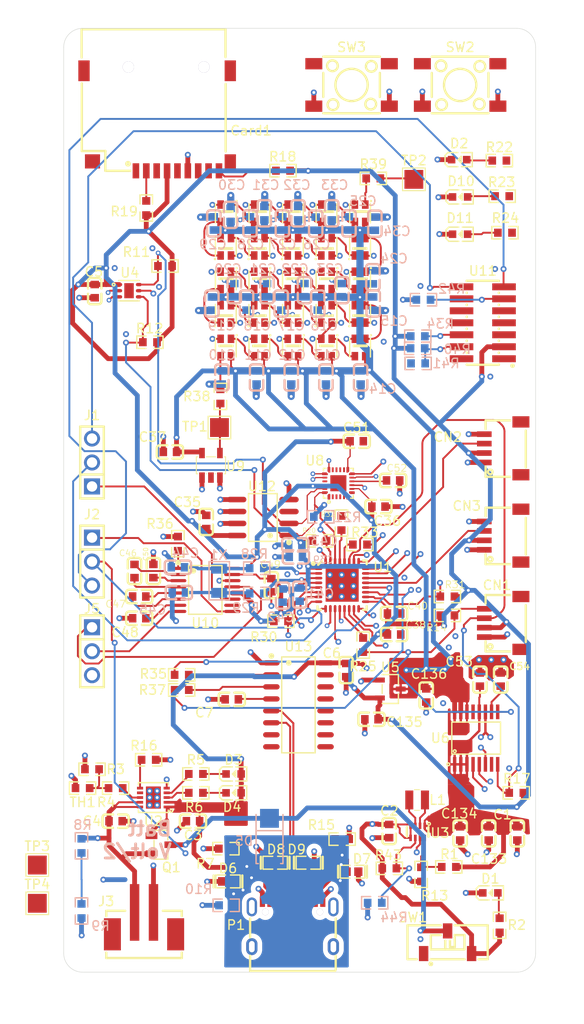
<source format=kicad_pcb>
(kicad_pcb (version 20241229) (generator "pcbnew") (generator_version "9.0")
  (layers (0 "F.Cu" signal) (4 "In1.Cu" power) (6 "In2.Cu" power) (2 "B.Cu" signal) (13 "F.Paste" user) (15 "B.Paste" user) (5 "F.SilkS" user "F.Silkscreen") (7 "B.SilkS" user "B.Silkscreen") (1 "F.Mask" user) (3 "B.Mask" user) (25 "Edge.Cuts" user))
  (net 0 "")
  (net 1 "GND")
  (net 2 "+5V")
  (net 3 "/USB/VIN")
  (net 4 "+5VP")
  (net 5 "LIPO+")
  (net 6 "+3V3")
  (net 7 "Net-(U13-V3)")
  (net 8 "/stm32_page/OSC32_IN")
  (net 11 "/stm32_page/OSC32_OUT")
  (net 12 "Net-(D1-A)")
  (net 13 "Net-(D3-K)")
  (net 14 "/USB/STAT2")
  (net 15 "/USB/STAT1")
  (net 16 "Net-(D4-K)")
  (net 17 "/USB/raw_voltage")
  (net 18 "/USB/USB_D-")
  (net 19 "/USB/USB_D+")
  (net 22 "Net-(U3-LX2)")
  (net 23 "Net-(U3-LX1)")
  (net 24 "Net-(LED2-DO)")
  (net 25 "Net-(LED2-DI)")
  (net 26 "Net-(LED3-DO)")
  (net 27 "Net-(LED4-DO)")
  (net 28 "Net-(LED5-DO)")
  (net 29 "Net-(LED6-DO)")
  (net 30 "Net-(LED7-DO)")
  (net 31 "Net-(LED8-DO)")
  (net 32 "Net-(LED10-DI)")
  (net 33 "Net-(LED10-DO)")
  (net 34 "Net-(LED11-DO)")
  (net 35 "Net-(LED12-DO)")
  (net 36 "Net-(LED13-DO)")
  (net 37 "Net-(LED14-DO)")
  (net 38 "Net-(LED15-DO)")
  (net 39 "Net-(LED16-DO)")
  (net 40 "Net-(LED17-DO)")
  (net 41 "Net-(LED18-DO)")
  (net 42 "Net-(LED19-DO)")
  (net 43 "Net-(LED20-DO)")
  (net 44 "Net-(LED21-DO)")
  (net 45 "Net-(LED22-DO)")
  (net 46 "Net-(LED23-DO)")
  (net 47 "Net-(LED24-DO)")
  (net 48 "Net-(LED25-DO)")
  (net 49 "Net-(LED26-DO)")
  (net 52 "/USB/CC1")
  (net 53 "/USB/CC2")
  (net 54 "Net-(U3-FB)")
  (net 55 "Net-(R3-Pad2)")
  (net 56 "Net-(U2-THERM)")
  (net 57 "Net-(R8-Pad1)")
  (net 58 "/sensors/SCL")
  (net 59 "/sensors/SDA")
  (net 60 "Net-(U2-PROG)")
  (net 61 "/USB/USB_TX")
  (net 62 "/USB/RXD_0")
  (net 63 "/USB/USB_RX")
  (net 64 "/USB/TXD_0")
  (net 65 "Net-(U10-C1+)")
  (net 66 "/sensors/led_matrix/DOUT")
  (net 68 "Net-(U10-C1-)")
  (net 69 "Net-(U10-C2+)")
  (net 70 "Net-(U10-C2-)")
  (net 71 "Net-(U10-V-)")
  (net 72 "Net-(U10-V+)")
  (net 73 "Net-(U8-REGOUT)")
  (net 74 "/stm32_page/SPI1_MOSI")
  (net 75 "/stm32_page/SPI1_MISO")
  (net 78 "/stm32_page/SD_CD")
  (net 81 "/sensors/SPI_CS")
  (net 84 "/stm32_page/SPI1_SCK")
  (net 85 "/stm32_page/I2C3_SCL")
  (net 86 "/stm32_page/I2C3_SDA")
  (net 89 "/stm32_page/PWM_CH1")
  (net 91 "/stm32_page/PWM_CH4")
  (net 93 "Net-(D2-A)")
  (net 94 "Net-(D10-A)")
  (net 95 "Net-(D11-A)")
  (net 96 "/stm32_page/MAX3221_TX_IN")
  (net 97 "/stm32_page/UART2_TX")
  (net 98 "/stm32_page/VCP_TX")
  (net 99 "/stm32_page/MAX3221_RX_OUT")
  (net 100 "/stm32_page/UART2_RX")
  (net 102 "/USB/P_MODE")
  (net 103 "/stm32_page/VCP_RX")
  (net 115 "/stm32_page/UART2_TX_CONN")
  (net 116 "/stm32_page/UART2_RX_CONN")
  (net 117 "/stm32_page/BOOT0")
  (net 118 "/stm32_page/LED1")
  (net 119 "/stm32_page/LED2")
  (net 120 "/stm32_page/LED3")
  (net 121 "/stm32_page/I2C3_SCL_R")
  (net 122 "Net-(U1-PC14-OSC32_IN)")
  (net 123 "Net-(U1-PC15-OSC32_OUT)")
  (net 124 "/stm32_page/STM32_NRST")
  (net 125 "/stm32_page/PB_SW1")
  (net 126 "/stm32_page/I2C1_SCL_R")
  (net 127 "/stm32_page/RGB_LEDS")
  (net 128 "/stm32_page/SWCLK")
  (net 129 "Net-(U10-~{EN})")
  (net 130 "/sensors/led_matrix/DIN")
  (net 131 "/stm32_page/SWDIO")
  (net 132 "Net-(R42-Pad1)")
  (net 133 "/stm32_page/SYS_WKUP1")
  (net 134 "/stm32_page/IMU_INT")
  (net 155 "/stm32_page/RGB_LEDS_R")
  (net 156 "/USB/5V_B4_INA")
  (footprint "easyeda2kicad:R0603" (layer "F.Cu") (at 97.45 115)
    (property "Reference" "R17")
    (property "Value" "0603WAF1002T5E")
  )
  (footprint "easyeda2kicad:C0603" (layer "F.Cu") (at 67.305 105.095)
    (property "Reference" "C7")
    (property "Value" "CC0603KRX7R9BB104")
  )
  (footprint "easyeda2kicad:C0603" (layer "F.Cu") (at 94.53 119.3 90)
    (property "Reference" "C133")
    (property "Value" "CL10A106KP8NNNC")
  )
  (footprint "easyeda2kicad:LED-SMD_4P-L2.0-W2.0-TL_WS2812B-2020" (layer "F.Cu") (at 73.787 53.594 -90)
    (property "Reference" "LED24" (hide yes))
    (property "Value" "WS2812B-2020")
  )
  (footprint "easyeda2kicad:R0603" (layer "F.Cu") (at 63.5 113)
    (property "Reference" "R5")
    (property "Value" "0603WAF3300T5E")
  )
  (footprint "easyeda2kicad:C0603" (layer "F.Cu") (at 83.98 119.05 90)
    (property "Reference" "C2")
    (property "Value" "CL10A106KP8NNNC")
  )
  (footprint "easyeda2kicad:R0603" (layer "F.Cu") (at 60.235 59.185)
    (property "Reference" "R11")
    (property "Value" "0603WAF1002T5E")
  )
  (footprint "TestPoint:TestPoint_Pad_2.0x2.0mm" (layer "F.Cu") (at 46.7 122.65)
    (property "Reference" "TP3")
    (property "Value" "TestPoint")
  )
  (footprint "easyeda2kicad:R0603" (layer "F.Cu") (at 90.3 122.85)
    (property "Reference" "R1")
    (property "Value" "0603WAF8060T5E")
  )
  (footprint "easyeda2kicad:QFN-32_L5.0-W5.0-P0.50-TL-EP3.5" (layer "F.Cu") (at 79 93)
    (property "Reference" "U1")
    (property "Value" "STM32L431KBU6_C2826408")
  )
  (footprint "easyeda2kicad:D0603-BI" (layer "F.Cu") (at 71.905 122.405)
    (property "Reference" "D8")
    (property "Value" "0603ESDA-05N")
  )
  (footprint "easyeda2kicad:LED-SMD_4P-L2.0-W2.0-TL_WS2812B-2020" (layer "F.Cu") (at 80.899 64.262 90)
    (property "Reference" "LED7" (hide yes))
    (property "Value" "WS2812B-2020")
  )
  (footprint "easyeda2kicad:LED-SMD_4P-L2.0-W2.0-TL_WS2812B-2020" (layer "F.Cu") (at 70.231 64.262 90)
    (property "Reference" "LED10" (hide yes))
    (property "Value" "WS2812B-2020")
  )
  (footprint "easyeda2kicad:C0603" (layer "F.Cu") (at 60.755 78.885)
    (property "Reference" "C37")
    (property "Value" "CC0603KRX7R9BB104")
  )
  (footprint "easyeda2kicad:LED-SMD_4P-L2.0-W2.0-TL_WS2812B-2020" (layer "F.Cu") (at 80.899 57.15 90)
    (property "Reference" "LED17" (hide yes))
    (property "Value" "WS2812B-2020")
  )
  (footprint "easyeda2kicad:LED0603-RD" (layer "F.Cu") (at 91.495 51.865)
    (property "Reference" "D10")
    (property "Value" "KT-0603R")
  )
  (footprint "easyeda2kicad:R0603" (layer "F.Cu") (at 66.1 73 90)
    (property "Reference" "R38")
    (property "Value" "0603WAF4700T5E")
  )
  (footprint "easyeda2kicad:R0603" (layer "F.Cu") (at 81.225 99.345 90)
    (property "Reference" "R25")
    (property "Value" "0603WAF220JT5E")
  )
  (footprint "easyeda2kicad:C0603" (layer "F.Cu") (at 82.105 107.205)
    (property "Reference" "C135")
    (property "Value" "CL10A106KP8NNNC")
  )
  (footprint "easyeda2kicad:WSON-6_L2.0-W2.0-P0.65-TL-EP" (layer "F.Cu") (at 56.42 61.8)
    (property "Reference" "U4")
    (property "Value" "OPT3004DNPR")
  )
  (footprint "easyeda2kicad:R0603" (layer "F.Cu") (at 95.685 129.035 -90)
    (property "Reference" "R2")
    (property "Value" "0603WAF3300T5E")
  )
  (footprint "TestPoint:TestPoint_Pad_2.0x2.0mm" (layer "F.Cu") (at 46.7 126.7)
    (property "Reference" "TP4")
    (property "Value" "TestPoint")
  )
  (footprint "easyeda2kicad:LED-SMD_4P-L2.0-W2.0-TL_WS2812B-2020" (layer "F.Cu") (at 73.787 60.706 -90)
    (property "Reference" "LED14" (hide yes))
    (property "Value" "WS2812B-2020")
  )
  (footprint "easyeda2kicad:LED-SMD_4P-L2.0-W2.0-TL_WS2812B-2020" (layer "F.Cu") (at 66.675 60.706 -90)
    (property "Reference" "LED12" (hide yes))
    (property "Value" "WS2812B-2020")
  )
  (footprint "easyeda2kicad:R0603" (layer "F.Cu") (at 95.955 51.785)
    (property "Reference" "R23")
    (property "Value" "0603WAF1000T5E")
  )
  (footprint "easyeda2kicad:SOT-23-3_L3.0-W1.7-P0.95-LS2.9-BR" (layer "F.Cu") (at 84.1 104 180)
    (property "Reference" "U5")
    (property "Value" "XC6206P332MR_C347376")
  )
  (footprint "easyeda2kicad:LED0603-RD" (layer "F.Cu") (at 67.5 113)
    (property "Reference" "D3")
    (property "Value" "0603 Green 509-620mcd")
  )
  (footprint "easyeda2kicad:CONN-SMD_B2B-PH-SM4-TB-LF-SN" (layer "F.Cu") (at 58.01 128.83)
    (property "Reference" "J3")
    (property "Value" "B2B-PH-SM4-TB (LF)(SN)")
  )
  (footprint "easyeda2kicad:CONN-SMD_4P-P1.00_SM04B-SRSS-TB-LF-SN" (layer "F.Cu") (at 96 97 90)
    (property "Reference" "CN1")
    (property "Value" "SM04B-SRSS-TB (LF)(SN)")
  )
  (footprint "easyeda2kicad:R0603" (layer "F.Cu") (at 80.885 88.695)
    (property "Reference" "R33")
    (property "Value" "0603WAF220JT5E")
  )
  (footprint "easyeda2kicad:C0603" (layer "F.Cu") (at 91.5 119.3 90)
    (property "Reference" "C134")
    (property "Value" "CL10A225KO8NNNC")
  )
  (footprint "easyeda2kicad:R0603" (layer "F.Cu") (at 62 104.1)
    (property "Reference" "R37")
    (property "Value" "0603WAF4700T5E")
  )
  (footprint "easyeda2kicad:C0603" (layer "F.Cu") (at 59 91.5 90)
    (property "Reference" "C50")
    (property "Value" "CC0603KRX7R9BB104")
  )
  (footprint "easyeda2kicad:LED-SMD_4P-L2.0-W2.0-TL_WS2812B-2020" (layer "F.Cu") (at 77.343 53.594 -90)
    (property "Reference" "LED25" (hide yes))
    (property "Value" "WS2812B-2020")
  )
  (footprint "easyeda2kicad:R0603" (layer "F.Cu") (at 55 114.5 180)
    (property "Reference" "R4")
    (property "Value" "0603WAF1431T5E")
  )
  (footprint "easyeda2kicad:R0603" (layer "F.Cu") (at 63.5 115)
    (property "Reference" "R6")
    (property "Value" "0603WAF3300T5E")
  )
  (footprint "easyeda2kicad:D0603-BI" (layer "F.Cu") (at 80.095 123.355 180)
    (property "Reference" "D7")
    (property "Value" "0603ESDA-05N")
  )
  (footprint "easyeda2kicad:R0603" (layer "F.Cu") (at 78.925 86.415 90)
    (property "Reference" "R32")
    (property "Value" "0603WAF220JT5E")
  )
  (footprint "easyeda2kicad:IND-SMD_L2.5-W2.0-VLS252012CX-150M" (layer "F.Cu") (at 86.945 115.755)
    (property "Reference" "L1")
    (property "Value" "FTC252012S1R0MBCA")
  )
  (footprint "easyeda2kicad:HDR-TH_3P-P2.54-V-M" (layer "F.Cu") (at 52.5 80 90)
    (property "Reference" "J1")
    (property "Value" "PZ254V-11-03P_C2937625")
  )
  (footprint "easyeda2kicad:CONN-SMD_4P-P1.00_SM04B-SRSS-TB-LF-SN" (layer "F.Cu") (at 96 87.75 90)
    (property "Reference" "CN3")
    (property "Value" "SM04B-SRSS-TB (LF)(SN)")
  )
  (footprint "easyeda2kicad:C0603" (layer "F.Cu") (at 64.6 86.3 -90)
    (property "Reference" "C35")
    (property "Value" "CC0603KRX7R9BB104")
  )
  (footprint "easyeda2kicad:C0603" (layer "F.Cu") (at 57.5 96.5 180)
    (property "Reference" "C48")
    (property "Value" "CC0603KRX7R9BB104")
  )
  (footprint "easyeda2kicad:LED0603-RD" (layer "F.Cu") (at 91.495 55.815)
    (property "Reference" "D11")
    (property "Value" "KT-0603R")
  )
  (footprint "easyeda2kicad:LED-SMD_4P-L2.0-W2.0-TL_WS2812B-2020" (layer "F.Cu") (at 77.343 64.262 90)
    (property "Reference" "LED8" (hide yes))
    (property "Value" "WS2812B-2020")
  )
  (footprint "easyeda2kicad:R0603" (layer "F.Cu") (at 72.735 49.085)
    (property "Reference" "R18")
    (property "Value" "0603WAF1002T5E")
  )
  (footprint "easyeda2kicad:HDR-TH_3P-P2.54-V-M" (layer "F.Cu") (at 52.5 100 -90)
    (property "Reference" "J5")
    (property "Value" "PZ254V-11-03P_C2937625")
  )
  (footprint "easyeda2kicad:LED-SMD_4P-L2.0-W2.0-TL_WS2812B-2020" (layer "F.Cu") (at 70.231 67.818 -90)
    (property "Reference" "LED3" (hide yes))
    (property "Value" "WS2812B-2020")
  )
  (footprint "easyeda2kicad:C0603" (layer "F.Cu") (at 97.56 119.3 90)
    (property "Reference" "C1")
    (property "Value" "CL10A106KP8NNNC")
  )
  (footprint "easyeda2kicad:TF-SMD_TF-PUSH" (layer "F.Cu") (at 59.4 43.8 180)
    (property "Reference" "Card1")
    (property "Value" "TF PUSH")
  )
  (footprint "easyeda2kicad:SOT-23-5_L3.0-W1.7-P0.95-LS2.8-BR" (layer "F.Cu") (at 65.1 80.3 -90)
    (property "Reference" "U9")
    (property "Value" "SN74AHCT1G125DBVR")
  )
  (footprint "easyeda2kicad:LED-SMD_4P-L2.0-W2.0-TL_WS2812B-2020" (layer "F.Cu") (at 70.231 60.706 -90)
    (property "Reference" "LED13" (hide yes))
    (property "Value" "WS2812B-2020")
  )
  (footprint "easyeda2kicad:C0603" (layer "F.Cu") (at 52.785 61.845 90)
    (property "Reference" "C5")
    (property "Value" "CC0603KRX7R9BB104")
  )
  (footprint "easyeda2kicad:LED-SMD_4P-L2.0-W2.0-TL_WS2812B-2020" (layer "F.Cu") (at 73.787 67.818 -90)
    (property "Reference" "LED4" (hide yes))
    (property "Value" "WS2812B-2020")
  )
  (footprint "easyeda2kicad:R0603" (layer "F.Cu") (at 62 102.5)
    (property "Reference" "R35")
    (property "Value" "0603WAF4700T5E")
  )
  (footprint "easyeda2kicad:SW-SMD_4P-L6.0-W6.0-P4.50-LS8.6" (layer "F.Cu") (at 91.5 40)
    (property "Reference" "SW2")
    (property "Value" "6.0*6.0*6.0")
  )
  (footprint "easyeda2kicad:C0603" (layer "F.Cu") (at 82.845 84.675 180)
    (property "Reference" "C36")
    (property "Value" "CC0603KRX7R9BB104")
  )
  (footprint "TestPoint:TestPoint_Pad_2.0x2.0mm" (layer "F.Cu") (at 66 76.3)
    (property "Reference" "TP1")
    (property "Value" "TestPoint")
  )
  (footprint "easyeda2kicad:R0603" (layer "F.Cu") (at 95.655 48.015)
    (property "Reference" "R22")
    (property "Value" "0603WAF1000T5E")
  )
  (footprint "easyeda2kicad:SOT-23-3_L2.9-W1.3-P1.90-LS2.4-BR" (layer "F.Cu") (at 59.8 120.5 180)
    (property "Reference" "Q1")
    (property "Value" "DMG2301L-7")
  )
  (footprint "easyeda2kicad:DFN-10_L3.0-W3.0-P0.50-BL-EP-1" (layer "F.Cu") (at 59 115.5 90)
    (property "Reference" "U2")
    (property "Value" "MCP73833T-AMI/MF")
  )
  (footprint "easyeda2kicad:LED-SMD_4P-L2.0-W2.0-TL_WS2812B-2020" (layer "F.Cu") (at 77.343 57.15 90)
    (property "Reference" "LED18" (hide yes))
    (property "Value" "WS2812B-2020")
  )
  (footprint "easyeda2kicad:LED-SMD_4P-L2.0-W2.0-TL_WS2812B-2020" (layer "F.Cu") (at 70.231 57.15 90)
    (property "Reference" "LED20" (hide yes))
    (property "Value" "WS2812B-2020")
  )
  (footprint "easyeda2kicad:QFN-24_L3.0-W3.0-P0.40-BL-EP" (layer "F.Cu") (at 78.6 82.2)
    (property "Reference" "U8")
    (property "Value" "MPU6500")
  )
  (footprint "easyeda2kicad:C0603" (layer "F.Cu") (at 95.8 103 90)
    (property "Reference" "C54")
    (property "Value" "CC0603KRX7R9BB104")
  )
  (footprint "easyeda2kicad:C0603" (layer "F.Cu") (at 79.425 101.995 90)
    (property "Reference" "C6")
    (property "Value" "CC0603KRX7R9BB104")
  )
  (footprint "easyeda2kicad:TSSOP-16_L5.0-W4.4-P0.65-LS6.4-BL" (layer "F.Cu") (at 64.5 93.5 -90)
    (property "Reference" "U10")
    (property "Value" "MAX3221ECPWR")
  )
  (footprint "easyeda2kicad:R0603" (layer "F.Cu") (at 79 119.9 180)
    (property "Reference" "R15")
    (property "Value" "0603WAF5101T5E")
  )
  (footprint "easyeda2kicad:SOT-583-8_L2.1-W1.2-P0.50-LS1.6-BL" (layer "F.Cu") (at 87 119.135 180)
    (property "Reference" "U3")
    (property "Value" "TPS631000DRLR")
  )
  (footprint "easyeda2kicad:C0603" (layer "F.Cu") (at 71.5 93 90)
    (property "Reference" "C49")
    (property "Value" "CC0603KRX7R9BB104")
  )
  (footprint "easyeda2kicad:LED0603-RD" (layer "F.Cu") (at 91.395 47.915)
    (property "Reference" "D2")
    (property "Value" "0603 Green 509-620mcd")
  )
  (footprint "easyeda2kicad:USB-C-SMD_TYPE-C-6PIN-2MD-073" (layer "F.Cu") (at 73.75 128.9175)
    (property "Reference" "P1")
    (property "Value" "TYPE-C 16PIN 2MD(073)")
  )
  (footprint "easyeda2kicad:HDR-SMD_14P-P1.27-V-M-R2-C7-LS5.5" (layer "F.Cu") (at 93.9 65.2 90)
    (property "Reference" "U11")
    (property "Value" "HB-PH9-12727PB2GOB")
  )
  (footprint "easyeda2kicad:R0603" (layer "F.Cu") (at 90.15 96.2 180)
    (property "Reference" "R14")
    (property "Value" "0603WAF1002T5E")
  )
  (footprint "easyeda2kicad:LED-SMD_4P-L2.0-W2.0-TL_WS2812B-2020" (layer "F.Cu") (at 66.675 64.262 90)
    (property "Reference" "LED11" (hide yes))
    (property "Value" "WS2812B-2020")
  )
  (footprint "TestPoint:TestPoint_Pad_2.0x2.0mm" (layer "F.Cu") (at 86.6 50)
    (property "Reference" "TP2")
    (property "Value" "TestPoint")
  )
  (footprint "easyeda2kicad:LED-SMD_4P-L2.0-W2.0-TL_WS2812B-2020" (layer "F.Cu") (at 80.899 60.706 -90)
    (property "Reference" "LED16" (hide yes))
    (property "Value" "WS2812B-2020")
  )
  (footprint "easyeda2kicad:R0603" (layer "F.Cu") (at 82.3 49.9 180)
    (property "Reference" "R39")
    (property "Value" "0603WAF4700T5E")
  )
  (footprint "easyeda2kicad:D0603-BI" (layer "F.Cu") (at 75.42 122.405 180)
    (property "Reference" "D9")
    (property "Value" "0603ESDA-05N")
  )
  (footprint "easyeda2kicad:C0603" (layer "F.Cu") (at 80.545 77.745 180)
    (property "Reference" "C51")
    (property "Value" "CC0603KRX7R9BB104")
  )
  (footprint "easyeda2kicad:C0603" (layer "F.Cu") (at 84.505 98.225)
    (property "Reference" "C38")
    (property "Value" "CL10A475KO8NNNC")
  )
  (footprint "easyeda2kicad:LED-SMD_4P-L2.0-W2.0-TL_WS2812B-2020" (layer "F.Cu") (at 80.899 53.594 -90)
    (property "Reference" "LED26" (hide yes))
    (property "Value" "WS2812B-2020")
  )
  (footprint "easyeda2kicad:SW-SMD_JS102011JCQN" (layer "F.Cu") (at 90.175 130.83)
    (property "Reference" "SW1")
    (property "Value" "JS102011JCQN")
  )
  (footprint "easyeda2kicad:LED-SMD_4P-L2.0-W2.0-TL_WS2812B-2020" (layer "F.Cu") (at 70.231 53.594 -90)
    (property "Reference" "LED23" (hide yes))
    (property "Value" "WS2812B-2020")
  )
  (footprint "easyeda2kicad:R0603" (layer "F.Cu") (at 52.5 112.5)
    (property "Reference" "R3")
    (property "Value" "0603WAF7502T5E")
  )
  (footprint "easyeda2kicad:R0603" (layer "F.Cu") (at 96.25 55.655)
    (property "Reference" "R24")
    (property "Value" "0603WAF1000T5E")
  )
  (footprint "easyeda2kicad:C0603" (layer "F.Cu") (at 57 91.5 -90)
    (property "Reference" "C46")
    (property "Value" "CC0603KRX7R9BB104")
  )
  (footprint "easyeda2kicad:LED0603-RD" (layer "F.Cu") (at 67.5 115)
    (property "Reference" "D4")
    (property "Value" "KT-0603R")
  )
  (footprint "easyeda2kicad:R0603" (layer "F.Cu") (at 72.515 96.815 180)
    (property "Reference" "R30")
    (property "Value" "0603WAF1002T5E")
  )
  (footprint "easyeda2kicad:HDR-TH_3P-P2.54-V-M" (layer "F.Cu") (at 52.5 90.5 -90)
    (property "Reference" "J2")
    (property "Value" "PZ254V-11-03P_C2937625")
  )
  (footprint "easyeda2kicad:LED-SMD_4P-L2.0-W2.0-TL_WS2812B-2020" (layer "F.Cu") (at 80.899 67.818 -90)
    (property "Reference" "LED6" (hide yes))
    (property "Value" "WS2812B-2020")
  )
  (footprint "easyeda2kicad:D0603-BI" (layer "F.Cu") (at 66.905 124.385)
    (property "Reference" "D6")
    (property "Value" "0603ESDA-05N")
  )
  (footprint "easyeda2kicad:R0603" (layer "F.Cu") (at 58.245 53.035 -90)
    (property "Reference" "R19")
    (property "Value" "0603WAF1002T5E")
  )
  (footprint "easyeda2kicad:LED-SMD_4P-L2.0-W2.0-TL_WS2812B-2020" (layer "F.Cu") (at 77.343 67.818 -90)
    (property "Reference" "LED5" (hide yes))
    (property "Value" "WS2812B-2020")
  )
  (footprint "easyeda2kicad:LED-SMD_4P-L2.0-W2.0-TL_WS2812B-2020" (layer "F.Cu") (at 73.787 64.262 90)
    (property "Reference" "LED9" (hide yes))
    (property "Value" "WS2812B-2020")
  )
  (footprint "easyeda2kicad:C0603" (layer "F.Cu") (at 84.4 81.9 180)
    (property "Reference" "C52")
    (property "Value" "CC0603KRX7R9BB104")
  )
  (footprint "easyeda2kicad:LED-SMD_4P-L2.0-W2.0-TL_WS2812B-2020" (layer "F.Cu") (at 77.343 60.706 -90)
    (property "Reference" "LED15" (hide yes))
    (property "Value" "WS2812B-2020")
  )
  (footprint "easyeda2kicad:R0603" (layer "F.Cu") (at 61.6 88.6 90)
    (property "Reference" "R36")
    (property "Value" "0603WAF1002T5E")
  )
  (footprint "easyeda2kicad:LED-SMD_4P-L2.0-W2.0-TL_WS2812B-2020" (layer "F.Cu") (at 73.787 57.15 90)
    (property "Reference" "LED19" (hide yes))
    (property "Value" "WS2812B-2020")
  )
  (footprint "easyeda2kicad:R0603" (layer "F.Cu") (at 66.685 120.915)
    (property "Reference" "R7")
    (property "Value" "0603WAF5101T5E")
  )
  (footprint "easyeda2kicad:C0603" (layer "F.Cu") (at 57.5 94.2 180)
    (property "Reference" "C47")
    (property "Value" "CC0603KRX7R9BB104")
  )
  (footprint "easyeda2kicad:LED-SMD_4P-L2.0-W2.0-TL_WS2812B-2020" (layer "F.Cu") (at 66.675 53.594 -90)
    (property "Reference" "LED22" (hide yes))
    (property "Value" "WS2812B-2020")
  )
  (footprint "easyeda2kicad:LED0603-RD" (layer "F.Cu") (at 94.7 125.6)
    (property "Reference" "D1")
    (property "Value" "0603 Green 509-620mcd")
  )
  (footprint "easyeda2kicad:SOP-16_L10.0-W3.9-P1.27-LS6.0-BL" (layer "F.Cu") (at 74.37 105.68 -90)
    (property "Reference" "U13")
    (property "Value" "CH340C_C7464026")
  )
  (footprint "easyeda2kicad:R0603" (layer "F.Cu") (at 87.37 123.64 90)
    (property "Reference" "R13")
    (property "Value" "0603WAF910JT5E")
  )
  (footprint "easyeda2kicad:TSSOP-16_L5.0-W4.4-P0.65-LS6.4-BL-1" (layer "F.Cu") (at 93.2 109.2)
    (property "Reference" "U6")
    (property "Value" "INA260AIPWR")
  )
  (footprint "easyeda2kicad:R0603" (layer "F.Cu") (at 58.5 111.5 180)
    (property "Reference" "R16")
    (property "Value" "0603WAF5101T5E")
  )
  (footprint "easyeda2kicad:R0603" (layer "F.Cu") (at 90.15 94.2)
    (property "Reference" "R31")
    (property "Value" "0603WAF1002T5E")
  )
  (footprint "easyeda2kicad:C0603" (layer "F.Cu") (at 93.6 103 90)
    (property "Reference" "C53")
    (property "Value" "CC0603KRX7R9BB104")
  )
  (footprint "easyeda2kicad:R0603" (layer "F.Cu") (at 58.635 67.255)
    (property "Reference" "R12")
    (property "Value" "0603WAF1002T5E")
  )
  (footprint "easyeda2kicad:SOIC-8_L4.9-W3.9-P1.27-LS6.0-BL" (layer "F.Cu") (at 70.6 85.8275 90)
    (property "Reference" "U12")
    (property "Value" "TMP75AIDR")
  )
  (footprint "easyeda2kicad:C0603" (layer "F.Cu") (at 55 118 180)
    (property "Reference" "C4")
    (property "Value" "CL10A226MP8NUNE")
  )
  (footprint "easyeda2kicad:R0603" (layer "F.Cu") (at 76.6 88.3)
    (property "Reference" "R20")
    (property "Value" "0603WAF4701T5E")
  )
  (footprint "easyeda2kicad:C0603" (layer "F.Cu") (at 84.5 96)
    (property "Reference" "C40")
    (property "Value" "CC0603KRX7R9BB104")
  )
  (footprint "easyeda2kicad:R0603" (layer "F.Cu") (at 51.5 114.5 180)
    (property "Reference" "TH1")
    (property "Value" "NCP18XH103F03RB")
  )
  (footprint "easyeda2kicad:LED-SMD_4P-L2.0-W2.0-TL_WS2812B-2020" (layer "F.Cu") (at 66.675 67.818 -90)
    (property "Reference" "LED2" (hide yes))
    (property "Value" "WS2812B-2020")
  )
  (footprint "easyeda2kicad:R0603" (layer "F.Cu") (at 84 123 180)
    (property "Reference" "R43")
    (property "Value" "0603WAF1002T5E")
  )
  (footprint "easyeda2kicad:C0603" (layer "F.Cu") (at 63.2 118)
    (property "Reference" "C3")
    (property "Value" "CL10A106KP8NNNC")
  )
  (footprint "easyeda2kicad:CONN-SMD_4P-P1.00_SM04B-SRSS-TB-LF-SN" (layer "F.Cu") (at 96 78.5 90)
    (property "Reference" "CN2")
    (property "Value" "SM04B-SRSS-TB (LF)(SN)")
  )
  (footprint "easyeda2kicad:LED-SMD_4P-L2.0-W2.0-TL_WS2812B-2020" (layer "F.Cu") (at 66.675 57.15 90)
    (property "Reference" "LED21" (hide yes))
    (property "Value" "WS2812B-2020")
  )
  (footprint "easyeda2kicad:SW-SMD_4P-L6.0-W6.0-P4.50-LS8.6" (layer "F.Cu") (at 80 40)
    (property "Reference" "SW3")
    (property "Value" "6.0*6.0*6.0")
  )
  (footprint "easyeda2kicad:C0603" (layer "F.Cu") (at 87.905 104.685 90)
    (property "Reference" "C136")
    (property "Value" "CL10A106KP8NNNC")
  )
  (footprint "easyeda2kicad:C0603" (layer "B.Cu") (at 61.7 93.78)
    (property "Reference" "C45")
    (property "Value" "0603CG7R0C500NT")
  )
  (footprint "easyeda2kicad:C0603" (layer "B.Cu") (at 75.01 61.74 -90)
    (property "Reference" "C22")
    (property "Value" "CC0603KRX7R9BB104")
  )
  (footprint "easyeda2kicad:C0603" (layer "B.Cu") (at 82.26 60.37 -90)
    (property "Reference" "C24")
    (property "Value" "CC0603KRX7R9BB104")
  )
  (footprint "easyeda2kicad:C0603" (layer "B.Cu") (at 76.4175 63.16 90)
    (property "Reference" "C16")
    (property "Value" "CC0603KRX7R9BB104")
  )
  (footprint "easyeda2kicad:C0603" (layer "B.Cu") (at 74.5 94 -90)
    (property "Reference" "C41")
    (property "Value" "CC0603KRX7R9BB104")
  )
  (footprint "easyeda2kicad:R0603" (layer "B.Cu") (at 87 67.9)
    (property "Reference" "R40")
    (property "Value" "0603WAF4701T5E")
  )
  (footprint "easyeda2kicad:C0603" (layer "B.Cu") (at 77.9 53.6 -90)
    (property "Reference" "C33")
    (property "Value" "CC0603KRX7R9BB104")
  )
  (footprint "easyeda2kicad:C0603" (layer "B.Cu") (at 82.47 54.7 -90)
    (property "Reference" "C34")
    (property "Value" "CC0603KRX7R9BB104")
  )
  (footprint "easyeda2kicad:C0603" (layer "B.Cu") (at 79.73 54.67 -90)
    (property "Reference" "C25")
    (property "Value" "CC0603KRX7R9BB104")
  )
  (footprint "easyeda2kicad:C0603" (layer "B.Cu") (at 69.935 70.99 90)
    (property "Reference" "C11")
    (property "Value" "CC0603KRX7R9BB104")
  )
  (footprint "easyeda2kicad:R0603" (layer "B.Cu") (at 66.715 126.915)
    (property "Reference" "R10")
    (property "Value" "0603WAF1003T5E")
  )
  (footprint "easyeda2kicad:R0603" (layer "B.Cu") (at 87.015 66.625)
    (property "Reference" "R34")
    (property "Value" "0603WAF4701T5E")
  )
  (footprint "easyeda2kicad:C0603" (layer "B.Cu") (at 70.76 53.6 -90)
    (property "Reference" "C31")
    (property "Value" "CC0603KRX7R9BB104")
  )
  (footprint "easyeda2kicad:C0603" (layer "B.Cu") (at 71.04 61.74 -90)
    (property "Reference" "C21")
    (property "Value" "CC0603KRX7R9BB104")
  )
  (footprint "easyeda2kicad:C0603" (layer "B.Cu") (at 74.095 90.005 180)
    (property "Reference" "C39")
    (property "Value" "CC0603KRX7R9BB104")
  )
  (footprint "easyeda2kicad:R0603" (layer "B.Cu") (at 69.95 93.88)
    (property "Reference" "R29")
    (property "Value" "0603WAF0000T5E")
  )
  (footprint "easyeda2kicad:C0603" (layer "B.Cu") (at 66.26 70.99 90)
    (property "Reference" "C10")
    (property "Value" "CC0603KRX7R9BB104")
  )
  (footprint "easyeda2kicad:R0603" (layer "B.Cu") (at 87.615 62.755 180)
    (property "Reference" "R42")
    (property "Value" "0603WAF1000T5E")
  )
  (footprint "easyeda2kicad:C0603" (layer "B.Cu") (at 72.545 63.16 90)
    (property "Reference" "C17")
    (property "Value" "CC0603KRX7R9BB104")
  )
  (footprint "easyeda2kicad:C0603" (layer "B.Cu") (at 73.61 70.99 90)
    (property "Reference" "C12")
    (property "Value" "CC0603KRX7R9BB104")
  )
  (footprint "easyeda2kicad:R0603" (layer "B.Cu") (at 69.95 91.2)
    (property "Reference" "R28")
    (property "Value" "0603WAF0000T5E")
  )
  (footprint "easyeda2kicad:R0603" (layer "B.Cu") (at 82.45 126.65)
    (property "Reference" "R44")
    (property "Value" "0603WAF1002T5E")
  )
  (footprint "easyeda2kicad:R0603" (layer "B.Cu") (at 51.385 120.615 90)
    (property "Reference" "R8")
    (property "Value" "0603WAF1002T5E")
  )
  (footprint "easyeda2kicad:C0603" (layer "B.Cu") (at 76.2 54.7 -90)
    (property "Reference" "C26")
    (property "Value" "CC0603KRX7R9BB104")
  )
  (footprint "easyeda2kicad:C0603" (layer "B.Cu") (at 65.41 54.67 -90)
    (property "Reference" "C29")
    (property "Value" "CC0603KRX7R9BB104")
  )
  (footprint "easyeda2kicad:C0603" (layer "B.Cu") (at 67.18 53.77 -90)
    (property "Reference" "C30")
    (property "Value" "CC0603KRX7R9BB104")
  )
  (footprint "easyeda2kicad:C0603" (layer "B.Cu") (at 65.2 63.16 90)
    (property "Reference" "C19")
    (property "Value" "CC0603KRX7R9BB104")
  )
  (footprint "easyeda2kicad:C0603" (layer "B.Cu") (at 74.33 53.6 -90)
    (property "Reference" "C32")
    (property "Value" "CC0603KRX7R9BB104")
  )
  (footprint "easyeda2kicad:C0603" (layer "B.Cu") (at 82.29 63.16 90)
    (property "Reference" "C15")
    (property "Value" "CC0603KRX7R9BB104")
  )
  (footprint "easyeda2kicad:C0603" (layer "B.Cu") (at 72.67 54.67 -90)
    (property "Reference" "C27")
    (property "Value" "CC0603KRX7R9BB104")
  )
  (footprint "easyeda2kicad:C0603" (layer "B.Cu") (at 68.8725 63.16 90)
    (property "Reference" "C18")
    (property "Value" "CC0603KRX7R9BB104")
  )
  (footprint "easyeda2kicad:C0603" (layer "B.Cu") (at 74.035 88.725 180)
    (property "Reference" "C43")
    (property "Value" "CL10A105KB8NNNC")
  )
  (footprint "easyeda2kicad:R0603" (layer "B.Cu") (at 87.05 69.5 180)
    (property "Reference" "R41")
    (property "Value" "0603WAF1001T5E")
  )
  (footprint "easyeda2kicad:C0603" (layer "B.Cu") (at 72.7 94.1 -90)
    (property "Reference" "C42")
    (property "Value" "CL10A105KB8NNNC")
  )
  (footprint "easyeda2kicad:R0603" (layer "B.Cu") (at 51.385 127.515 90)
    (property "Reference" "R9")
    (property "Value" "0603WAF1002T5E")
  )
  (footprint "easyeda2kicad:C0603" (layer "B.Cu") (at 77.285 70.99 90)
    (property "Reference" "C13")
    (property "Value" "CC0603KRX7R9BB104")
  )
  (footprint "easyeda2kicad:SMA_L4.3-W2.6-LS5.1-RD" (layer "B.Cu") (at 71.3 119.9 -90)
    (property "Reference" "D5")
    (property "Value" "MBRA210LT3G_C5337989")
  )
  (footprint "easyeda2kicad:OSC-SMD_L3.2-W1.5" (layer "B.Cu") (at 65.98 92.53 -90)
    (property "Reference" "X1")
    (property "Value" "SC-32S32.768kHz20PPM7pF")
  )
  (footprint "easyeda2kicad:C0603" (layer "B.Cu") (at 61.6 91.1)
    (property "Reference" "C44")
    (property "Value" "0603CG7R0C500NT")
  )
  (footprint "easyeda2kicad:C0603" (layer "B.Cu") (at 67.57 61.74 -90)
    (property "Reference" "C20")
    (property "Value" "CC0603KRX7R9BB104")
  )
  (footprint "easyeda2kicad:C0603" (layer "B.Cu") (at 78.98 61.74 -90)
    (property "Reference" "C23")
    (property "Value" "CC0603KRX7R9BB104")
  )
  (footprint "easyeda2kicad:C0603" (layer "B.Cu") (at 69.24 54.67 -90)
    (property "Reference" "C28")
    (property "Value" "CC0603KRX7R9BB104")
  )
  (footprint "easyeda2kicad:R0603" (layer "B.Cu") (at 76.745 85.755)
    (property "Reference" "R21")
    (property "Value" "0603WAF1002T5E")
  )
  (footprint "easyeda2kicad:C0603" (layer "B.Cu") (at 80.96 70.99 90)
    (property "Reference" "C14")
    (property "Value" "CC0603KRX7R9BB104")
  )
  (gr_line (start 97.5 134) (end 51.5 134) (stroke (width 0.05)) (layer "Edge.Cuts"))
  (gr_arc (start 97.5 34) (mid 98.914214 34.585786) (end 99.5 36) (stroke (width 0.05)) (layer "Edge.Cuts"))
  (gr_arc (start 99.5 132) (mid 98.914214 133.414214) (end 97.5 134) (stroke (width 0.05)) (layer "Edge.Cuts"))
  (gr_line (start 51.5 34) (end 97.5 34) (stroke (width 0.05)) (layer "Edge.Cuts"))
  (gr_arc (start 51.5 134) (mid 50.085786 133.414214) (end 49.5 132) (stroke (width 0.05)) (layer "Edge.Cuts"))
  (gr_arc (start 49.5 36) (mid 50.085786 34.585786) (end 51.5 34) (stroke (width 0.05)) (layer "Edge.Cuts"))
  (gr_line (start 49.5 132) (end 49.5 36) (stroke (width 0.05)) (layer "Edge.Cuts"))
  (gr_line (start 99.5 36) (end 99.5 132) (stroke (width 0.05)) (layer "Edge.Cuts"))
  (gr_text "Batt\nVolt/2" (at 61.1 122.1 0) (layer "B.SilkS") (effects (font (size 1.5 1.5) (thickness 0.3) (bold yes)) (justify left bottom mirror)))
  (segment (start 73.37 82.47) (end 73.1 82.2) (width 0.508) (layer "F.Cu") (net 1))
  (segment (start 87.905 106.495) (end 87.9 106.5) (width 0.508) (layer "F.Cu") (net 1))
  (segment (start 81.425 65.182) (end 82.382 65.182) (width 0.2032) (layer "F.Cu") (net 1))
  (segment (start 59 90.8) (end 59 89.5) (width 0.508) (layer "F.Cu") (net 1))
  (segment (start 54.4 61.8) (end 54.2 62) (width 0.2032) (layer "F.Cu") (net 1))
  (segment (start 64.715 124.385) (end 64.7 124.4) (width 0.508) (layer "F.Cu") (net 1))
  (segment (start 73.2395 59.8) (end 72.3605 59.8) (width 0.2032) (layer "F.Cu") (net 1))
  (segment (start 66.125 66.898) (end 65.2625 66.898) (width 0.2032) (layer "F.Cu") (net 1))
  (segment (start 70.55 125.55) (end 70.161875 125.161875) (width 0.508) (layer "F.Cu") (net 1))
  (segment (start 90.595 47.915) (end 89.115 47.915) (width 0.508) (layer "F.Cu") (net 1))
  (segment (start 69.8 100.6) (end 69.3 100.1) (width 0.508) (layer "F.Cu") (net 1))
  (segment (start 66.1395 52.7) (end 65.2605 52.7) (width 0.2032) (layer "F.Cu") (net 1))
  (segment (start 66.1 83.9275) (end 67.83 83.9275) (width 0.508) (layer "F.Cu") (net 1))
  (segment (start 86.9 121.3) (end 86.9 120.8) (width 0.2032) (layer "F.Cu") (net 1))
  (segment (start 90.695 51.865) (end 89.235 51.865) (width 0.508) (layer "F.Cu") (net 1))
  (segment (start 54.65 62.45) (end 54.3 62.8) (width 0.2032) (layer "F.Cu") (net 1))
  (segment (start 94.18 108.58) (end 94.7 109.1) (width 0.254) (layer "F.Cu") (net 1))
  (segment (start 59.25 111.5) (end 60.8 111.5) (width 0.508) (layer "F.Cu") (net 1))
  (segment (start 80.3395 66.9) (end 79.4605 66.9) (width 0.2032) (layer "F.Cu") (net 1))
  (segment (start 69.6395 59.8) (end 68.7605 59.8) (width 0.2032) (layer "F.Cu") (net 1))
  (segment (start 79.425 104.375) (end 79.4 104.4) (width 0.508) (layer "F.Cu") (net 1))
  (segment (start 56.9 118) (end 55.7 118) (width 0.508) (layer "F.Cu") (net 1))
  (segment (start 82.382 65.182) (end 82.4 65.2) (width 0.2032) (layer "F.Cu") (net 1))
  (segment (start 71.5 95.2) (end 71.5 93.7) (width 0.2) (layer "F.Cu") (net 1))
  (segment (start 94.3 113.8) (end 94.7 113.8) (width 0.2032) (layer "F.Cu") (net 1))
  (segment (start 66.285 124.385) (end 64.715 124.385) (width 0.508) (layer "F.Cu") (net 1))
  (segment (start 77.893 65.4872) (end 77.893 65.182) (width 0.2032) (layer "F.Cu") (net 1))
  (segment (start 83.545 84.675) (end 85.375 84.675) (width 0.508) (layer "F.Cu") (net 1))
  (segment (start 81.1146 82.4146) (end 81.4 82.7) (width 0.1524) (layer "F.Cu") (net 1))
  (segment (start 76 81.8) (end 76.2 81.6) (width 0.127) (layer "F.Cu") (net 1))
  (segment (start 75.282 65.182) (end 75.3 65.2) (width 0.2032) (layer "F.Cu") (net 1))
  (segment (start 82.281823 81.5) (end 82.549815 81.5) (width 0.127) (layer "F.Cu") (net 1))
  (segment (start 76.2 81.6) (end 77.17 81.6) (width 0.127) (layer "F.Cu") (net 1))
  (segment (start 76.04 121.196569) (end 76.04 122.405) (width 0.508) (layer "F.Cu") (net 1))
  (segment (start 62.65 47.4) (end 62.65 49.1) (width 0.508) (layer "F.Cu") (net 1))
  (segment (start 86.9 120.8) (end 87.25 120.45) (width 0.2032) (layer "F.Cu") (net 1))
  (segment (start 80.413874 81.6245) (end 80.497674 81.5407) (width 0.127) (layer "F.Cu") (net 1))
  (segment (start 96.2 98.5) (end 96.5 98.2) (width 0.508) (layer "F.Cu") (net 1))
  (segment (start 77.25 89.91609) (end 76.610173 89.276263) (width 0.2032) (layer "F.Cu") (net 1))
  (segment (start 81.4605 58.1) (end 82.3395 58.1) (width 0.2032) (layer "F.Cu") (net 1))
  (segment (start 80.497674 81.5407) (end 81.958878 81.5407) (width 0.127) (layer "F.Cu") (net 1))
  (segment (start 69.9 120.7) (end 71.285 122.085) (width 0.508) (layer "F.Cu") (net 1))
  (segment (start 65.2625 66.898) (end 65.2585 66.902) (width 0.2032) (layer "F.Cu") (net 1))
  (segment (start 94.53 120) (end 94.53 121.07) (width 0.508) (layer "F.Cu") (net 1))
  (segment (start 65.935 120.915) (end 64.315 120.915) (width 0.508) (layer "F.Cu") (net 1))
  (segment (start 64.15 82.85) (end 64.15 81.6) (width 0.508) (layer "F.Cu") (net 1))
  (segment (start 67.83 86.4575) (end 66.1425 86.4575) (width 0.508) (layer "F.Cu") (net 1))
  (segment (start 80.03 81.6245) (end 80.413874 81.6245) (width 0.127) (layer "F.Cu") (net 1))
  (segment (start 94.18 110.68) (end 93.7 110.2) (width 0.2032) (layer "F.Cu") (net 1))
  (segment (start 76.7395 52.7) (end 75.8605 52.7) (width 0.2032) (layer "F.Cu") (net 1))
  (segment (start 60.05 87.85) (end 61.6 87.85) (width 0.508) (layer "F.Cu") (net 1))
  (segment (start 80.2395 52.7) (end 79.3605 52.7) (width 0.2032) (layer "F.Cu") (net 1))
  (segment (start 83.98 119.75) (end 82.25 119.75) (width 0.508) (layer "F.Cu") (net 1))
  (segment (start 67.2605 58.1) (end 68.1395 58.1) (width 0.2032) (layer "F.Cu") (net 1))
  (segment (start 66.05 82.75) (end 66.05 81.6) (width 0.508) (layer "F.Cu") (net 1))
  (segment (start 81.958878 81.5407) (end 82.241123 81.5407) (width 0.127) (layer "F.Cu") (net 1))
  (segment (start 55.39 61.8) (end 54.4 61.8) (width 0.2032) (layer "F.Cu") (net 1))
  (segment (start 73.37 83.9275) (end 73.37 82.47) (width 0.508) (layer "F.Cu") (net 1))
  (segment (start 93.53 111.98) (end 93.53 113.03) (width 0.2032) (layer "F.Cu") (net 1))
  (segment (start 73.2395 52.7) (end 72.3605 52.7) (width 0.2032) (layer "F.Cu") (net 1))
  (segment (start 91.5 120) (end 91.5 120.7) (width 0.508) (layer "F.Cu") (net 1))
  (segment (start 94.06 80) (end 92.3 80) (width 0.508) (layer "F.Cu") (net 1))
  (segment (start 82.241122 81.5407) (end 82.281823 81.5) (width 0.127) (layer "F.Cu") (net 1))
  (segment (start 81.15 103.05) (end 81 103.2) (width 0.508) (layer "F.Cu") (net 1))
  (segment (start 80.75 95.5) (end 81.2 95.5) (width 0.2032) (layer "F.Cu") (net 1))
  (segment (start 84 42.25) (end 84 40.7) (width 0.508) (layer "F.Cu") (net 1))
  (segment (start 79.425 102.695) (end 79.425 104.375) (width 0.508) (layer "F.Cu") (net 1))
  (segment (start 55.39 62.45) (end 54.65 62.45) (width 0.2032) (layer "F.Cu") (net 1))
  (segment (start 94.06 77) (end 92.4 77) (width 0.508) (layer "F.Cu") (net 1))
  (segment (start 81.9 96.2) (end 82.3 96.2) (width 0.2032) (layer "F.Cu") (net 1))
  (segment (start 89.115 47.915) (end 89.1 47.9) (width 0.508) (layer "F.Cu") (net 1))
  (segment (start 71.285 122.085) (end 71.285 122.405) (width 0.508) (layer "F.Cu") (net 1))
  (segment (start 77.8605 58.1) (end 78.7395 58.1) (width 0.2032) (layer "F.Cu") (net 1))
  (segment (start 74.325 65.182) (end 75.282 65.182) (width 0.2032) (layer "F.Cu") (net 1))
  (segment (start 68.182 65.182) (end 68.2 65.2) (width 0.2032) (layer "F.Cu") (net 1))
  (segment (start 93.53 113.03) (end 94.3 113.8) (width 0.2032) (layer "F.Cu") (net 1))
  (segment (start 66.1425 86.4575) (end 66.1 86.5) (width 0.508) (layer "F.Cu") (net 1))
  (segment (start 64.805 105.095) (end 64.8 105.1) (width 0.508) (layer "F.Cu") (net 1))
  (segment (start 59.01 127.67) (end 59.01 122.71) (width 0.508) (layer "F.Cu") (net 1))
  (segment (start 67.225 65.182) (end 68.182 65.182) (width 0.2032) (layer "F.Cu") (net 1))
  (segment (start 89.235 51.865) (end 89.2 51.9) (width 0.508) (layer "F.Cu") (net 1))
  (segment (start 77.17 81.2) (end 75.9 81.2) (width 0.127) (layer "F.Cu") (net 1))
  (segment (start 67.83 85.1975) (end 66.1025 85.1975) (width 0.508) (layer "F.Cu") (net 1))
  (segment (start 93.9 125.6) (end 92.1 125.6) (width 0.508) (layer "F.Cu") (net 1))
  (segment (start 87.25 120.45) (end 87.25 119.775) (width 0.2032) (layer "F.Cu") (net 1))
  (segment (start 69.681 66.898) (end 68.802 66.898) (width 0.2032) (layer "F.Cu") (net 1))
  (segment (start 81.405 108.695) (end 81.4 108.7) (width 0.508) (layer "F.Cu") (net 1))
  (segment (start 81.405 107.205) (end 81.405 108.695) (width 0.508) (layer "F.Cu") (net 1))
  (segment (start 59.01 122.71) (end 59 122.7) (width 0.508) (layer "F.Cu") (net 1))
  (segment (start 94.53 121.07) (end 94.3 121.3) (width 0.508) (layer "F.Cu") (net 1))
  (segment (start 75.9 81.8) (end 76 81.8) (width 0.127) (layer "F.Cu") (net 1))
  (segment (start 82.25 119.75) (end 82.2 119.8) (width 0.508) (layer "F.Cu") (net 1))
  (segment (start 50.75 113.6325) (end 50.75 114.5) (width 0.508) (layer "F.Cu") (net 1))
  (segment (start 70.43 101.23) (end 69.8 100.6) (width 0.508) (layer "F.Cu") (net 1))
  (segment (start 92.25 89.25) (end 94.06 89.25) (width 0.508) (layer "F.Cu") (net 1))
  (segment (start 83 103.05) (end 81.15 103.05) (width 0.508) (layer "F.Cu") (net 1))
  (segment (start 94.18 108.58) (end 94.18 108.62) (width 0.254) (layer "F.Cu") (net 1))
  (segment (start 95.5 42.25) (end 95.5 40.7) (width 0.508) (layer "F.Cu") (net 1))
  (segment (start 85.1 81.9) (end 85.1 83.3) (width 0.508) (layer "F.Cu") (net 1))
  (segment (start 70.55 125.55) (end 70.55 126.5375) (width 0.508) (layer "F.Cu") (net 1))
  (segment (start 70.7605 58.1) (end 71.6395 58.1) (width 0.2032) (layer "F.Cu") (net 1))
  (segment (start 92.87 113.37) (end 94.1 114.6) (width 0.2032) (layer "F.Cu") (net 1))
  (segment (start 69.6395 52.7) (end 68.7605 52.7) (width 0.2032) (layer "F.Cu") (net 1))
  (segment (start 92.87 111.98) (end 92.87 113.37) (width 0.2032) (layer "F.Cu") (net 1))
  (segment (start 89.315 55.815) (end 89.3 55.8) (width 0.508) (layer "F.Cu") (net 1))
  (segment (start 79.75 118.7) (end 79.75 119.9) (width 0.508) (layer "F.Cu") (net 1))
  (segment (start 82.241123 81.5407) (end 82.241122 81.5407) (width 0.127) (layer "F.Cu") (net 1))
  (segment (start 80.715 123.355) (end 80.715 124.215) (width 0.508) (layer "F.Cu") (net 1))
  (segment (start 91.5 120.7) (end 92.3 121.5) (width 0.508) (layer "F.Cu") (net 1))
  (segment (start 62.5 118) (end 61.5 119) (width 0.508) (layer "F.Cu") (net 1))
  (segment (start 70.161875 125.161875) (end 70.138125 125.161875) (width 0.508) (layer "F.Cu") (net 1))
  (segment (start 94.18 111.98) (end 94.18 110.68) (width 0.2032) (layer "F.Cu") (net 1))
  (segment (start 94.18 106.42) (end 94.18 108.58) (width 0.254) (layer "F.Cu") (net 1))
  (segment (start 74.3605 58.1) (end 75.2395 58.1) (width 0.2032) (layer "F.Cu") (net 1))
  (segment (start 94.18 108.62) (end 93.7 109.1) (width 0.254) (layer "F.Cu") (net 1))
  (segment (start 90.695 55.815) (end 89.315 55.815) (width 0.508) (layer "F.Cu") (net 1))
  (segment (start 71.5 101.23) (end 70.43 101.23) (width 0.508) (layer "F.Cu") (net 1))
  (segment (start 94.06 98.5) (end 96.2 98.5) (width 0.508) (layer "F.Cu") (net 1))
  (segment (start 80.0446 82.4146) (end 81.1146 82.4146) (width 0.1524) (layer "F.Cu") (net 1))
  (segment (start 77.25 90.5) (end 77.25 89.91609) (width 0.2032) (layer "F.Cu") (net 1))
  (segment (start 76.95 126.05) (end 77.8 125.2) (width 0.508) (layer "F.Cu") (net 1))
  (segment (start 85.375 84.675) (end 85.4 84.7) (width 0.508) (layer "F.Cu") (net 1))
  (segment (start 97.56 121.44) (end 97.5 121.5) (width 0.508) (layer "F.Cu") (net 1))
  (segment (start 66.605 105.095) (end 64.805 105.095) (width 0.508) (layer "F.Cu") (net 1))
  (segment (start 81.2 95.5) (end 81.9 96.2) (width 0.2032) (layer "F.Cu") (net 1))
  (segment (start 86.39 124.39) (end 86.1 124.1) (width 0.508) (layer "F.Cu") (net 1))
  (segment (start 92.45 86.25) (end 94.06 86.25) (width 0.508) (layer "F.Cu") (net 1))
  (segment (start 73.2395 66.9) (end 72.3605 66.9) (width 0.2032) (layer "F.Cu") (net 1))
  (segment (start 64.2 85.2) (end 63.2 85.2) (width 0.508) (layer "F.Cu") (net 1))
  (segment (start 77.925 65.182) (end 78.882 65.182) (width 0.2032) (layer "F.Cu") (net 1))
  (segment (start 82.549815 81.5) (end 82.580015 81.4698) (width 0.127) (layer "F.Cu") (net 1))
  (segment (start 76 42.25) (end 76 40.8) (width 0.508) (layer "F.Cu") (net 1))
  (segment (start 80.715 124.215) (end 81.1 124.6) (width 0.508) (layer "F.Cu") (net 1))
  (segment (start 51.75 111.05) (end 51.75 112.5) (width 0.508) (layer "F.Cu") (net 1))
  (segment (start 60.055 77.255) (end 60.055 78.885) (width 0.508) (layer "F.Cu") (net 1))
  (segment (start 56.8 96.5) (end 55.4 96.5) (width 0.508) (layer "F.Cu") (net 1))
  (segment (start 97.56 120) (end 97.56 121.44) (width 0.508) (layer "F.Cu") (net 1))
  (segment (start 66 92.52) (end 67.37 92.52) (width 0.2) (layer "F.Cu") (net 1))
  (segment (start 51.145 62.545) (end 52.785 62.545) (width 0.508) (layer "F.Cu") (net 1))
  (segment (start 80.03 82.4) (end 80.0446 82.4146) (width 0.1524) (layer "F.Cu") (net 1))
  (segment (start 87.905 105.385) (end 87.905 106.495) (width 0.508) (layer "F.Cu") (net 1))
  (segment (start 71.782 65.182) (end 71.8 65.2) (width 0.2032) (layer "F.Cu") (net 1))
  (segment (start 76.793 66.5872) (end 77.893 65.4872) (width 0.2032) (layer "F.Cu") (net 1))
  (segment (start 87.5 42.25) (end 87.5 40.7) (width 0.508) (layer "F.Cu") (net 1))
  (segment (start 87.37 124.39) (end 86.39 124.39) (width 0.508) (layer "F.Cu") (net 1))
  (segment (start 66.0395 59.8) (end 65.1605 59.8) (width 0.2032) (layer "F.Cu") (net 1))
  (segment (start 64.315 120.915) (end 64.3 120.9) (width 0.508) (layer "F.Cu") (net 1))
  (segment (start 76.95 126.5375) (end 76.95 126.05) (width 0.508) (layer "F.Cu") (net 1))
  (segment (start 50.3175 113.2) (end 50.75 113.6325) (width 0.508) (layer "F.Cu") (net 1))
  (segment (start 60.41 113.59) (end 60.41 114.5) (width 0.2) (layer "F.Cu") (net 1))
  (segment (start 70.825 65.182) (end 71.782 65.182) (width 0.2032) (layer "F.Cu") (net 1))
  (segment (start 64.6 85.6) (end 64.2 85.2) (width 0.508) (layer "F.Cu") (net 1))
  (segment (start 77.6 80.77) (end 77.6 79.8) (width 0.127) (layer "F.Cu") (net 1))
  (segment (start 76.793 66.898) (end 76.793 66.5872) (width 0.2032) (layer "F.Cu") (net 1))
  (segment (start 66.1025 85.1975) (end 66.1 85.2) (width 0.508) (layer "F.Cu") (net 1))
  (segment (start 76.7395 66.9) (end 75.8605 66.9) (width 0.2032) (layer "F.Cu") (net 1))
  (segment (start 76.7395 59.8) (end 75.8605 59.8) (width 0.2032) (layer "F.Cu") (net 1))
  (segment (start 80.3395 59.8) (end 79.4605 59.8) (width 0.2032) (layer "F.Cu") (net 1))
  (segment (start 78.882 65.182) (end 78.9 65.2) (width 0.2032) (layer "F.Cu") (net 1))
  (segment (start 68.802 66.898) (end 68.8 66.9) (width 0.2032) (layer "F.Cu") (net 1))
  (via (at 83.8 54) (size 0.635) (drill 0.3048) (layers "F.Cu" "B.Cu") (net 1))
  (via (at 64.3 120.9) (size 0.635) (drill 0.3048) (layers "F.Cu" "B.Cu") (net 1))
  (via (at 96.7 112.4) (size 0.635) (drill 0.3048) (layers "F.Cu" "B.Cu") (net 1))
  (via (at 75.3 65.2) (size 0.635) (drill 0.3048) (layers "F.Cu" "B.Cu") (net 1))
  (via (at 93.7 110.2) (size 0.635) (drill 0.3048) (layers "F.Cu" "B.Cu") (net 1))
  (via (at 78.8 54.2) (size 0.508) (drill 0.254) (layers "F.Cu" "B.Cu") (net 1))
  (via (at 77.7 91.9) (size 0.635) (drill 0.3048) (layers "F.Cu" "B.Cu") (net 1))
  (via (at 66.05 82.75) (size 0.635) (drill 0.3048) (layers "F.Cu" "B.Cu") (net 1))
  (via (at 87.9 106.5) (size 0.635) (drill 0.3048) (layers "F.Cu" "B.Cu") (net 1))
  (via (at 94.1 114.6) (size 0.635) (drill 0.3048) (layers "F.Cu" "B.Cu") (net 1))
  (via (at 64.7 124.4) (size 0.635) (drill 0.3048) (layers "F.Cu" "B.Cu") (net 1))
  (via (at 59 122.7) (size 0.635) (drill 0.3048) (layers "F.Cu" "B.Cu") (net 1))
  (via (at 69.9 73) (size 0.635) (drill 0.3048) (layers "F.Cu" "B.Cu") (net 1))
  (via (at 79.4585 66.902) (size 0.635) (drill 0.3048) (layers "F.Cu" "B.Cu") (net 1))
  (via (at 51.75 111.05) (size 0.635) (drill 0.3048) (layers "F.Cu" "B.Cu") (net 1))
  (via (at 71.6415 58.098) (size 0.635) (drill 0.3048) (layers "F.Cu" "B.Cu") (net 1))
  (via (at 72.3585 59.802) (size 0.635) (drill 0.3048) (layers "F.Cu" "B.Cu") (net 1))
  (via (at 70.8 51.6) (size 0.635) (drill 0.3048) (layers "F.Cu" "B.Cu") (net 1))
  (via (at 93.7 109.1) (size 0.635) (drill 0.3048) (layers "F.Cu" "B.Cu") (net 1))
  (via (at 89.2 51.9) (size 0.635) (drill 0.3048) (layers "F.Cu" "B.Cu") (net 1))
  (via (at 70.0425 64.3) (size 0.508) (drill 0.254) (layers "F.Cu" "B.Cu") (net 1))
  (via (at 69.3 100.1) (size 0.635) (drill 0.3048) (layers "F.Cu" "B.Cu") (net 1))
  (via (at 85.4 84.7) (size 0.635) (drill 0.3048) (layers "F.Cu" "B.Cu") (net 1))
  (via (at 85.445 62.755) (size 0.635) (drill 0.3048) (layers "F.Cu" "B.Cu") (net 1))
  (via (at 59.6 61.4) (size 0.635) (drill 0.3048) (layers "F.Cu" "B.Cu") (net 1))
  (via (at 64.8 105.1) (size 0.635) (drill 0.3048) (layers "F.Cu" "B.Cu") (net 1))
  (via (at 58.9 57.3) (size 0.635) (drill 0.3048) (layers "F.Cu" "B.Cu") (net 1))
  (via (at 73.7425 64.3) (size 0.508) (drill 0.254) (layers "F.Cu" "B.Cu") (net 1))
  (via (at 68.7585 52.702) (size 0.635) (drill 0.3048) (layers "F.Cu" "B.Cu") (net 1))
  (via (at 77.1 84.5) (size 0.635) (drill 0.3048) (layers "F.Cu" "B.Cu") (net 1))
  (via (at 83.4 67.2) (size 0.635) (drill 0.3048) (layers "F.Cu" "B.Cu") (net 1))
  (via (at 62.65 47.4) (size 0.635) (drill 0.3048) (layers "F.Cu" "B.Cu") (net 1))
  (via (at 77.8 125.2) (size 0.635) (drill 0.3048) (layers "F.Cu" "B.Cu") (net 1))
  (via (at 51.4 130.1) (size 0.635) (drill 0.3048) (layers "F.Cu" "B.Cu") (net 1))
  (via (at 51.145 62.545) (size 0.635) (drill 0.3048) (layers "F.Cu" "B.Cu") (net 1))
  (via (at 61.5 119) (size 0.635) (drill 0.3048) (layers "F.Cu" "B.Cu") (net 1))
  (via (at 66.1 85.2) (size 0.635) (drill 0.3048) (layers "F.Cu" "B.Cu") (net 1))
  (via (at 60.05 87.85) (size 0.635) (drill 0.3048) (layers "F.Cu" "B.Cu") (net 1))
  (via (at 77.9 51.6) (size 0.635) (drill 0.3048) (layers "F.Cu" "B.Cu") (net 1))
  (via (at 80.2 91.9) (size 0.635) (drill 0.3048) (layers "F.Cu" "B.Cu") (net 1))
  (via (at 85.1 83.3) (size 0.635) (drill 0.3048) (layers "F.Cu" "B.Cu") (net 1))
  (via (at 94.7 70.9) (size 0.635) (drill 0.3048) (layers "F.Cu" "B.Cu") (net 1))
  (via (at 95.5 40.7) (size 0.635) (drill 0.3048) (layers "F.Cu" "B.Cu") (net 1))
  (via (at 83.6 59.7) (size 0.635) (drill 0.3048) (layers "F.Cu" "B.Cu") (net 1))
  (via (at 92.3 80) (size 0.635) (drill 0.3048) (layers "F.Cu" "B.Cu") (net 1))
  (via (at 81.4 82.7) (size 0.508) (drill 0.254) (layers "F.Cu" "B.Cu") (net 1))
  (via (at 89.3 55.8) (size 0.635) (drill 0.3048) (layers "F.Cu" "B.Cu") (net 1))
  (via (at 89.1 47.9) (size 0.635) (drill 0.3048) (layers "F.Cu" "B.Cu") (net 1))
  (via (at 97.5 121.5) (size 0.635) (drill 0.3048) (layers "F.Cu" "B.Cu") (net 1))
  (via (at 94.3 121.3) (size 0.635) (drill 0.3048) (layers "F.Cu" "B.Cu") (net 1))
  (via (at 61.4 96.8) (size 0.635) (drill 0.3048) (layers "F.Cu" "B.Cu") (net 1))
  (via (at 72.3585 52.702) (size 0.635) (drill 0.3048) (layers "F.Cu" "B.Cu") (net 1))
  (via (at 87.5 40.7) (size 0.635) (drill 0.3048) (layers "F.Cu" "B.Cu") (net 1))
  (via (at 86.1 124.1) (size 0.635) (drill 0.3048) (layers "F.Cu" "B.Cu") (net 1))
  (via (at 87.1 93.5) (size 0.635) (drill 0.3048) (layers "F.Cu" "B.Cu") (net 1))
  (via (at 77.6 79.8) (size 0.508) (drill 0.254) (layers "F.Cu" "B.Cu") (net 1))
  (via (at 63.7825 63.9) (size 0.635) (drill 0.3048) (layers "F.Cu" "B.Cu") (net 1))
  (via (at 76 40.8) (size 0.635) (drill 0.3048) (layers "F.Cu" "B.Cu") (net 1))
  (via (at 60.055 77.255) (size 0.635) (drill 0.3048) (layers "F.Cu" "B.Cu") (net 1))
  (via (at 92.3 121.5) (size 0.635) (drill 0.3048) (layers "F.Cu" "B.Cu") (net 1))
  (via (at 69.9 60.7) (size 0.508) (drill 0.254) (layers "F.Cu" "B.Cu") (net 1))
  (via (at 71.9 90) (size 0.635) (drill 0.3048) (layers "F.Cu" "B.Cu") (net 1))
  (via (at 81.1 124.6) (size 0.635) (drill 0.3048) (layers "F.Cu" "B.Cu") (net 1))
  (via (at 79.75 118.7) (size 0.635) (drill 0.3048) (layers "F.Cu" "B.Cu") (net 1))
  (via (at 82.2 119.8) (size 0.635) (drill 0.3048) (layers "F.Cu" "B.Cu") (net 1))
  (via (at 70.138125 125.161875) (size 0.635) (drill 0.3048) (layers "F.Cu" "B.Cu") (net 1))
  (via (at 86.9 121.3) (size 0.635) (drill 0.3048) (layers "F.Cu" "B.Cu") (net 1))
  (via (at 71.9 88.9) (size 0.635) (drill 0.3048) (layers "F.Cu" "B.Cu") (net 1))
  (via (at 93.5 100.9) (size 0.635) (drill 0.3048) (layers "F.Cu" "B.Cu") (net 1))
  (via (at 50.3175 113.2) (size 0.635) (drill 0.3048) (layers "F.Cu" "B.Cu") (net 1))
  (via (at 58.6 115.5) (size 0.635) (drill 0.3048) (layers "F.Cu" "B.Cu") (net 1))
  (via (at 78.9 65.2) (size 0.635) (drill 0.3048) (layers "F.Cu" "B.Cu") (net 1))
  (via (at 72.3585 66.902) (size 0.635) (drill 0.3048) (layers "F.Cu" "B.Cu") (net 1))
  (via (at 68.2 65.2) (size 0.635) (drill 0.3048) (layers "F.Cu" "B.Cu") (net 1))
  (via (at 78.95 94.2) (size 0.635) (drill 0.3048) (layers "F.Cu" "B.Cu") (net 1))
  (via (at 67.2 51.7) (size 0.635) (drill 0.3048) (layers "F.Cu" "B.Cu") (net 1))
  (via (at 79.4585 59.802) (size 0.635) (drill 0.3048) (layers "F.Cu" "B.Cu") (net 1))
  (via (at 75.8585 59.802) (size 0.635) (drill 0.3048) (layers "F.Cu" "B.Cu") (net 1))
  (via (at 64 54) (size 0.635) (drill 0.3048) (layers "F.Cu" "B.Cu") (net 1))
  (via (at 96.1 100.9) (size 0.635) (drill 0.3048) (layers "F.Cu" "B.Cu") (net 1))
  (via (at 83.6 63.9) (size 0.635) (drill 0.3048) (layers "F.Cu" "B.Cu") (net 1))
  (via (at 56.1 66.4) (size 0.635) (drill 0.3048) (layers "F.Cu" "B.Cu") (net 1))
  (via (at 94.7 113.8) (size 0.635) (drill 0.3048) (layers "F.Cu" "B.Cu") (net 1))
  (via (at 92.4 77) (size 0.635) (drill 0.3048) (layers "F.Cu" "B.Cu") (net 1))
  (via (at 68.1415 58.098) (size 0.635) (drill 0.3048) (layers "F.Cu" "B.Cu") (net 1))
  (via (at 75.9 81.8) (size 0.508) (drill 0.254) (layers "F.Cu" "B.Cu") (net 1))
  (via (at 90.3 99.6) (size 0.635) (drill 0.3048) (layers "F.Cu" "B.Cu") (net 1))
  (via (at 82.580015 81.4698) (size 0.508) (drill 0.254) (layers "F.Cu" "B.Cu") (net 1))
  (via (at 66.1 86.5) (size 0.635) (drill 0.3048) (layers "F.Cu" "B.Cu") (net 1))
  (via (at 81.7 128.2) (size 0.635) (drill 0.3048) (layers "F.Cu" "B.Cu") (net 1))
  (via (at 68.7585 59.802) (size 0.635) (drill 0.3048) (layers "F.Cu" "B.Cu") (net 1))
  (via (at 68.8 66.9) (size 0.635) (drill 0.3048) (layers "F.Cu" "B.Cu") (net 1))
  (via (at 71.7 54.3) (size 0.508) (drill 0.254) (layers "F.Cu" "B.Cu") (net 1))
  (via (at 54.3 62.8) (size 0.508) (drill 0.254) (layers "F.Cu" "B.Cu") (net 1))
  (via (at 80.2 94.2) (size 0.635) (drill 0.3048) (layers "F.Cu" "B.Cu") (net 1))
  (via (at 64.15 82.85) (size 0.635) (drill 0.3048) (layers "F.Cu" "B.Cu") (net 1))
  (via (at 89.7 105.5) (size 0.635) (drill 0.3048) (layers "F.Cu" "B.Cu") (net 1))
  (via (at 87.3 130.5) (size 0.635) (drill 0.3048) (layers "F.Cu" "B.Cu") (net 1))
  (via (at 77.6 64.3) (size 0.508) (drill 0.254) (layers "F.Cu" "B.Cu") (net 1))
  (via (at 66 92.52) (size 0.635) (drill 0.3048) (layers "F.Cu" "B.Cu") (net 1))
  (via (at 64.2 126.9) (size 0.635) (drill 0.3048) (layers "F.Cu" "B.Cu") (net 1))
  (via (at 75.2415 58.098) (size 0.635) (drill 0.3048) (layers "F.Cu" "B.Cu") (net 1))
  (via (at 82.4 65.2) (size 0.635) (drill 0.3048) (layers "F.Cu" "B.Cu") (net 1))
  (via (at 64.9 71.7) (size 0.635) (drill 0.3048) (layers "F.Cu" "B.Cu") (net 1))
  (via (at 75.8585 52.702) (size 0.635) (drill 0.3048) (layers "F.Cu" "B.Cu") (net 1))
  (via (at 92.1 125.6) (size 0.635) (drill 0.3048) (layers "F.Cu" "B.Cu") (net 1))
  (via (at 66.5 60.7) (size 0.508) (drill 0.254) (layers "F.Cu" "B.Cu") (net 1))
  (via (at 71.5 95.2) (size 0.635) (drill 0.3048) (layers "F.Cu" "B.Cu") (net 1))
  (via (at 59 89.5) (size 0.635) (drill 0.3048) (layers "F.Cu" "B.Cu") (net 1))
  (via (at 81.4 108.7) (size 0.635) (drill 0.3048) (layers "F.Cu" "B.Cu") (net 1))
  (via (at 76.610173 89.276263) (size 0.635) (drill 0.3048) (layers "F.Cu" "B.Cu") (net 1))
  (via (at 65.1585 59.802) (size 0.635) (drill 0.3048) (layers "F.Cu" "B.Cu") (net 1))
  (via (at 58.6 114.8) (size 0.635) (drill 0.3048) (layers "F.Cu" "B.Cu") (net 1))
  (via (at 78.95 93.1) (size 0.635) (drill 0.3048) (layers "F.Cu" "B.Cu") (net 1))
  (via (at 66.1 83.9275) (size 0.635) (drill 0.3048) (layers "F.Cu" "B.Cu") (net 1))
  (via (at 65.2585 52.702) (size 0.635) (drill 0.3048) (layers "F.Cu" "B.Cu") (net 1))
  (via (at 91 98.4) (size 0.635) (drill 0.3048) (layers "F.Cu" "B.Cu") (net 1))
  (via (at 74.3 51.6) (size 0.635) (drill 0.3048) (layers "F.Cu" "B.Cu") (net 1))
  (via (at 54.2 62) (size 0.508) (drill 0.254) (layers "F.Cu" "B.Cu") (net 1))
  (via (at 79.4 104.4) (size 0.635) (drill 0.3048) (layers "F.Cu" "B.Cu") (net 1))
  (via (at 82.3 96.2) (size 0.635) (drill 0.3048) (layers "F.Cu" "B.Cu") (net 1))
  (via (at 74.5 91) (size 0.635) (drill 0.3048) (layers "F.Cu" "B.Cu") (net 1))
  (via (at 96.5 98.2) (size 0.635) (drill 0.3048) (layers "F.Cu" "B.Cu") (net 1))
  (via (at 73.2 91.844525) (size 0.635) (drill 0.3048) (layers "F.Cu" "B.Cu") (net 1))
  (via (at 73.1 82.2) (size 0.635) (drill 0.3048) (layers "F.Cu" "B.Cu") (net 1))
  (via (at 75.9 81.2) (size 0.508) (drill 0.254) (layers "F.Cu" "B.Cu") (net 1))
  (via (at 65.2585 66.902) (size 0.635) (drill 0.3048) (layers "F.Cu" "B.Cu") (net 1))
  (via (at 63.2 85.2) (size 0.635) (drill 0.3048) (layers "F.Cu" "B.Cu") (net 1))
  (via (at 92.25 89.25) (size 0.635) (drill 0.3048) (layers "F.Cu" "B.Cu") (net 1))
  (via (at 60.2 89.6) (size 0.635) (drill 0.3048) (layers "F.Cu" "B.Cu") (net 1))
  (via (at 60.41 113.59) (size 0.635) (drill 0.3048) (layers "F.Cu" "B.Cu") (net 1))
  (via (at 75.285 54.2) (size 0.508) (drill 0.254) (layers "F.Cu" "B.Cu") (net 1))
  (via (at 54.9 59.4) (size 0.635) (drill 0.3048) (layers "F.Cu" "B.Cu") (net 1))
  (via (at 87.3 61.3) (size 0.635) (drill 0.3048) (layers "F.Cu" "B.Cu") (net 1))
  (via (at 73.9 60.7) (size 0.508) (drill 0.254) (layers "F.Cu" "B.Cu") (net 1))
  (via (at 77.885 60.685) (size 0.508) (drill 0.254) (layers "F.Cu" "B.Cu") (net 1))
  (via (at 85.6 92.2) (size 0.635) (drill 0.3048) (layers "F.Cu" "B.Cu") (net 1))
  (via (at 94.8 100.9) (size 0.635) (drill 0.3048) (layers "F.Cu" "B.Cu") (net 1))
  (via (at 94.7 109.1) (size 0.635) (drill 0.3048) (layers "F.Cu" "B.Cu") (net 1))
  (via (at 92.45 86.25) (size 0.635) (drill 0.3048) (layers "F.Cu" "B.Cu") (net 1))
  (via (at 55.4 96.5) (size 0.635) (drill 0.3048) (layers "F.Cu" "B.Cu") (net 1))
  (via (at 77.3 73) (size 0.635) (drill 0.3048) (layers "F.Cu" "B.Cu") (net 1))
  (via (at 56.9 118) (size 0.635) (drill 0.3048) (layers "F.Cu" "B.Cu") (net 1))
  (via (at 58.6 116.3) (size 0.635) (drill 0.3048) (layers "F.Cu" "B.Cu") (net 1))
  (via (at 77.7 94.2) (size 0.635) (drill 0.3048) (layers "F.Cu" "B.Cu") (net 1))
  (via (at 73.6 73) (size 0.635) (drill 0.3048) (layers "F.Cu" "B.Cu") (net 1))
  (via (at 81 103.2) (size 0.635) (drill 0.3048) (layers "F.Cu" "B.Cu") (net 1))
  (via (at 82.3415 58.098) (size 0.635) (drill 0.3048) (layers "F.Cu" "B.Cu") (net 1))
  (via (at 68.2 54.3) (size 0.508) (drill 0.254) (layers "F.Cu" "B.Cu") (net 1))
  (via (at 53.7 124.2) (size 0.635) (drill 0.3048) (layers "F.Cu" "B.Cu") (net 1))
  (via (at 59.4 115.5) (size 0.635) (drill 0.3048) (layers "F.Cu" "B.Cu") (net 1))
  (via (at 80.2 93.1) (size 0.635) (drill 0.3048) (layers "F.Cu" "B.Cu") (net 1))
  (via (at 78.7415 58.098) (size 0.635) (drill 0.3048) (layers "F.Cu" "B.Cu") (net 1))
  (via (at 77.7 93.1) (size 0.635) (drill 0.3048) (layers "F.Cu" "B.Cu") (net 1))
  (via (at 84 40.7) (size 0.635) (drill 0.3048) (layers "F.Cu" "B.Cu") (net 1))
  (via (at 76.04 121.196569) (size 0.635) (drill 0.3048) (layers "F.Cu" "B.Cu") (net 1))
  (via (at 78.95 91.9) (size 0.635) (drill 0.3048) (layers "F.Cu" "B.Cu") (net 1))
  (via (at 69.9 120.7) (size 0.635) (drill 0.3048) (layers "F.Cu" "B.Cu") (net 1))
  (via (at 59.4 114.8) (size 0.635) (drill 0.3048) (layers "F.Cu" "B.Cu") (net 1))
  (via (at 59.4 116.3) (size 0.635) (drill 0.3048) (layers "F.Cu" "B.Cu") (net 1))
  (via (at 75.8585 66.902) (size 0.635) (drill 0.3048) (layers "F.Cu" "B.Cu") (net 1))
  (via (at 95.2 59.5) (size 0.635) (drill 0.3048) (layers "F.Cu" "B.Cu") (net 1))
  (via (at 79.3585 52.702) (size 0.635) (drill 0.3048) (layers "F.Cu" "B.Cu") (net 1))
  (via (at 71.8 65.2) (size 0.635) (drill 0.3048) (layers "F.Cu" "B.Cu") (net 1))
  (via (at 81 73) (size 0.635) (drill 0.3048) (layers "F.Cu" "B.Cu") (net 1))
  (via (at 60.8 111.5) (size 0.635) (drill 0.3048) (layers "F.Cu" "B.Cu") (net 1))
  (segment (start 65.3 54) (end 64 54) (width 0.762) (layer "B.Cu") (net 1))
  (segment (start 71.905 90.005) (end 71.9 90) (width 0.508) (layer "B.Cu") (net 1))
  (segment (start 72.075 88.725) (end 71.9 88.9) (width 0.508) (layer "B.Cu") (net 1))
  (segment (start 60.9 90.3) (end 60.2 89.6) (width 0.508) (layer "B.Cu") (net 1))
  (segment (start 75.5 54) (end 76.2 54) (width 0.2) (layer "B.Cu") (net 1))
  (segment (start 72.015 53.985) (end 72.825 53.985) (width 0.2) (layer "B.Cu") (net 1))
  (segment (start 75.995 85.755) (end 75.995 85.605) (width 0.508) (layer "B.Cu") (net 1))
  (segment (start 64.215 126.915) (end 64.2 126.9) (width 0.508) (layer "B.Cu") (net 1))
  (segment (start 70.0425 64.3) (end 69.3 64.3) (width 0.2) (layer "B.Cu") (net 1))
  (segment (start 67.2 53) (end 67.2 51.7) (width 0.762) (layer "B.Cu") (net 1))
  (segment (start 74.995 61.055) (end 74.255 61.055) (width 0.2) (layer "B.Cu") (net 1))
  (segment (start 67.595 61.055) (end 66.855 61.055) (width 0.2) (layer "B.Cu") (net 1))
  (segment (start 73.335 88.725) (end 72.075 88.725) (width 0.508) (layer "B.Cu") (net 1))
  (segment (start 78.8 54.2) (end 79.015 53.985) (width 0.2) (layer "B.Cu") (net 1))
  (segment (start 60.9 91.1) (end 60.9 90.3) (width 0.508) (layer "B.Cu") (net 1))
  (segment (start 78.98 61.04) (end 78.24 61.04) (width 0.2) (layer "B.Cu") (net 1))
  (segment (start 73.395 90.005) (end 71.905 90.005) (width 0.508) (layer "B.Cu") (net 1))
  (segment (start 75.3 54.2) (end 75.5 54) (width 0.2) (layer "B.Cu") (net 1))
  (segment (start 74.3 52.9) (end 74.3 51.6) (width 0.762) (layer "B.Cu") (net 1))
  (segment (start 82.3 63.9) (end 83.6 63.9) (width 0.762) (layer "B.Cu") (net 1))
  (segment (start 81.7 126.65) (end 81.7 128.2) (width 0.508) (layer "B.Cu") (net 1))
  (segment (start 82.3 59.7) (end 83.6 59.7) (width 0.762) (layer "B.Cu") (net 1))
  (segment (start 82.5 54) (end 83.8 54) (width 0.762) (layer "B.Cu") (net 1))
  (segment (start 73 64.3) (end 72.56 63.86) (width 0.2) (layer "B.Cu") (net 1))
  (segment (start 77.6 64.3) (end 76.8575 64.3) (width 0.2) (layer "B.Cu") (net 1))
  (segment (start 75.995 85.605) (end 77.1 84.5) (width 0.508) (layer "B.Cu") (net 1))
  (segment (start 66.855 61.055) (end 66.5 60.7) (width 0.2) (layer "B.Cu") (net 1))
  (segment (start 81 71.7) (end 81 73) (width 0.762) (layer "B.Cu") (net 1))
  (segment (start 76.2 54) (end 76.215 53.985) (width 0.2) (layer "B.Cu") (net 1))
  (segment (start 61 96.4) (end 61.4 96.8) (width 0.508) (layer "B.Cu") (net 1))
  (segment (start 75.285 54.2) (end 75.3 54.2) (width 0.2) (layer "B.Cu") (net 1))
  (segment (start 69.3 64.3) (end 68.86 63.86) (width 0.2) (layer "B.Cu") (net 1))
  (segment (start 70.995 61.055) (end 70.255 61.055) (width 0.2) (layer "B.Cu") (net 1))
  (segment (start 71.7 54.3) (end 72.015 53.985) (width 0.2) (layer "B.Cu") (net 1))
  (segment (start 69.9 71.7) (end 69.9 73) (width 0.762) (layer "B.Cu") (net 1))
  (segment (start 56 124.2) (end 53.7 124.2) (width 0.508) (layer "B.Cu") (net 1))
  (segment (start 74.255 61.055) (end 73.9 60.7) (width 0.2) (layer "B.Cu") (net 1))
  (segment (start 76.8575 64.3) (end 76.4175 63.86) (width 0.2) (layer "B.Cu") (net 1))
  (segment (start 85.445 62.755) (end 86.865 62.755) (width 0.508) (layer "B.Cu") (net 1))
  (segment (start 51.385 130.085) (end 51.4 130.1) (width 0.508) (layer "B.Cu") (net 1))
  (segment (start 68.2 54.3) (end 68.53 53.97) (width 0.2) (layer "B.Cu") (net 1))
  (segment (start 70.255 61.055) (end 69.9 60.7) (width 0.2) (layer "B.Cu") (net 1))
  (segment (start 76.215 53.985) (end 76.325 53.985) (width 0.2) (layer "B.Cu") (net 1))
  (segment (start 73.6 71.7) (end 73.6 73) (width 0.762) (layer "B.Cu") (net 1))
  (segment (start 77.3 71.7) (end 77.3 73) (width 0.762) (layer "B.Cu") (net 1))
  (segment (start 68.53 53.97) (end 69.24 53.97) (width 0.2) (layer "B.Cu") (net 1))
  (segment (start 65.965 126.915) (end 64.215 126.915) (width 0.508) (layer "B.Cu") (net 1))
  (segment (start 61 93.78) (end 61 96.4) (width 0.508) (layer "B.Cu") (net 1))
  (segment (start 77.9 52.9) (end 77.9 51.6) (width 0.762) (layer "B.Cu") (net 1))
  (segment (start 63.7825 63.9) (end 65.2 63.9) (width 0.762) (layer "B.Cu") (net 1))
  (segment (start 79.015 53.985) (end 79.925 53.985) (width 0.2) (layer "B.Cu") (net 1))
  (segment (start 70.8 52.9) (end 70.8 51.6) (width 0.762) (layer "B.Cu") (net 1))
  (segment (start 73.7425 64.3) (end 73 64.3) (width 0.2) (layer "B.Cu") (net 1))
  (segment (start 78.24 61.04) (end 77.885 60.685) (width 0.2) (layer "B.Cu") (net 1))
  (segment (start 51.385 128.265) (end 51.385 130.085) (width 0.508) (layer "B.Cu") (net 1))
  (segment (start 66.2 71.7) (end 64.9 71.7) (width 0.762) (layer "B.Cu") (net 1))
  (segment (start 69.681 56.23) (end 69.681 55.9192) (width 0.2032) (layer "F.Cu") (net 2))
  (segment (start 87.905 103.985) (end 87.785 103.985) (width 0.508) (layer "F.Cu") (net 2))
  (segment (start 80.889615 62.490585) (end 80.889615 62.489167) (width 0.2) (layer "F.Cu") (net 2))
  (segment (start 73.6841 62.5841) (end 73.783382 62.484818) (width 0.2) (layer "F.Cu") (net 2))
  (segment (start 73.237 63.0312) (end 73.6841 62.5841) (width 0.2032) (layer "F.Cu") (net 2))
  (segment (start 80.7841 55.4841) (end 81.449 54.8192) (width 0.2032) (layer "F.Cu") (net 2))
  (segment (start 66.613002 55.413002) (end 66.613002 55.409225) (width 0.2) (layer "F.Cu") (net 2))
  (segment (start 70.3561 62.3929) (end 70.249249 62.499751) (width 0.2) (layer "F.Cu") (net 2))
  (segment (start 69.681 63.342) (end 69.681 63.0312) (width 0.2032) (layer "F.Cu") (net 2))
  (segment (start 80.349 55.9192) (end 80.7841 55.4841) (width 0.2032) (layer "F.Cu") (net 2))
  (segment (start 73.237 55.9192) (end 73.7781 55.3781) (width 0.2032) (layer "F.Cu") (net 2))
  (segment (start 73.6841 62.5841) (end 74.337 61.9312) (width 0.2032) (layer "F.Cu") (net 2))
  (segment (start 66.125 63.342) (end 66.125 63.0312) (width 0.2032) (layer "F.Cu") (net 2))
  (segment (start 92.22 105.22) (end 91 104) (width 0.508) (layer "F.Cu") (net 2))
  (segment (start 66.674958 62.481242) (end 66.679687 62.481242) (width 0.2032) (layer "F.Cu") (net 2))
  (segment (start 85.2 104) (end 85.3 104) (width 0.2032) (layer "F.Cu") (net 2))
  (segment (start 70.2001 55.4001) (end 70.195199 55.395199) (width 0.2) (layer "F.Cu") (net 2))
  (segment (start 80.7901 62.5901) (end 81.449 61.9312) (width 0.2032) (layer "F.Cu") (net 2))
  (segment (start 73.237 63.342) (end 73.237 63.0312) (width 0.2032) (layer "F.Cu") (net 2))
  (segment (start 70.725 69.825) (end 70.725 68.738) (width 0.2) (layer "F.Cu") (net 2))
  (segment (start 74.8 70.3) (end 74.325 69.825) (width 0.2) (layer "F.Cu") (net 2))
  (segment (start 77.2621 62.5621) (end 77.893 61.9312) (width 0.2032) (layer "F.Cu") (net 2))
  (segment (start 67.225 69.825) (end 67.225 68.738) (width 0.2) (layer "F.Cu") (net 2))
  (segment (start 66.6221 55.4221) (end 67.225 54.8192) (width 0.2032) (layer "F.Cu") (net 2))
  (segment (start 74.325 69.825) (end 74.325 68.738) (width 0.2) (layer "F.Cu") (net 2))
  (segment (start 61.455 77.345) (end 61.455 78.885) (width 0.508) (layer "F.Cu") (net 2))
  (segment (start 85.3 104) (end 85.315 103.985) (width 0.2032) (layer "F.Cu") (net 2))
  (segment (start 77.2561 55.4561) (end 77.349304 55.362896) (width 0.2) (layer "F.Cu") (net 2))
  (segment (start 70.249249 62.499751) (end 70.2024 62.499751) (width 0.2) (layer "F.Cu") (net 2))
  (segment (start 70.781 54.8192) (end 70.781 54.514) (width 0.2032) (layer "F.Cu") (net 2))
  (segment (start 67.225 54.8192) (end 67.225 54.514) (width 0.2032) (layer "F.Cu") (net 2))
  (segment (start 67.225 61.9312) (end 67.225 61.626) (width 0.2032) (layer "F.Cu") (net 2))
  (segment (start 92.22 106.42) (end 92.22 105.22) (width 0.2032) (layer "F.Cu") (net 2))
  (segment (start 81.425 69.725) (end 81.425 68.638) (width 0.2) (layer "F.Cu") (net 2))
  (segment (start 66.125 56.23) (end 66.125 55.9192) (width 0.2032) (layer "F.Cu") (net 2))
  (segment (start 81.9 70.2) (end 81.425 69.725) (width 0.2) (layer "F.Cu") (net 2))
  (segment (start 80.349 63.342) (end 80.349 63.0312) (width 0.2032) (layer "F.Cu") (net 2))
  (segment (start 90.92 104.62) (end 90.8 104.5) (width 0.254) (layer "F.Cu") (net 2))
  (segment (start 76.793 63.342) (end 76.793 63.0312) (width 0.2032) (layer "F.Cu") (net 2))
  (segment (start 81.449 54.8192) (end 81.449 54.514) (width 0.2032) (layer "F.Cu") (net 2))
  (segment (start 77.2561 55.4561) (end 77.893 54.8192) (width 0.2032) (layer "F.Cu") (net 2))
  (segment (start 76.793 63.0312) (end 77.2621 62.5621) (width 0.2032) (layer "F.Cu") (net 2))
  (segment (start 77.893 61.9312) (end 77.893 61.626) (width 0.2032) (layer "F.Cu") (net 2))
  (segment (start 73.237 56.23) (end 73.237 55.9192) (width 0.2032) (layer "F.Cu") (net 2))
  (segment (start 92.22 106.42) (end 92.22 107.98) (width 0.2032) (layer "F.Cu") (net 2))
  (segment (start 77.925 69.825) (end 77.925 68.738) (width 0.2) (layer "F.Cu") (net 2))
  (segment (start 77.893 54.8192) (end 77.893 54.514) (width 0.2032) (layer "F.Cu") (net 2))
  (segment (start 73.7781 55.3781) (end 74.337 54.8192) (width 0.2032) (layer "F.Cu") (net 2))
  (segment (start 78.4 70.3) (end 77.925 69.825) (width 0.2) (layer "F.Cu") (net 2))
  (segment (start 66.125 55.9192) (end 66.6221 55.4221) (width 0.2032) (layer "F.Cu") (net 2))
  (segment (start 80.882413 55.385787) (end 80.882413 55.380992) (width 0.2) (layer "F.Cu") (net 2))
  (segment (start 67.7 70.3) (end 67.225 69.825) (width 0.2) (layer "F.Cu") (net 2))
  (segment (start 70.3561 62.3561) (end 70.781 61.9312) (width 0.2032) (layer "F.Cu") (net 2))
  (segment (start 70.195199 55.395199) (end 70.195199 55.392037) (width 0.2) (layer "F.Cu") (net 2))
  (segment (start 91.57 106.42) (end 91.57 101.87) (width 0.508) (layer "F.Cu") (net 2))
  (segment (start 76.793 56.23) (end 76.793 55.9192) (width 0.2032) (layer "F.Cu") (net 2))
  (segment (start 69.681 63.0312) (end 70.3561 62.3561) (width 0.2032) (layer "F.Cu") (net 2))
  (segment (start 71.2 70.3) (end 70.725 69.825) (width 0.2) (layer "F.Cu") (net 2))
  (segment (start 85.315 103.985) (end 87.905 103.985) (width 0.2032) (layer "F.Cu") (net 2))
  (segment (start 87.905 101.805) (end 87.9 101.8) (width 0.508) (layer "F.Cu") (net 2))
  (segment (start 66.6221 55.4221) (end 66.613002 55.413002) (width 0.2) (layer "F.Cu") (net 2))
  (segment (start 66.5781 62.5781) (end 67.225 61.9312) (width 0.2032) (layer "F.Cu") (net 2))
  (segment (start 69.681 55.9192) (end 70.2001 55.4001) (width 0.2032) (layer "F.Cu") (net 2))
  (segment (start 80.349 56.23) (end 80.349 55.9192) (width 0.2032) (layer "F.Cu") (net 2))
  (segment (start 80.7841 55.4841) (end 80.882413 55.385787) (width 0.2) (layer "F.Cu") (net 2))
  (segment (start 77.307199 62.504037) (end 77.307199 62.517001) (width 0.2032) (layer "F.Cu") (net 2))
  (segment (start 73.783382 62.484818) (end 73.784447 62.484818) (width 0.2) (layer "F.Cu") (net 2))
  (segment (start 90.92 106.42) (end 90.92 104.62) (width 0.254) (layer "F.Cu") (net 2))
  (segment (start 74.337 54.8192) (end 74.337 54.514) (width 0.2032) (layer "F.Cu") (net 2))
  (segment (start 73.7781 55.3781) (end 73.777615 55.377615) (width 0.2) (layer "F.Cu") (net 2))
  (segment (start 91.57 101.87) (end 90.5 100.8) (width 0.508) (layer "F.Cu") (net 2))
  (segment (start 61.455 78.885) (end 64.035 78.885) (width 0.508) (layer "F.Cu") (net 2))
  (segment (start 87.905 103.985) (end 87.905 101.805) (width 0.508) (layer "F.Cu") (net 2))
  (segment (start 76.793 55.9192) (end 77.2561 55.4561) (width 0.2032) (layer "F.Cu") (net 2))
  (segment (start 87.785 103.985) (end 85.8 102) (width 0.508) (layer "F.Cu") (net 2))
  (segment (start 80.349 63.0312) (end 80.7901 62.5901) (width 0.2032) (layer "F.Cu") (net 2))
  (segment (start 80.7901 62.5901) (end 80.889615 62.490585) (width 0.2) (layer "F.Cu") (net 2))
  (segment (start 74.337 61.9312) (end 74.337 61.626) (width 0.2032) (layer "F.Cu") (net 2))
  (segment (start 81.449 61.9312) (end 81.449 61.626) (width 0.2032) (layer "F.Cu") (net 2))
  (segment (start 90.92 102.92) (end 89.9 101.9) (width 0.508) (layer "F.Cu") (net 2))
  (segment (start 92.22 107.98) (end 92 108.2) (width 0.2032) (layer "F.Cu") (net 2))
  (segment (start 66.125 63.0312) (end 66.5781 62.5781) (width 0.2032) (layer "F.Cu") (net 2))
  (segment (start 70.781 61.9312) (end 70.781 61.626) (width 0.2032) (layer "F.Cu") (net 2))
  (segment (start 66.5781 62.5781) (end 66.674958 62.481242) (width 0.2032) (layer "F.Cu") (net 2))
  (segment (start 64.035 78.885) (end 64.15 79) (width 0.508) (layer "F.Cu") (net 2))
  (segment (start 70.3561 62.3561) (end 70.3561 62.3929) (width 0.2) (layer "F.Cu") (net 2))
  (segment (start 77.349304 55.362896) (end 77.359794 55.362896) (width 0.2) (layer "F.Cu") (net 2))
  (segment (start 73.777615 55.377615) (end 73.777615 55.377167) (width 0.2) (layer "F.Cu") (net 2))
  (segment (start 70.2001 55.4001) (end 70.781 54.8192) (width 0.2032) (layer "F.Cu") (net 2))
  (segment (start 77.307199 62.517001) (end 77.2621 62.5621) (width 0.2032) (layer "F.Cu") (net 2))
  (segment (start 90.92 106.42) (end 90.92 102.92) (width 0.508) (layer "F.Cu") (net 2))
  (via (at 66.679687 62.481242) (size 0.508) (drill 0.254) (layers "F.Cu" "B.Cu") (net 2))
  (via (at 74.8 70.3) (size 0.635) (drill 0.3048) (layers "F.Cu" "B.Cu") (net 2))
  (via (at 70.195199 55.392037) (size 0.508) (drill 0.254) (layers "F.Cu" "B.Cu") (net 2))
  (via (at 90.5 100.8) (size 0.635) (drill 0.3048) (layers "F.Cu" "B.Cu") (net 2))
  (via (at 87.9 101.8) (size 0.635) (drill 0.3048) (layers "F.Cu" "B.Cu") (net 2))
  (via (at 81.9 70.2) (size 0.635) (drill 0.3048) (layers "F.Cu" "B.Cu") (net 2))
  (via (at 66.613002 55.409225) (size 0.508) (drill 0.254) (layers "F.Cu" "B.Cu") (net 2))
  (via (at 85.8 102) (size 0.635) (drill 0.3048) (layers "F.Cu" "B.Cu") (net 2))
  (via (at 71.2 70.3) (size 0.635) (drill 0.3048) (layers "F.Cu" "B.Cu") (net 2))
  (via (at 73.777615 55.377167) (size 0.508) (drill 0.254) (layers "F.Cu" "B.Cu") (net 2))
  (via (at 73.784447 62.484818) (size 0.508) (drill 0.254) (layers "F.Cu" "B.Cu") (net 2))
  (via (at 77.359794 55.362896) (size 0.508) (drill 0.254) (layers "F.Cu" "B.Cu") (net 2))
  (via (at 67.7 70.3) (size 0.635) (drill 0.3048) (layers "F.Cu" "B.Cu") (net 2))
  (via (at 70.2024 62.499751) (size 0.508) (drill 0.254) (layers "F.Cu" "B.Cu") (net 2))
  (via (at 89.9 101.9) (size 0.635) (drill 0.3048) (layers "F.Cu" "B.Cu") (net 2))
  (via (at 77.307199 62.504037) (size 0.508) (drill 0.254) (layers "F.Cu" "B.Cu") (net 2))
  (via (at 61.455 77.345) (size 0.635) (drill 0.3048) (layers "F.Cu" "B.Cu") (net 2))
  (via (at 80.889615 62.489167) (size 0.508) (drill 0.254) (layers "F.Cu" "B.Cu") (net 2))
  (via (at 78.4 70.3) (size 0.635) (drill 0.3048) (layers "F.Cu" "B.Cu") (net 2))
  (via (at 80.882413 55.380992) (size 0.508) (drill 0.254) (layers "F.Cu" "B.Cu") (net 2))
  (segment (start 81.9 70.2) (end 81.5 70.2) (width 0.762) (layer "B.Cu") (net 2))
  (segment (start 67.7 70.3) (end 66.27 70.3) (width 0.762) (layer "B.Cu") (net 2))
  (segment (start 75.01 62.44) (end 73.829265 62.44) (width 0.762) (layer "B.Cu") (net 2))
  (segment (start 80.96 70.29) (end 78.41 70.29) (width 0.762) (layer "B.Cu") (net 2))
  (segment (start 69.200775 55.409225) (end 69.24 55.37) (width 0.762) (layer "B.Cu") (net 2))
  (segment (start 70.8 55.392037) (end 72.647963 55.392037) (width 0.762) (layer "B.Cu") (net 2))
  (segment (start 66.63019 55.392037) (end 66.613002 55.409225) (width 0.762) (layer "B.Cu") (net 2))
  (segment (start 74.33 55.307167) (end 74.4 55.377167) (width 0.762) (layer "B.Cu") (net 2))
  (segment (start 77.285 70.29) (end 74.81 70.29) (width 0.762) (layer "B.Cu") (net 2))
  (segment (start 75.2 73.739523) (end 77.910477 76.45) (width 0.508) (layer "B.Cu") (net 2))
  (segment (start 77.32269 55.4) (end 77.359794 55.362896) (width 0.762) (layer "B.Cu") (net 2))
  (segment (start 80.889615 67.289615) (end 80.889615 62.489167) (width 0.762) (layer "B.Cu") (net 2))
  (segment (start 74.81 70.29) (end 74.8 70.3) (width 0.762) (layer "B.Cu") (net 2))
  (segment (start 66.683263 62.484818) (end 66.679687 62.481242) (width 0.762) (layer "B.Cu") (net 2))
  (segment (start 73.62 70.3) (end 73.61 70.29) (width 0.762) (layer "B.Cu") (net 2))
  (segment (start 71.25 76.45) (end 67.7 72.9) (width 0.508) (layer "B.Cu") (net 2))
  (segment (start 77.910477 76.45) (end 82.35 76.45) (width 0.508) (layer "B.Cu") (net 2))
  (segment (start 77.9 55.362896) (end 79.722896 55.362896) (width 0.762) (layer "B.Cu") (net 2))
  (segment (start 66.27 70.3) (end 66.26 70.29) (width 0.762) (layer "B.Cu") (net 2))
  (segment (start 65.41 55.37) (end 66.573777 55.37) (width 0.762) (layer "B.Cu") (net 2))
  (segment (start 81.9 68.3) (end 80.889615 67.289615) (width 0.762) (layer "B.Cu") (net 2))
  (segment (start 81.41 70.29) (end 80.96 70.29) (width 0.762) (layer "B.Cu") (net 2))
  (segment (start 77.307199 62.504037) (end 76.461537 62.504037) (width 0.762) (layer "B.Cu") (net 2))
  (segment (start 75.03 62.46) (end 75.01 62.44) (width 0.762) (layer "B.Cu") (net 2))
  (segment (start 80.959615 61.07) (end 80.889615 61) (width 0.762) (layer "B.Cu") (net 2))
  (segment (start 71.2 72.6) (end 71.2 70.3) (width 0.508) (layer "B.Cu") (net 2))
  (segment (start 75.95 76.45) (end 71.25 76.45) (width 0.508) (layer "B.Cu") (net 2))
  (segment (start 69.935 70.29) (end 67.71 70.29) (width 0.762) (layer "B.Cu") (net 2))
  (segment (start 88.6655 76.9655) (end 81.9 70.2) (width 0.508) (layer "B.Cu") (net 2))
  (segment (start 86.5995 80.6995) (end 82.35 76.45) (width 0.508) (layer "B.Cu") (net 2))
  (segment (start 73.784447 62.484818) (end 72.569818 62.484818) (width 0.762) (layer "B.Cu") (net 2))
  (segment (start 80.889615 62.489167) (end 80.889615 61) (width 0.762) (layer "B.Cu") (net 2))
  (segment (start 71.2 70.3) (end 69.945 70.3) (width 0.762) (layer "B.Cu") (net 2))
  (segment (start 66.679687 62.481242) (end 65.221242 62.481242) (width 0.762) (layer "B.Cu") (net 2))
  (segment (start 64.2 70.3) (end 67.7 70.3) (width 0.508) (layer "B.Cu") (net 2))
  (segment (start 87.9 101.8) (end 87.9 92.1) (width 0.508) (layer "B.Cu") (net 2))
  (segment (start 77.295 70.3) (end 77.285 70.29) (width 0.762) (layer "B.Cu") (net 2))
  (segment (start 81.9 70.2) (end 81.9 68.3) (width 0.762) (layer "B.Cu") (net 2))
  (segment (start 87.7 102) (end 85.8 102) (width 0.508) (layer "B.Cu") (net 2))
  (segment (start 89.9 101.9) (end 88 101.9) (width 0.508) (layer "B.Cu") (net 2))
  (segment (start 80.918782 62.46) (end 80.889615 62.489167) (width 0.762) (layer "B.Cu") (net 2))
  (segment (start 75.95 76.45) (end 75.05 76.45) (width 0.508) (layer "B.Cu") (net 2))
  (segment (start 82.47 55.4) (end 80.901421 55.4) (width 0.762) (layer "B.Cu") (net 2))
  (segment (start 71.21 70.29) (end 71.2 70.3) (width 0.762) (layer "B.Cu") (net 2))
  (segment (start 70.76 54.3) (end 70.76 55.352037) (width 0.762) (layer "B.Cu") (net 2))
  (segment (start 69.24 55.37) (end 70.173162 55.37) (width 0.762) (layer "B.Cu") (net 2))
  (segment (start 70.210069 55.377167) (end 70.195199 55.392037) (width 0.762) (layer "B.Cu") (net 2))
  (segment (start 67.7 72.9) (end 67.7 70.3) (width 0.508) (layer "B.Cu") (net 2))
  (segment (start 74.8 70.3) (end 75.2 70.7) (width 0.508) (layer "B.Cu") (net 2))
  (segment (start 87.9 101.8) (end 87.7 102) (width 0.508) (layer "B.Cu") (net 2))
  (segment (start 78.98 62.44) (end 77.371236 62.44) (width 0.762) (layer "B.Cu") (net 2))
  (segment (start 67.18 55.389225) (end 67.2 55.409225) (width 0.762) (layer "B.Cu") (net 2))
  (segment (start 72.569818 62.484818) (end 72.545 62.46) (width 0.762) (layer "B.Cu") (net 2))
  (segment (start 66.573777 55.37) (end 66.613002 55.409225) (width 0.762) (layer "B.Cu") (net 2))
  (segment (start 77.9 54.3) (end 77.9 55.362896) (width 0.762) (layer "B.Cu") (net 2))
  (segment (start 76.2 55.4) (end 77.32269 55.4) (width 0.762) (layer "B.Cu") (net 2))
  (segment (start 73.791886 55.362896) (end 73.777615 55.377167) (width 0.762) (layer "B.Cu") (net 2))
  (segment (start 90.5 100.8) (end 90.5 101.3) (width 0.508) (layer "B.Cu") (net 2))
  (segment (start 70.262151 62.44) (end 70.2024 62.499751) (width 0.762) (layer "B.Cu") (net 2))
  (segment (start 77.37789 55.380992) (end 77.359794 55.362896) (width 0.762) (layer "B.Cu") (net 2))
  (segment (start 74.8 70.3) (end 73.62 70.3) (width 0.762) (layer "B.Cu") (net 2))
  (segment (start 72.67 55.37) (end 73.770448 55.37) (width 0.762) (layer "B.Cu") (net 2))
  (segment (start 68.912251 62.499751) (end 68.8725 62.46) (width 0.762) (layer "B.Cu") (net 2))
  (segment (start 67.2 55.409225) (end 69.200775 55.409225) (width 0.762) (layer "B.Cu") (net 2))
  (segment (start 70.76 55.352037) (end 70.8 55.392037) (width 0.762) (layer "B.Cu") (net 2))
  (segment (start 70.2024 62.499751) (end 68.912251 62.499751) (width 0.762) (layer "B.Cu") (net 2))
  (segment (start 87.9 92.1) (end 86.5995 90.7995) (width 0.508) (layer "B.Cu") (net 2))
  (segment (start 79 70.88) (end 78.41 70.29) (width 0.508) (layer "B.Cu") (net 2))
  (segment (start 80.871421 55.37) (end 80.882413 55.380992) (width 0.762) (layer "B.Cu") (net 2))
  (segment (start 77.910477 76.45) (end 75.95 76.45) (width 0.508) (layer "B.Cu") (net 2))
  (segment (start 76.4175 62.46) (end 75.03 62.46) (width 0.762) (layer "B.Cu") (net 2))
  (segment (start 80.901421 55.4) (end 80.889615 55.388194) (width 0.762) (layer "B.Cu") (net 2))
  (segment (start 77.359794 55.362896) (end 77.9 55.362896) (width 0.762) (layer "B.Cu") (net 2))
  (segment (start 67.59 62.46) (end 67.57 62.44) (width 0.762) (layer "B.Cu") (net 2))
  (segment (start 67.57 62.44) (end 66.720929 62.44) (width 0.762) (layer "B.Cu") (net 2))
  (segment (start 65.221242 62.481242) (end 65.2 62.46) (width 0.762) (layer "B.Cu") (net 2))
  (segment (start 81.5 70.2) (end 81.41 70.29) (width 0.762) (layer "B.Cu") (net 2))
  (segment (start 73.61 70.29) (end 71.21 70.29) (width 0.762) (layer "B.Cu") (net 2))
  (segment (start 73.788796 62.489167) (end 73.784447 62.484818) (width 0.762) (layer "B.Cu") (net 2))
  (segment (start 80.889615 62.489167) (end 79.029167 62.489167) (width 0.762) (layer "B.Cu") (net 2))
  (segment (start 79.722896 55.362896) (end 79.73 55.37) (width 0.762) (layer "B.Cu") (net 2))
  (segment (start 78.41 70.29) (end 78.4 70.3) (width 0.762) (layer "B.Cu") (net 2))
  (segment (start 72.647963 55.392037) (end 72.67 55.37) (width 0.762) (layer "B.Cu") (net 2))
  (segment (start 66.720929 62.44) (end 66.679687 62.481242) (width 0.762) (layer "B.Cu") (net 2))
  (segment (start 79.029167 62.489167) (end 78.98 62.44) (width 0.762) (layer "B.Cu") (net 2))
  (segment (start 80.889615 61) (end 80.889615 55.388194) (width 0.762) (layer "B.Cu") (net 2))
  (segment (start 82.26 61.07) (end 80.959615 61.07) (width 0.762) (layer "B.Cu") (net 2))
  (segment (start 71.19 70.29) (end 71.2 70.3) (width 0.762) (layer "B.Cu") (net 2))
  (segment (start 86.5995 90.7995) (end 86.5995 80.6995) (width 0.508) (layer "B.Cu") (net 2))
  (segment (start 73.777615 55.377167) (end 74.4 55.377167) (width 0.762) (layer "B.Cu") (net 2))
  (segment (start 72.545 62.46) (end 71.06 62.46) (width 0.762) (layer "B.Cu") (net 2))
  (segment (start 82.35 76.45) (end 79 73.1) (width 0.508) (layer "B.Cu") (net 2))
  (segment (start 73.829265 62.44) (end 73.784447 62.484818) (width 0.762) (layer "B.Cu") (net 2))
  (segment (start 61.455 77.345) (end 61.455 73.045) (width 0.508) (layer "B.Cu") (net 2))
  (segment (start 75.05 76.45) (end 71.2 72.6) (width 0.508) (layer "B.Cu") (net 2))
  (segment (start 66.613002 55.409225) (end 67.2 55.409225) (width 0.762) (layer "B.Cu") (net 2))
  (segment (start 71.04 62.44) (end 70.262151 62.44) (width 0.762) (layer "B.Cu") (net 2))
  (segment (start 75.2 70.7) (end 75.2 73.739523) (width 0.508) (layer "B.Cu") (net 2))
  (segment (start 76.461537 62.504037) (end 76.4175 62.46) (width 0.762) (layer "B.Cu") (net 2))
  (segment (start 67.71 70.29) (end 67.7 70.3) (width 0.762) (layer "B.Cu") (net 2))
  (segment (start 90.5 100.8) (end 88.6655 98.9655) (width 0.508) (layer "B.Cu") (net 2))
  (segment (start 74.4 55.377167) (end 76.177167 55.377167) (width 0.762) (layer "B.Cu") (net 2))
  (segment (start 68.8725 62.46) (end 67.59 62.46) (width 0.762) (layer "B.Cu") (net 2))
  (segment (start 76.177167 55.377167) (end 76.2 55.4) (width 0.762) (layer "B.Cu") (net 2))
  (segment (start 69.945 70.3) (end 69.935 70.29) (width 0.762) (layer "B.Cu") (net 2))
  (segment (start 90.5 101.3) (end 89.9 101.9) (width 0.508) (layer "B.Cu") (net 2))
  (segment (start 82.29 62.46) (end 80.918782 62.46) (width 0.762) (layer "B.Cu") (net 2))
  (segment (start 73.770448 55.37) (end 73.777615 55.377167) (width 0.762) (layer "B.Cu") (net 2))
  (segment (start 70.173162 55.37) (end 70.195199 55.392037) (width 0.762) (layer "B.Cu") (net 2))
  (segment (start 79 73.1) (end 79 70.88) (width 0.508) (layer "B.Cu") (net 2))
  (segment (start 79.73 55.37) (end 80.871421 55.37) (width 0.762) (layer "B.Cu") (net 2))
  (segment (start 78.4 70.3) (end 77.295 70.3) (width 0.762) (layer "B.Cu") (net 2))
  (segment (start 71.06 62.46) (end 71.04 62.44) (width 0.762) (layer "B.Cu") (net 2))
  (segment (start 70.195199 55.392037) (end 70.8 55.392037) (width 0.762) (layer "B.Cu") (net 2))
  (segment (start 74.33 54.3) (end 74.33 55.307167) (width 0.762) (layer "B.Cu") (net 2))
  (segment (start 88.6655 98.9655) (end 88.6655 76.9655) (width 0.508) (layer "B.Cu") (net 2))
  (segment (start 77.371236 62.44) (end 77.307199 62.504037) (width 0.762) (layer "B.Cu") (net 2))
  (segment (start 67.18 54.47) (end 67.18 55.389225) (width 0.762) (layer "B.Cu") (net 2))
  (segment (start 61.455 73.045) (end 64.2 70.3) (width 0.508) (layer "B.Cu") (net 2))
  (segment (start 88 101.9) (end 87.9 101.8) (width 0.508) (layer "B.Cu") (net 2))
  (segment (start 80.889615 55.388194) (end 80.882413 55.380992) (width 0.762) (layer "B.Cu") (net 2))
  (segment (start 89.4598 126.8) (end 86.4 126.8) (width 0.508) (layer "F.Cu") (net 3))
  (segment (start 83.98 118.35) (end 86.105 118.35) (width 0.2032) (layer "F.Cu") (net 3))
  (segment (start 81.1 119.8) (end 81.1 118.8) (width 0.508) (layer "F.Cu") (net 3))
  (segment (start 82.2 118.3) (end 82.8 118.3) (width 0.508) (layer "F.Cu") (net 3))
  (segment (start 81.6 118.3) (end 82.2 118.3) (width 0.508) (layer "F.Cu") (net 3))
  (segment (start 83.25 124.05) (end 83.25 123) (width 0.508) (layer "F.Cu") (net 3))
  (segment (start 85.1 119.25) (end 85.1 118.75) (width 0.2032) (layer "F.Cu") (net 3))
  (segment (start 86.105 118.35) (end 86.25 118.495) (width 0.2032) (layer "F.Cu") (net 3))
  (segment (start 82.85 118.35) (end 83.98 118.35) (width 0.508) (layer "F.Cu") (net 3))
  (segment (start 86.4 126.8) (end 85.7 126.1) (width 0.508) (layer "F.Cu") (net 3))
  (segment (start 83.98 118.39) (end 83.865 118.505) (width 0.399999) (layer "F.Cu") (net 3))
  (segment (start 86.25 119.775) (end 86.25 118.495) (width 0.2032) (layer "F.Cu") (net 3))
  (segment (start 94.47 132.03) (end 92.715 132.03) (width 0.508) (layer "F.Cu") (net 3))
  (segment (start 85.625 119.775) (end 85.1 119.25) (width 0.2032) (layer "F.Cu") (net 3))
  (segment (start 85.3 126.1) (end 83.25 124.05) (width 0.508) (layer "F.Cu") (net 3))
  (segment (start 86.25 119.775) (end 85.625 119.775) (width 0.2032) (layer "F.Cu") (net 3))
  (segment (start 85.7 126.1) (end 85.3 126.1) (width 0.508) (layer "F.Cu") (net 3))
  (segment (start 82.8 118.3) (end 82.85 118.35) (width 0.508) (layer "F.Cu") (net 3))
  (segment (start 95.685 129.785) (end 95.685 130.815) (width 0.508) (layer "F.Cu") (net 3))
  (segment (start 83.25 123) (end 83.25 121.95) (width 0.508) (layer "F.Cu") (net 3))
  (segment (start 92.715 132.03) (end 92.715 130.0552) (width 0.508) (layer "F.Cu") (net 3))
  (segment (start 83.25 121.95) (end 81.1 119.8) (width 0.508) (layer "F.Cu") (net 3))
  (segment (start 85.1 118.75) (end 84.7 118.35) (width 0.2032) (layer "F.Cu") (net 3))
  (segment (start 95.685 130.815) (end 94.47 132.03) (width 0.508) (layer "F.Cu") (net 3))
  (segment (start 81.1 118.8) (end 81.6 118.3) (width 0.508) (layer "F.Cu") (net 3))
  (segment (start 83.98 118.35) (end 83.98 118.39) (width 0.399999) (layer "F.Cu") (net 3))
  (segment (start 84.7 118.35) (end 83.98 118.35) (width 0.2032) (layer "F.Cu") (net 3))
  (segment (start 92.715 130.0552) (end 89.4598 126.8) (width 0.508) (layer "F.Cu") (net 3))
  (via (at 82.2 118.3) (size 0.635) (drill 0.3048) (layers "F.Cu" "B.Cu") (net 3))
  (segment (start 69.4 124) (end 69.5 123.9) (width 0.508) (layer "F.Cu") (net 4))
  (segment (start 63.9 116.6) (end 64 116.5) (width 0.2) (layer "F.Cu") (net 4))
  (segment (start 79.475 122.075) (end 79 121.6) (width 0.508) (layer "F.Cu") (net 4))
  (segment (start 60.41 116.5) (end 60.41 116.51) (width 0.2032) (layer "F.Cu") (net 4))
  (segment (start 67.525 123.225) (end 67.525 124.385) (width 0.508) (layer "F.Cu") (net 4))
  (segment (start 70.9 124.9) (end 71.35 125.35) (width 0.508) (layer "F.Cu") (net 4))
  (segment (start 60.1 118.4) (end 60.41 118.09) (width 0.508) (layer "F.Cu") (net 4))
  (segment (start 73.9 102.7) (end 75.37 101.23) (width 0.508) (layer "F.Cu") (net 4))
  (segment (start 61.7 117) (end 61.8 116.9) (width 0.2032) (layer "F.Cu") (net 4))
  (segment (start 60.41 116) (end 61.5 116) (width 0.2794) (layer "F.Cu") (net 4))
  (segment (start 58.8 119.55) (end 58.8 119.05) (width 0.508) (layer "F.Cu") (net 4))
  (segment (start 77.24 101.23) (end 79.36 101.23) (width 0.508) (layer "F.Cu") (net 4))
  (segment (start 68.6 124.385) (end 67.525 124.385) (width 0.508) (layer "F.Cu") (net 4))
  (segment (start 71.35 125.35) (end 71.35 126.5375) (width 0.508) (layer "F.Cu") (net 4))
  (segment (start 75.37 101.23) (end 77.24 101.23) (width 0.508) (layer "F.Cu") (net 4))
  (segment (start 63.9 118) (end 63.9 119.6) (width 0.508) (layer "F.Cu") (net 4))
  (segment (start 67.2 122.9) (end 67.525 123.225) (width 0.508) (layer "F.Cu") (net 4))
  (segment (start 79.425 101.295) (end 81.095 101.295) (width 0.508) (layer "F.Cu") (net 4))
  (segment (start 81.095 101.295) (end 81.6 101.8) (width 0.508) (layer "F.Cu") (net 4))
  (segment (start 67.525 124.385) (end 67.525 125.675) (width 0.508) (layer "F.Cu") (net 4))
  (segment (start 69.015 124.385) (end 68.6 124.385) (width 0.508) (layer "F.Cu") (net 4))
  (segment (start 67.525 125.675) (end 67.5 125.7) (width 0.508) (layer "F.Cu") (net 4))
  (segment (start 60.9 117) (end 61.3 117) (width 0.2032) (layer "F.Cu") (net 4))
  (segment (start 63.9 119.6) (end 63.3 120.2) (width 0.508) (layer "F.Cu") (net 4))
  (segment (start 60.41 118.09) (end 60.41 117.94) (width 0.508) (layer "F.Cu") (net 4))
  (segment (start 70.9 124.117572) (end 70.9 124.9) (width 0.508) (layer "F.Cu") (net 4))
  (segment (start 60.41 116.5) (end 60.41 117.94) (width 0.2032) (layer "F.Cu") (net 4))
  (segment (start 64.8 122.9) (end 67.2 122.9) (width 0.508) (layer "F.Cu") (net 4))
  (segment (start 69.2 122.8) (end 68.9 122.8) (width 0.508) (layer "F.Cu") (net 4))
  (segment (start 79.475 123.175) (end 78.9 122.6) (width 0.508) (layer "F.Cu") (net 4))
  (segment (start 63.3 120.2) (end 63.3 121.4) (width 0.508) (layer "F.Cu") (net 4))
  (segment (start 68.6 125.2) (end 68.5 125.3) (width 0.508) (layer "F.Cu") (net 4))
  (segment (start 76.15 125.6977) (end 78.4927 123.355) (width 0.508) (layer "F.Cu") (net 4))
  (segment (start 70.3 123.9) (end 70.682428 123.9) (width 0.508) (layer "F.Cu") (net 4))
  (segment (start 79.475 123.625) (end 79.475 123.355) (width 0.508) (layer "F.Cu") (net 4))
  (segment (start 70.682428 123.9) (end 70.9 124.117572) (width 0.508) (layer "F.Cu") (net 4))
  (segment (start 79.475 123.355) (end 79.475 122.075) (width 0.508) (layer "F.Cu") (net 4))
  (segment (start 63.9 118) (end 63.9 116.6) (width 0.2) (layer "F.Cu") (net 4))
  (segment (start 78.8 124.3) (end 79.475 123.625) (width 0.508) (layer "F.Cu") (net 4))
  (segment (start 76.15 126.5375) (end 76.15 125.6977) (width 0.508) (layer "F.Cu") (net 4))
  (segment (start 60.41 116.51) (end 60.9 117) (width 0.2032) (layer "F.Cu") (net 4))
  (segment (start 59.45 118.4) (end 60.1 118.4) (width 0.508) (layer "F.Cu") (net 4))
  (segment (start 79.475 123.355) (end 79.475 123.175) (width 0.508) (layer "F.Cu") (net 4))
  (segment (start 58.8 119.05) (end 59.45 118.4) (width 0.508) (layer "F.Cu") (net 4))
  (segment (start 68.3 115) (end 68.3 113) (width 0.508) (layer "F.Cu") (net 4))
  (segment (start 69.4 124) (end 69.015 124.385) (width 0.508) (layer "F.Cu") (net 4))
  (segment (start 78.4927 123.355) (end 79.475 123.355) (width 0.508) (layer "F.Cu") (net 4))
  (segment (start 70.3 123.9) (end 69.2 122.8) (width 0.508) (layer "F.Cu") (net 4))
  (segment (start 61.3 117) (end 61.7 117) (width 0.2032) (layer "F.Cu") (net 4))
  (segment (start 79.36 101.23) (end 79.425 101.295) (width 0.508) (layer "F.Cu") (net 4))
  (segment (start 63.3 121.4) (end 64.8 122.9) (width 0.508) (layer "F.Cu") (net 4))
  (segment (start 68.6 124.385) (end 68.6 125.2) (width 0.508) (layer "F.Cu") (net 4))
  (segment (start 69.5 123.9) (end 70.3 123.9) (width 0.508) (layer "F.Cu") (net 4))
  (segment (start 68.3 113) (end 68.3 111.4) (width 0.508) (layer "F.Cu") (net 4))
  (via (at 79 121.6) (size 0.635) (drill 0.3048) (layers "F.Cu" "B.Cu") (net 4))
  (via (at 68.3 111.4) (size 0.635) (drill 0.3048) (layers "F.Cu" "B.Cu") (net 4))
  (via (at 68.9 122.8) (size 0.635) (drill 0.3048) (layers "F.Cu" "B.Cu") (net 4))
  (via (at 81.6 101.8) (size 0.635) (drill 0.3048) (layers "F.Cu" "B.Cu") (net 4))
  (via (at 69.4 124) (size 0.635) (drill 0.3048) (layers "F.Cu" "B.Cu") (net 4))
  (via (at 73.9 102.7) (size 0.635) (drill 0.3048) (layers "F.Cu" "B.Cu") (net 4))
  (via (at 78.8 124.3) (size 0.635) (drill 0.3048) (layers "F.Cu" "B.Cu") (net 4))
  (via (at 78.9 122.6) (size 0.635) (drill 0.3048) (layers "F.Cu" "B.Cu") (net 4))
  (via (at 67.5 125.7) (size 0.635) (drill 0.3048) (layers "F.Cu" "B.Cu") (net 4))
  (via (at 68.5 125.3) (size 0.635) (drill 0.3048) (layers "F.Cu" "B.Cu") (net 4))
  (segment (start 71.3 123.47) (end 71.3 122.1) (width 0.508) (layer "B.Cu") (net 4))
  (segment (start 69.6 102.6) (end 69.7 102.7) (width 0.508) (layer "B.Cu") (net 4))
  (segment (start 70.87 123.9) (end 71.3 123.47) (width 0.508) (layer "B.Cu") (net 4))
  (segment (start 67.5 125.7) (end 67.5 126.88) (width 0.508) (layer "B.Cu") (net 4))
  (segment (start 64.7 111.4) (end 61.1 107.8) (width 0.508) (layer "B.Cu") (net 4))
  (segment (start 69.8 102.7) (end 73.9 102.7) (width 0.508) (layer "B.Cu") (net 4))
  (segment (start 61.1 107.8) (end 61.1 104.6) (width 0.508) (layer "B.Cu") (net 4))
  (segment (start 69.4 124) (end 69.5 123.9) (width 0.508) (layer "B.Cu") (net 4))
  (segment (start 69.7 102.7) (end 69.8 102.7) (width 0.508) (layer "B.Cu") (net 4))
  (segment (start 63.1 102.6) (end 69.6 102.6) (width 0.508) (layer "B.Cu") (net 4))
  (segment (start 67.5 126.88) (end 67.465 126.915) (width 0.508) (layer "B.Cu") (net 4))
  (segment (start 68.3 111.4) (end 64.7 111.4) (width 0.508) (layer "B.Cu") (net 4))
  (segment (start 69.5 123.9) (end 70.87 123.9) (width 0.508) (layer "B.Cu") (net 4))
  (segment (start 61.1 104.6) (end 63.1 102.6) (width 0.508) (layer "B.Cu") (net 4))
  (segment (start 54.3 118) (end 54.3 117.042) (width 0.508) (layer "F.Cu") (net 5))
  (segment (start 54.3 119.8) (end 53.1 119.8) (width 0.508) (layer "F.Cu") (net 5))
  (segment (start 54.842 116.5) (end 57.59 116.5) (width 0.2032) (layer "F.Cu") (net 5))
  (segment (start 56.15 121.45) (end 55.65 121.95) (width 0.508) (layer "F.Cu") (net 5))
  (segment (start 54.3 119.8) (end 54.3 118) (width 0.508) (layer "F.Cu") (net 5))
  (segment (start 55.342 116) (end 54.842 116.5) (width 0.2032) (layer "F.Cu") (net 5))
  (segment (start 55.65 121.95) (end 54.3 120.6) (width 0.508) (layer "F.Cu") (net 5))
  (segment (start 54.3 117.042) (end 54.842 116.5) (width 0.508) (layer "F.Cu") (net 5))
  (segment (start 57.01 127.67) (end 57.01 123.31) (width 0.508) (layer "F.Cu") (net 5))
  (segment (start 57.01 123.31) (end 55.65 121.95) (width 0.508) (layer "F.Cu") (net 5))
  (segment (start 57.59 116) (end 55.342 116) (width 0.2032) (layer "F.Cu") (net 5))
  (segment (start 54.3 120.6) (end 54.3 119.8) (width 0.508) (layer "F.Cu") (net 5))
  (segment (start 58.8 121.45) (end 56.15 121.45) (width 0.508) (layer "F.Cu") (net 5))
  (via (at 53.1 119.8) (size 0.635) (drill 0.3048) (layers "F.Cu" "B.Cu") (net 5))
  (segment (start 51.45 119.8) (end 51.385 119.865) (width 0.508) (layer "B.Cu") (net 5))
  (segment (start 53.1 119.8) (end 51.45 119.8) (width 0.508) (layer "B.Cu") (net 5))
  (segment (start 98.2 115) (end 98.2 115.8) (width 0.508) (layer "F.Cu") (net 6))
  (segment (start 89.4 96.2) (end 89.4 96.9) (width 0.508) (layer "F.Cu") (net 6))
  (segment (start 58.245 53.785) (end 59.08 53.785) (width 0.508) (layer "F.Cu") (net 6))
  (segment (start 74.8 88.3) (end 74.6 88.5) (width 0.2032) (layer "F.Cu") (net 6))
  (segment (start 79.6 79.6) (end 79.845 79.355) (width 0.127) (layer "F.Cu") (net 6))
  (segment (start 93.8 70.9) (end 93.8 68.332) (width 0.508) (layer "F.Cu") (net 6))
  (segment (start 79.6 80.77) (end 79.6 79.6) (width 0.127) (layer "F.Cu") (net 6))
  (segment (start 94.392 67.74) (end 96.15 67.74) (width 0.508) (layer "F.Cu") (net 6))
  (segment (start 94.06 79) (end 92.4 79) (width 0.508) (layer "F.Cu") (net 6))
  (segment (start 69.87 91.87) (end 70.3 92.3) (width 0.2) (layer "F.Cu") (net 6))
  (segment (start 67.83 87.7375) (end 65.3375 87.7375) (width 0.508) (layer "F.Cu") (net 6))
  (segment (start 60.985 59.185) (end 60.985 57.995) (width 0.508) (layer "F.Cu") (net 6))
  (segment (start 51.045 61.145) (end 52.785 61.145) (width 0.508) (layer "F.Cu") (net 6))
  (segment (start 82.8 105.9) (end 83 105.7) (width 0.508) (layer "F.Cu") (net 6))
  (segment (start 89.2 97.1) (end 89.4 96.9) (width 0.508) (layer "F.Cu") (net 6))
  (segment (start 70.415 96.815) (end 70.4 96.8) (width 0.508) (layer "F.Cu") (net 6))
  (segment (start 79.845 77.745) (end 77.855 77.745) (width 0.508) (layer "F.Cu") (net 6))
  (segment (start 54.2 69) (end 50.4455 65.2455) (width 0.508) (layer "F.Cu") (net 6))
  (segment (start 68.403 93.83) (end 69.4 94.827) (width 0.508) (layer "F.Cu") (net 6))
  (segment (start 75.85 88.3) (end 74.8 88.3) (width 0.2032) (layer "F.Cu") (net 6))
  (segment (start 70 90.1) (end 70 90) (width 0.2032) (layer "F.Cu") (net 6))
  (segment (start 58.5 55.51) (end 58.245 55.255) (width 0.508) (layer "F.Cu") (net 6))
  (segment (start 83.15 94.75) (end 81.5 94.75) (width 0.2) (layer "F.Cu") (net 6))
  (segment (start 76.5 91.25) (end 75.55 91.25) (width 0.2032) (layer "F.Cu") (net 6))
  (segment (start 84.295 107.205) (end 84.3 107.2) (width 0.508) (layer "F.Cu") (net 6))
  (segment (start 54 61.15) (end 52.79 61.15) (width 0.508) (layer "F.Cu") (net 6))
  (segment (start 89.4 96.9) (end 89.8 97.3) (width 0.508) (layer "F.Cu") (net 6))
  (segment (start 59.385 68.115) (end 58.5 69) (width 0.508) (layer "F.Cu") (net 6))
  (segment (start 69.7 90.4) (end 70 90.1) (width 0.2032) (layer "F.Cu") (net 6))
  (segment (start 79.845 79.355) (end 79.845 77.745) (width 0.127) (layer "F.Cu") (net 6))
  (segment (start 75.4 91.1) (end 75.4 91) (width 0.2032) (layer "F.Cu") (net 6))
  (segment (start 82.145 84.675) (end 82.145 86.055) (width 0.508) (layer "F.Cu") (net 6))
  (segment (start 83.8 95.4) (end 83.15 94.75) (width 0.2) (layer "F.Cu") (net 6))
  (segment (start 60.985 57.995) (end 58.5 55.51) (width 0.508) (layer "F.Cu") (net 6))
  (segment (start 67.37 93.83) (end 68.403 93.83) (width 0.508) (layer "F.Cu") (net 6))
  (segment (start 94.06 97.5) (end 95.8 97.5) (width 0.508) (layer "F.Cu") (net 6))
  (segment (start 93.8 68.332) (end 94.392 67.74) (width 0.508) (layer "F.Cu") (net 6))
  (segment (start 76.5 93.25) (end 75.408 93.25) (width 0.2) (layer "F.Cu") (net 6))
  (segment (start 50.4455 65.2455) (end 50.4455 61.7445) (width 0.508) (layer "F.Cu") (net 6))
  (segment (start 58.245 55.255) (end 58.245 53.785) (width 0.508) (layer "F.Cu") (net 6))
  (segment (start 83.805 97.545) (end 83.805 98.225) (width 0.508) (layer "F.Cu") (net 6))
  (segment (start 59.08 53.785) (end 60.45 52.415) (width 0.508) (layer "F.Cu") (net 6))
  (segment (start 80.7755 82.7755) (end 80.03 82.7755) (width 0.127) (layer "F.Cu") (net 6))
  (segment (start 55.39 61.15) (end 54 61.15) (width 0.508) (layer "F.Cu") (net 6))
  (segment (start 58.5 69) (end 54.2 69) (width 0.508) (layer "F.Cu") (net 6))
  (segment (start 98.2 115.8) (end 97.5 116.5) (width 0.508) (layer "F.Cu") (net 6))
  (segment (start 83.8 96.9) (end 83.8 97.53) (width 0.508) (layer "F.Cu") (net 6))
  (segment (start 83.8 96.9) (end 84 97.1) (width 0.508) (layer "F.Cu") (net 6))
  (segment (start 50.4455 61.7445) (end 51.045 61.145) (width 0.508) (layer "F.Cu") (net 6))
  (segment (start 84 97.1) (end 89.2 97.1) (width 0.508) (layer "F.Cu") (net 6))
  (segment (start 75.408 93.25) (end 75.4 93.242) (width 0.2) (layer "F.Cu") (net 6))
  (segment (start 83 104.95) (end 81.35 104.95) (width 0.508) (layer "F.Cu") (net 6))
  (segment (start 82.805 107.205) (end 82.805 105.905) (width 0.508) (layer "F.Cu") (net 6))
  (segment (start 83 105.7) (end 83 104.95) (width 0.508) (layer "F.Cu") (net 6))
  (segment (start 69.4 94.827) (end 69.4 95.1) (width 0.508) (layer "F.Cu") (net 6))
  (segment (start 60.45 52.415) (end 60.45 49.1) (width 0.508) (layer "F.Cu") (net 6))
  (segment (start 54 61.15) (end 54 59.4) (width 0.508) (layer "F.Cu") (net 6))
  (segment (start 83.8 96) (end 83.8 96.9) (width 0.508) (layer "F.Cu") (net 6))
  (segment (start 72.5 93.3) (end 71.5 92.3) (width 0.508) (layer "F.Cu") (net 6))
  (segment (start 95.8 97.5) (end 96.4 96.9) (width 0.508) (layer "F.Cu") (net 6))
  (segment (start 83.78 98.2) (end 83.805 98.225) (width 0.508) (layer "F.Cu") (net 6))
  (segment (start 77.855 77.745) (end 77.8 77.8) (width 0.508) (layer "F.Cu") (net 6))
  (segment (start 67.37 91.87) (end 69.87 91.87) (width 0.2) (layer "F.Cu") (net 6))
  (segment (start 60.985 65.655) (end 60.985 59.185) (width 0.508) (layer "F.Cu") (net 6))
  (segment (start 82.8 98.2) (end 83.78 98.2) (width 0.508) (layer "F.Cu") (net 6))
  (segment (start 52.79 61.15) (end 52.785 61.145) (width 0.508) (layer "F.Cu") (net 6))
  (segment (start 76 82.4) (end 75.9 82.5) (width 0.127) (layer "F.Cu") (net 6))
  (segment (start 90.9 94.2) (end 91.71 94.2) (width 0.508) (layer "F.Cu") (net 6))
  (segment (start 68.88 91.22) (end 69.7 90.4) (width 0.2032) (layer "F.Cu") (net 6))
  (segment (start 83.8 97.53) (end 83.795 97.535) (width 0.508) (layer "F.Cu") (net 6))
  (segment (start 83.8 96) (end 83.8 95.4) (width 0.2) (layer "F.Cu") (net 6))
  (segment (start 64.6 87) (end 63.9 87) (width 0.508) (layer "F.Cu") (net 6))
  (segment (start 67.37 91.22) (end 68.88 91.22) (width 0.2032) (layer "F.Cu") (net 6))
  (segment (start 75.385 49.085) (end 75.4 49.1) (width 0.508) (layer "F.Cu") (net 6))
  (segment (start 83.795 97.535) (end 83.805 97.545) (width 0.508) (layer "F.Cu") (net 6))
  (segment (start 92.45 88.25) (end 94.06 88.25) (width 0.508) (layer "F.Cu") (net 6))
  (segment (start 70.3 92.3) (end 71.5 92.3) (width 0.2) (layer "F.Cu") (net 6))
  (segment (start 75.55 91.25) (end 75.4 91.1) (width 0.2032) (layer "F.Cu") (net 6))
  (segment (start 63.9 87) (end 63.1 86.2) (width 0.508) (layer "F.Cu") (net 6))
  (segment (start 82.805 107.205) (end 84.295 107.205) (width 0.508) (layer "F.Cu") (net 6))
  (segment (start 71.765 96.815) (end 70.415 96.815) (width 0.508) (layer "F.Cu") (net 6))
  (segment (start 72.5 96) (end 72.5 93.3) (width 0.508) (layer "F.Cu") (net 6))
  (segment (start 73.485 49.085) (end 75.385 49.085) (width 0.508) (layer "F.Cu") (net 6))
  (segment (start 81.35 104.95) (end 80.3 103.9) (width 0.508) (layer "F.Cu") (net 6))
  (segment (start 91.71 94.2) (end 92.365 93.545) (width 0.508) (layer "F.Cu") (net 6))
  (segment (start 82.145 84.675) (end 82.145 84.145) (width 0.127) (layer "F.Cu") (net 6))
  (segment (start 82.145 86.055) (end 82.1 86.1) (width 0.508) (layer "F.Cu") (net 6))
  (segment (start 65.3375 87.7375) (end 64.6 87) (width 0.508) (layer "F.Cu") (net 6))
  (segment (start 59.385 67.255) (end 60.985 65.655) (width 0.508) (layer "F.Cu") (net 6))
  (segment (start 59.385 67.255) (end 59.385 68.115) (width 0.508) (layer "F.Cu") (net 6))
  (segment (start 82.145 84.145) (end 80.7755 82.7755) (width 0.127) (layer "F.Cu") (net 6))
  (segment (start 82.805 105.905) (end 82.8 105.9) (width 0.508) (layer "F.Cu") (net 6))
  (segment (start 77.17 82.4) (end 76 82.4) (width 0.127) (layer "F.Cu") (net 6))
  (via (at 80.3 103.9) (size 0.635) (drill 0.3048) (layers "F.Cu" "B.Cu") (net 6))
  (via (at 92.365 93.545) (size 0.635) (drill 0.3048) (layers "F.Cu" "B.Cu") (net 6))
  (via (at 77.8 77.8) (size 0.635) (drill 0.3048) (layers "F.Cu" "B.Cu") (net 6))
  (via (at 75.9 82.5) (size 0.508) (drill 0.254) (layers "F.Cu" "B.Cu") (net 6))
  (via (at 92.45 88.25) (size 0.635) (drill 0.3048) (layers "F.Cu" "B.Cu") (net 6))
  (via (at 70.4 96.8) (size 0.635) (drill 0.3048) (layers "F.Cu" "B.Cu") (net 6))
  (via (at 70 90) (size 0.635) (drill 0.3048) (layers "F.Cu" "B.Cu") (net 6))
  (via (at 70.8 87.1) (size 0.635) (drill 0.3048) (layers "F.Cu" "B.Cu") (net 6))
  (via (at 75.4 49.1) (size 0.635) (drill 0.3048) (layers "F.Cu" "B.Cu") (net 6))
  (via (at 82.8 98.2) (size 0.635) (drill 0.3048) (layers "F.Cu" "B.Cu") (net 6))
  (via (at 89.8 97.3) (size 0.635) (drill 0.3048) (layers "F.Cu" "B.Cu") (net 6))
  (via (at 72.5 96) (size 0.635) (drill 0.3048) (layers "F.Cu" "B.Cu") (net 6))
  (via (at 54 59.4) (size 0.635) (drill 0.3048) (layers "F.Cu" "B.Cu") (net 6))
  (via (at 63.1 86.2) (size 0.635) (drill 0.3048) (layers "F.Cu" "B.Cu") (net 6))
  (via (at 74.6 88.5) (size 0.635) (drill 0.3048) (layers "F.Cu" "B.Cu") (net 6))
  (via (at 51.045 61.145) (size 0.635) (drill 0.3048) (layers "F.Cu" "B.Cu") (net 6))
  (via (at 84.5 67.9) (size 0.635) (drill 0.3048) (layers "F.Cu" "B.Cu") (net 6))
  (via (at 93.8 70.9) (size 0.635) (drill 0.3048) (layers "F.Cu" "B.Cu") (net 6))
  (via (at 75.4 91) (size 0.635) (drill 0.3048) (layers "F.Cu" "B.Cu") (net 6))
  (via (at 84.3 107.2) (size 0.635) (drill 0.3048) (layers "F.Cu" "B.Cu") (net 6))
  (via (at 92.4 79) (size 0.635) (drill 0.3048) (layers "F.Cu" "B.Cu") (net 6))
  (via (at 97.5 116.5) (size 0.635) (drill 0.3048) (layers "F.Cu" "B.Cu") (net 6))
  (via (at 96.4 96.9) (size 0.635) (drill 0.3048) (layers "F.Cu" "B.Cu") (net 6))
  (via (at 69.4 95.1) (size 0.635) (drill 0.3048) (layers "F.Cu" "B.Cu") (net 6))
  (via (at 82.1 86.1) (size 0.635) (drill 0.3048) (layers "F.Cu" "B.Cu") (net 6))
  (via (at 75.4 93.242) (size 0.508) (drill 0.254) (layers "F.Cu" "B.Cu") (net 6))
  (via (at 84.625 66.625) (size 0.635) (drill 0.3048) (layers "F.Cu" "B.Cu") (net 6))
  (via (at 58.5 55.51) (size 0.635) (drill 0.3048) (layers "F.Cu" "B.Cu") (net 6))
  (segment (start 83.7 90.910757) (end 82.4 89.610757) (width 0.508) (layer "B.Cu") (net 6))
  (segment (start 57.3 72.9) (end 54.936 70.536) (width 0.508) (layer "B.Cu") (net 6))
  (segment (start 56.49 55.51) (end 58.5 55.51) (width 0.508) (layer "B.Cu") (net 6))
  (segment (start 72.5 96) (end 73.114 96) (width 0.508) (layer "B.Cu") (net 6))
  (segment (start 72.7 93.4) (end 73.9 93.4) (width 0.508) (layer "B.Cu") (net 6))
  (segment (start 92.365 93.545) (end 90.6 91.78) (width 0.508) (layer "B.Cu") (net 6))
  (segment (start 82.4 89.610757) (end 82.4 86.4) (width 0.508) (layer "B.Cu") (net 6))
  (segment (start 92 88.3) (end 92.4 88.3) (width 0.508) (layer "B.Cu") (net 6))
  (segment (start 63.1 86.2) (end 66.9 90) (width 0.508) (layer "B.Cu") (net 6))
  (segment (start 74.735 88.725) (end 74.735 88.4602) (width 0.508) (layer "B.Cu") (net 6))
  (segment (start 74.4 93.4) (end 74.5 93.3) (width 0.508) (layer "B.Cu") (net 6))
  (segment (start 89.8 96.11) (end 92.365 93.545) (width 0.508) (layer "B.Cu") (net 6))
  (segment (start 97.5 116.5) (end 93.6 116.5) (width 0.508) (layer "B.Cu") (net 6))
  (segment (start 64.91 49.1) (end 58.5 55.51) (width 0.508) (layer "B.Cu") (net 6))
  (segment (start 70 87.9) (end 70.8 87.1) (width 0.508) (layer "B.Cu") (net 6))
  (segment (start 66.9 90) (end 70 90) (width 0.508) (layer "B.Cu") (net 6))
  (segment (start 69.4 95.8) (end 70.4 96.8) (width 0.508) (layer "B.Cu") (net 6))
  (segment (start 71.2 96.8) (end 70.4 96.8) (width 0.508) (layer "B.Cu") (net 6))
  (segment (start 93.8 71.4) (end 93.8 70.9) (width 0.508) (layer "B.Cu") (net 6))
  (segment (start 70.8 81.1) (end 74.1 77.8) (width 0.508) (layer "B.Cu") (net 6))
  (segment (start 86.25 67.9) (end 84.5 67.9) (width 0.508) (layer "B.Cu") (net 6))
  (segment (start 98.745 115.255) (end 98.745 99.245) (width 0.508) (layer "B.Cu") (net 6))
  (segment (start 84.5 67.9) (end 84.5 71.1) (width 0.508) (layer "B.Cu") (net 6))
  (segment (start 54.936 61.336) (end 54 60.4) (width 0.508) (layer "B.Cu") (net 6))
  (segment (start 54 58) (end 56.49 55.51) (width 0.508) (layer "B.Cu") (net 6))
  (segment (start 89.3 75.9) (end 92.4 79) (width 0.508) (layer "B.Cu") (net 6))
  (segment (start 63.1 86.2) (end 62.7 86.2) (width 0.508) (layer "B.Cu") (net 6))
  (segment (start 74.735 88.4602) (end 73.3748 87.1) (width 0.508) (layer "B.Cu") (net 6))
  (segment (start 73.668 95.446) (end 73.668 93.632) (width 0.508) (layer "B.Cu") (net 6))
  (segment (start 82 49.1) (end 75.4 49.1) (width 0.508) (layer "B.Cu") (net 6))
  (segment (start 74.735 88.725) (end 74.735 89.945) (width 0.508) (layer "B.Cu") (net 6))
  (segment (start 84.625 66.625) (end 86.265 66.625) (width 0.508) (layer "B.Cu") (net 6))
  (segment (start 73.9 93.4) (end 74.4 93.4) (width 0.508) (layer "B.Cu") (net 6))
  (segment (start 69.4 95.1) (end 69.4 95.8) (width 0.508) (layer "B.Cu") (net 6))
  (segment (start 70 90) (end 70 87.9) (width 0.508) (layer "B.Cu") (net 6))
  (segment (start 82.4 86.4) (end 82.1 86.1) (width 0.508) (layer "B.Cu") (net 6))
  (segment (start 51.045 61.145) (end 51.055 61.145) (width 0.508) (layer "B.Cu") (net 6))
  (segment (start 82.1 86.1) (end 78.5 82.5) (width 0.508) (layer "B.Cu") (net 6))
  (segment (start 84.6995 96.3005) (end 84.6995 91.9995) (width 0.508) (layer "B.Cu") (net 6))
  (segment (start 84.625 66.625) (end 84.625 67.775) (width 0.508) (layer "B.Cu") (net 6))
  (segment (start 92.45 88.25) (end 94.7 86) (width 0.508) (layer "B.Cu") (net 6))
  (segment (start 80.3 103.9) (end 79.9 103.5) (width 0.508) (layer "B.Cu") (net 6))
  (segment (start 75.342 93.3) (end 75.4 93.242) (width 0.508) (layer "B.Cu") (net 6))
  (segment (start 89.3 75.9) (end 93.8 71.4) (width 0.508) (layer "B.Cu") (net 6))
  (segment (start 84.6995 91.9995) (end 83.7 91) (width 0.508) (layer "B.Cu") (net 6))
  (segment (start 83.7 91) (end 75.4 91) (width 0.508) (layer "B.Cu") (net 6))
  (segment (start 75.4 49.1) (end 64.91 49.1) (width 0.508) (layer "B.Cu") (net 6))
  (segment (start 70.8 86) (end 74.3 82.5) (width 0.508) (layer "B.Cu") (net 6))
  (segment (start 75.4 93.242) (end 75.4 91) (width 0.508) (layer "B.Cu") (net 6))
  (segment (start 74.1 77.8) (end 77.8 77.8) (width 0.508) (layer "B.Cu") (net 6))
  (segment (start 97.5 116.5) (end 98.745 115.255) (width 0.508) (layer "B.Cu") (net 6))
  (segment (start 78.5 82.5) (end 75.9 82.5) (width 0.508) (layer "B.Cu") (net 6))
  (segment (start 72.5 96) (end 72 96) (width 0.508) (layer "B.Cu") (net 6))
  (segment (start 92.4 88.3) (end 92.45 88.25) (width 0.508) (layer "B.Cu") (net 6))
  (segment (start 90.6 91.78) (end 90.6 89.7) (width 0.508) (layer "B.Cu") (net 6))
  (segment (start 82.8 98.2) (end 84.6995 96.3005) (width 0.508) (layer "B.Cu") (net 6))
  (segment (start 84.625 67.775) (end 84.5 67.9) (width 0.508) (layer "B.Cu") (net 6))
  (segment (start 54.936 70.536) (end 54.936 61.336) (width 0.508) (layer "B.Cu") (net 6))
  (segment (start 70.8 87.1) (end 70.8 86) (width 0.508) (layer "B.Cu") (net 6))
  (segment (start 94.7 86) (end 94.7 81.3) (width 0.508) (layer "B.Cu") (net 6))
  (segment (start 70.8 87.1) (end 70.8 81.1) (width 0.508) (layer "B.Cu") (net 6))
  (segment (start 84.5 71.1) (end 89.3 75.9) (width 0.508) (layer "B.Cu") (net 6))
  (segment (start 74.735 89.945) (end 74.795 90.005) (width 0.508) (layer "B.Cu") (net 6))
  (segment (start 93.6 116.5) (end 84.3 107.2) (width 0.508) (layer "B.Cu") (net 6))
  (segment (start 54 60.4) (end 54 59.4) (width 0.508) (layer "B.Cu") (net 6))
  (segment (start 84.625 51.725) (end 82 49.1) (width 0.508) (layer "B.Cu") (net 6))
  (segment (start 84.625 66.625) (end 84.625 51.725) (width 0.508) (layer "B.Cu") (net 6))
  (segment (start 93.045 93.545) (end 92.365 93.545) (width 0.508) (layer "B.Cu") (net 6))
  (segment (start 89.8 97.3) (end 89.8 96.11) (width 0.508) (layer "B.Cu") (net 6))
  (segment (start 90.6 89.7) (end 92 88.3) (width 0.508) (layer "B.Cu") (net 6))
  (segment (start 79.9 101.1) (end 82.8 98.2) (width 0.508) (layer "B.Cu") (net 6))
  (segment (start 96.4 96.9) (end 93.045 93.545) (width 0.508) (layer "B.Cu") (net 6))
  (segment (start 52.8 59.4) (end 54 59.4) (width 0.508) (layer "B.Cu") (net 6))
  (segment (start 75.4 90.61) (end 75.4 91) (width 0.508) (layer "B.Cu") (net 6))
  (segment (start 94.7 81.3) (end 92.4 79) (width 0.508) (layer "B.Cu") (net 6))
  (segment (start 73.3748 87.1) (end 70.8 87.1) (width 0.508) (layer "B.Cu") (net 6))
  (segment (start 54 59.4) (end 54 58) (width 0.508) (layer "B.Cu") (net 6))
  (segment (start 74.5 93.3) (end 75.342 93.3) (width 0.508) (layer "B.Cu") (net 6))
  (segment (start 57.3 80.8) (end 57.3 72.9) (width 0.508) (layer "B.Cu") (net 6))
  (segment (start 98.745 99.245) (end 96.4 96.9) (width 0.508) (layer "B.Cu") (net 6))
  (segment (start 74.795 90.005) (end 75.4 90.61) (width 0.508) (layer "B.Cu") (net 6))
  (segment (start 74.3 82.5) (end 75.9 82.5) (width 0.508) (layer "B.Cu") (net 6))
  (segment (start 79.9 103.5) (end 79.9 101.1) (width 0.508) (layer "B.Cu") (net 6))
  (segment (start 72 96) (end 71.2 96.8) (width 0.508) (layer "B.Cu") (net 6))
  (segment (start 51.055 61.145) (end 52.8 59.4) (width 0.508) (layer "B.Cu") (net 6))
  (segment (start 73.668 93.632) (end 73.9 93.4) (width 0.508) (layer "B.Cu") (net 6))
  (segment (start 73.114 96) (end 73.668 95.446) (width 0.508) (layer "B.Cu") (net 6))
  (segment (start 83.7 91) (end 83.7 90.910757) (width 0.508) (layer "B.Cu") (net 6))
  (segment (start 62.7 86.2) (end 57.3 80.8) (width 0.508) (layer "B.Cu") (net 6))
  (segment (start 71.5 105.05) (end 68.05 105.05) (width 0.2) (layer "F.Cu") (net 7))
  (segment (start 68.05 105.05) (end 68.005 105.095) (width 0.2) (layer "F.Cu") (net 7))
  (segment (start 63.75 91.25) (end 65.98 91.25) (width 0.34925) (layer "B.Cu") (net 8))
  (segment (start 63.6 91.1) (end 63.75 91.25) (width 0.34925) (layer "B.Cu") (net 8))
  (segment (start 69.15 91.25) (end 69.2 91.2) (width 0.34925) (layer "B.Cu") (net 8))
  (segment (start 62.3 91.1) (end 63.6 91.1) (width 0.34925) (layer "B.Cu") (net 8))
  (segment (start 65.98 91.25) (end 69.15 91.25) (width 0.34925) (layer "B.Cu") (net 8))
  (segment (start 65.98 93.81) (end 69.13 93.81) (width 0.34925) (layer "B.Cu") (net 11))
  (segment (start 65.95 93.78) (end 65.98 93.81) (width 0.34925) (layer "B.Cu") (net 11))
  (segment (start 62.4 93.78) (end 65.95 93.78) (width 0.34925) (layer "B.Cu") (net 11))
  (segment (start 69.13 93.81) (end 69.2 93.88) (width 0.34925) (layer "B.Cu") (net 11))
  (segment (start 95.6 125.7) (end 95.6 128.2) (width 0.2) (layer "F.Cu") (net 12))
  (segment (start 95.6 128.2) (end 95.685 128.285) (width 0.2) (layer "F.Cu") (net 12))
  (segment (start 95.5 125.6) (end 95.6 125.7) (width 0.2) (layer "F.Cu") (net 12))
  (segment (start 66.7 113) (end 64.25 113) (width 0.2) (layer "F.Cu") (net 13))
  (segment (start 60.9329 115) (end 62.75 113.1829) (width 0.2) (layer "F.Cu") (net 14))
  (segment (start 62.75 113.1829) (end 62.75 113) (width 0.2) (layer "F.Cu") (net 14))
  (segment (start 60.41 115) (end 60.9329 115) (width 0.2) (layer "F.Cu") (net 14))
  (segment (start 61.5 115) (end 62.75 115) (width 0.2) (layer "F.Cu") (net 15))
  (segment (start 60.41 115.5) (end 61 115.5) (width 0.2) (layer "F.Cu") (net 15))
  (segment (start 61 115.5) (end 61.5 115) (width 0.2) (layer "F.Cu") (net 15))
  (segment (start 64.25 115) (end 66.7 115) (width 0.2) (layer "F.Cu") (net 16))
  (segment (start 90.175 129.63) (end 87.33 129.63) (width 0.508) (layer "F.Cu") (net 17))
  (segment (start 87.33 129.63) (end 87.3 129.6) (width 0.508) (layer "F.Cu") (net 17))
  (segment (start 60.8 120.5) (end 62.4 120.5) (width 0.508) (layer "F.Cu") (net 17))
  (via (at 87.3 129.6) (size 0.635) (drill 0.3048) (layers "F.Cu" "B.Cu") (net 17))
  (via (at 62.4 120.5) (size 0.635) (drill 0.3048) (layers "F.Cu" "B.Cu") (net 17))
  (segment (start 74.2 117.7) (end 71.3 117.7) (width 0.508) (layer "B.Cu") (net 17))
  (segment (start 65.2 117.7) (end 71.3 117.7) (width 0.508) (layer "B.Cu") (net 17))
  (segment (start 84.6 116.6) (end 75.3 116.6) (width 0.508) (layer "B.Cu") (net 17))
  (segment (start 87.6249 129.2751) (end 87.6249 119.6249) (width 0.508) (layer "B.Cu") (net 17))
  (segment (start 62.4 120.5) (end 65.2 117.7) (width 0.508) (layer "B.Cu") (net 17))
  (segment (start 87.6249 119.6249) (end 84.6 116.6) (width 0.508) (layer "B.Cu") (net 17))
  (segment (start 87.3 129.6) (end 87.6249 129.2751) (width 0.508) (layer "B.Cu") (net 17))
  (segment (start 75.3 116.6) (end 74.2 117.7) (width 0.508) (layer "B.Cu") (net 17))
  (segment (start 73.35521 127.642605) (end 73.64479 127.642605) (width 0.2) (layer "F.Cu") (net 18))
  (segment (start 73.074395 127.467) (end 73.175605 127.56821) (width 0.2) (layer "F.Cu") (net 18))
  (segment (start 72.525 121.722499) (end 73.493463 120.754036) (width 0.211074) (layer "F.Cu") (net 18))
  (segment (start 74 127.287395) (end 74 126.512605) (width 0.2) (layer "F.Cu") (net 18))
  (segment (start 73 124.3) (end 73 123.6) (width 0.211074) (layer "F.Cu") (net 18))
  (segment (start 73 126.5375) (end 73 125) (width 0.2032) (layer "F.Cu") (net 18))
  (segment (start 73.493463 120.754036) (end 73.493463 107.993463) (width 0.211074) (layer "F.Cu") (net 18))
  (segment (start 73 124.5) (end 73 124.3) (width 0.2032) (layer "F.Cu") (net 18))
  (segment (start 73 125) (end 73 124.5) (width 0.2032) (layer "F.Cu") (net 18))
  (segment (start 73 123.6) (end 72.525 123.125) (width 0.211074) (layer "F.Cu") (net 18))
  (segment (start 73 126.512605) (end 73 127.287395) (width 0.2) (layer "F.Cu") (net 18))
  (segment (start 73.493463 107.993463) (end 73.08 107.58) (width 0.211074) (layer "F.Cu") (net 18))
  (segment (start 72.525 123.125) (end 72.525 122.405) (width 0.211074) (layer "F.Cu") (net 18))
  (segment (start 73.824395 127.56821) (end 73.925605 127.467) (width 0.2) (layer "F.Cu") (net 18))
  (segment (start 73.08 107.58) (end 71.5 107.58) (width 0.211074) (layer "F.Cu") (net 18))
  (segment (start 72.525 122.405) (end 72.525 121.722499) (width 0.211074) (layer "F.Cu") (net 18))
  (arc (start 73.64479 127.642605) (mid 73.741992 127.62327) (end 73.824395 127.56821) (width 0.2) (layer "F.Cu") (net 18))
  (arc (start 73.074395 127.467) (mid 73.019335 127.384597) (end 73 127.287395) (width 0.2) (layer "F.Cu") (net 18))
  (arc (start 74 127.287395) (mid 73.980665 127.384597) (end 73.925605 127.467) (width 0.2) (layer "F.Cu") (net 18))
  (arc (start 73.175605 127.56821) (mid 73.258008 127.62327) (end 73.35521 127.642605) (width 0.2) (layer "F.Cu") (net 18))
  (segment (start 74.8 121.722499) (end 73.831537 120.754036) (width 0.211074) (layer "F.Cu") (net 19))
  (segment (start 73.5 123.6) (end 74.695 122.405) (width 0.211074) (layer "F.Cu") (net 19))
  (segment (start 74.695 122.405) (end 74.8 122.405) (width 0.211074) (layer "F.Cu") (net 19))
  (segment (start 73.831537 107.631537) (end 72.51 106.31) (width 0.211074) (layer "F.Cu") (net 19))
  (segment (start 73.831537 120.754036) (end 73.831537 107.631537) (width 0.211074) (layer "F.Cu") (net 19))
  (segment (start 73.5 124.3) (end 73.5 123.6) (width 0.211074) (layer "F.Cu") (net 19))
  (segment (start 73.5 124.741421) (end 73.5 124.3) (width 0.2032) (layer "F.Cu") (net 19))
  (segment (start 73.5 126.5375) (end 73.5 124.741421) (width 0.2032) (layer "F.Cu") (net 19))
  (segment (start 74.5 125.6) (end 74.5 126.5375) (width 0.2032) (layer "F.Cu") (net 19))
  (segment (start 74.170711 124.970711) (end 74.287868 125.087868) (width 0.2032) (layer "F.Cu") (net 19))
  (segment (start 72.51 106.31) (end 71.5 106.31) (width 0.211074) (layer "F.Cu") (net 19))
  (segment (start 74.8 122.405) (end 74.8 121.722499) (width 0.211074) (layer "F.Cu") (net 19))
  (arc (start 73.517157 124.7) (mid 73.870858 124.770355) (end 74.170711 124.970711) (width 0.2032) (layer "F.Cu") (net 19))
  (arc (start 74.287868 125.087868) (mid 74.444869 125.322836) (end 74.5 125.6) (width 0.2032) (layer "F.Cu") (net 19))
  (arc (start 73.5 124.741421) (mid 73.504459 124.719004) (end 73.517157 124.7) (width 0.2032) (layer "F.Cu") (net 19))
  (segment (start 87.775 117.125) (end 87.775 115.755) (width 0.2) (layer "F.Cu") (net 22))
  (segment (start 87.25 118.495) (end 87.25 117.65) (width 0.2) (layer "F.Cu") (net 22))
  (segment (start 87.25 117.65) (end 87.775 117.125) (width 0.2) (layer "F.Cu") (net 22))
  (segment (start 86.1 117) (end 86.75 117.65) (width 0.2) (layer "F.Cu") (net 23))
  (segment (start 86.75 117.65) (end 86.75 118.495) (width 0.2) (layer "F.Cu") (net 23))
  (segment (start 86.115 115.755) (end 86.1 115.77) (width 0.2) (layer "F.Cu") (net 23))
  (segment (start 86.1 115.77) (end 86.1 117) (width 0.2) (layer "F.Cu") (net 23))
  (segment (start 69.026407 68.626407) (end 68.811592 68.411592) (width 0.2) (layer "F.Cu") (net 24))
  (segment (start 67.740185 66.898) (end 67.225 66.898) (width 0.2) (layer "F.Cu") (net 24))
  (segment (start 68.588407 67.588407) (end 68.009592 67.009592) (width 0.2) (layer "F.Cu") (net 24))
  (segment (start 69.681 68.738) (end 69.295815 68.738) (width 0.2) (layer "F.Cu") (net 24))
  (segment (start 69.681 68.681) (end 69.681 68.738) (width 0.2) (layer "F.Cu") (net 24))
  (segment (start 68.7 68.142185) (end 68.7 67.857815) (width 0.2) (layer "F.Cu") (net 24))
  (arc (start 68.009592 67.009592) (mid 67.885987 66.927002) (end 67.740185 66.898) (width 0.2) (layer "F.Cu") (net 24))
  (arc (start 69.295815 68.738) (mid 69.150012 68.708998) (end 69.026407 68.626407) (width 0.2) (layer "F.Cu") (net 24))
  (arc (start 68.811592 68.411592) (mid 68.729002 68.287987) (end 68.7 68.142185) (width 0.2) (layer "F.Cu") (net 24))
  (arc (start 68.588407 67.588407) (mid 68.670998 67.712012) (end 68.7 67.857815) (width 0.2) (layer "F.Cu") (net 24))
  (segment (start 66.1 68.763) (end 66.125 68.738) (width 0.2) (layer "F.Cu") (net 25))
  (segment (start 66.1 72.25) (end 66.1 68.763) (width 0.2) (layer "F.Cu") (net 25))
  (segment (start 72.538 68.638) (end 72.323185 68.423185) (width 0.2) (layer "F.Cu") (net 26))
  (segment (start 72.1 67.6) (end 71.521185 67.021185) (width 0.2) (layer "F.Cu") (net 26))
  (segment (start 71.251778 66.909593) (end 70.736593 66.909593) (width 0.2) (layer "F.Cu") (net 26))
  (segment (start 72.211593 68.153778) (end 72.211593 67.869408) (width 0.2) (layer "F.Cu") (net 26))
  (segment (start 73.192593 68.749593) (end 72.807408 68.749593) (width 0.2) (layer "F.Cu") (net 26))
  (arc (start 72.807408 68.749593) (mid 72.661605 68.720591) (end 72.538 68.638) (width 0.2) (layer "F.Cu") (net 26))
  (arc (start 72.323185 68.423185) (mid 72.240595 68.29958) (end 72.211593 68.153778) (width 0.2) (layer "F.Cu") (net 26))
  (arc (start 71.521185 67.021185) (mid 71.39758 66.938595) (end 71.251778 66.909593) (width 0.2) (layer "F.Cu") (net 26))
  (arc (start 72.1 67.6) (mid 72.182591 67.723605) (end 72.211593 67.869408) (width 0.2) (layer "F.Cu") (net 26))
  (segment (start 75.7 67.6) (end 75.121185 67.021185) (width 0.2) (layer "F.Cu") (net 27))
  (segment (start 76.792593 68.749593) (end 76.407408 68.749593) (width 0.2) (layer "F.Cu") (net 27))
  (segment (start 75.811593 68.153778) (end 75.811593 67.869408) (width 0.2) (layer "F.Cu") (net 27))
  (segment (start 76.138 68.638) (end 75.923185 68.423185) (width 0.2) (layer "F.Cu") (net 27))
  (segment (start 74.851778 66.909593) (end 74.336593 66.909593) (width 0.2) (layer "F.Cu") (net 27))
  (arc (start 76.407408 68.749593) (mid 76.261605 68.720591) (end 76.138 68.638) (width 0.2) (layer "F.Cu") (net 27))
  (arc (start 75.121185 67.021185) (mid 74.99758 66.938595) (end 74.851778 66.909593) (width 0.2) (layer "F.Cu") (net 27))
  (arc (start 75.7 67.6) (mid 75.782591 67.723605) (end 75.811593 67.869408) (width 0.2) (layer "F.Cu") (net 27))
  (arc (start 75.923185 68.423185) (mid 75.840595 68.29958) (end 75.811593 68.153778) (width 0.2) (layer "F.Cu") (net 27))
  (segment (start 79.2 67.6) (end 78.621185 67.021185) (width 0.2) (layer "F.Cu") (net 28))
  (segment (start 79.311593 68.153778) (end 79.311593 67.869408) (width 0.2) (layer "F.Cu") (net 28))
  (segment (start 79.638 68.638) (end 79.423185 68.423185) (width 0.2) (layer "F.Cu") (net 28))
  (segment (start 80.292593 68.749593) (end 79.907408 68.749593) (width 0.2) (layer "F.Cu") (net 28))
  (segment (start 78.351778 66.909593) (end 77.836593 66.909593) (width 0.2) (layer "F.Cu") (net 28))
  (arc (start 78.621185 67.021185) (mid 78.49758 66.938595) (end 78.351778 66.909593) (width 0.2) (layer "F.Cu") (net 28))
  (arc (start 79.2 67.6) (mid 79.282591 67.723605) (end 79.311593 67.869408) (width 0.2) (layer "F.Cu") (net 28))
  (arc (start 79.423185 68.423185) (mid 79.340595 68.29958) (end 79.311593 68.153778) (width 0.2) (layer "F.Cu") (net 28))
  (arc (start 79.907408 68.749593) (mid 79.761605 68.720591) (end 79.638 68.638) (width 0.2) (layer "F.Cu") (net 28))
  (segment (start 82.79958 66.60042) (end 82.802421 66.597579) (width 0.2) (layer "F.Cu") (net 29))
  (segment (start 82.021159 63.342) (end 81.449 63.342) (width 0.2) (layer "F.Cu") (net 29))
  (segment (start 82.80242 63.70242) (end 82.739579 63.639579) (width 0.2) (layer "F.Cu") (net 29))
  (segment (start 83.1 65.879159) (end 83.1 64.420841) (width 0.2) (layer "F.Cu") (net 29))
  (segment (start 81.449 66.898) (end 82.081159 66.898) (width 0.2) (layer "F.Cu") (net 29))
  (arc (start 82.739579 63.639579) (mid 82.409965 63.419338) (end 82.021159 63.342) (width 0.2) (layer "F.Cu") (net 29))
  (arc (start 82.081159 66.898) (mid 82.469966 66.820661) (end 82.79958 66.60042) (width 0.2) (layer "F.Cu") (net 29))
  (arc (start 82.80242 63.70242) (mid 83.022661 64.032034) (end 83.1 64.420841) (width 0.2) (layer "F.Cu") (net 29))
  (arc (start 83.1 65.879159) (mid 83.022662 66.267965) (end 82.802421 66.597579) (width 0.2) (layer "F.Cu") (net 29))
  (segment (start 79.897831 65.137984) (end 79.896815 65.139) (width 0.2) (layer "F.Cu") (net 30))
  (segment (start 80.282 65.139) (end 80.280984 65.137984) (width 0.2) (layer "F.Cu") (net 30))
  (segment (start 80.280984 65.137984) (end 79.897831 65.137984) (width 0.2) (layer "F.Cu") (net 30))
  (segment (start 78.341185 63.299) (end 77.826 63.299) (width 0.2) (layer "F.Cu") (net 30))
  (segment (start 79.301 64.543185) (end 79.301 64.258815) (width 0.2) (layer "F.Cu") (net 30))
  (segment (start 79.627407 65.027407) (end 79.412592 64.812592) (width 0.2) (layer "F.Cu") (net 30))
  (segment (start 79.189407 63.989407) (end 78.610592 63.410592) (width 0.2) (layer "F.Cu") (net 30))
  (arc (start 78.610592 63.410592) (mid 78.486987 63.328002) (end 78.341185 63.299) (width 0.2) (layer "F.Cu") (net 30))
  (arc (start 79.896815 65.139) (mid 79.751012 65.109998) (end 79.627407 65.027407) (width 0.2) (layer "F.Cu") (net 30))
  (arc (start 79.301 64.258815) (mid 79.271998 64.113012) (end 79.189407 63.989407) (width 0.2) (layer "F.Cu") (net 30))
  (arc (start 79.412592 64.812592) (mid 79.330002 64.688987) (end 79.301 64.543185) (width 0.2) (layer "F.Cu") (net 30))
  (segment (start 76.782 65.239) (end 76.780984 65.237984) (width 0.2) (layer "F.Cu") (net 31))
  (segment (start 76.127407 65.127407) (end 75.912592 64.912592) (width 0.2) (layer "F.Cu") (net 31))
  (segment (start 75.801 64.643185) (end 75.801 64.358815) (width 0.2) (layer "F.Cu") (net 31))
  (segment (start 75.689407 64.089407) (end 75.110592 63.510592) (width 0.2) (layer "F.Cu") (net 31))
  (segment (start 74.841185 63.399) (end 74.326 63.399) (width 0.2) (layer "F.Cu") (net 31))
  (segment (start 76.397831 65.237984) (end 76.396815 65.239) (width 0.2) (layer "F.Cu") (net 31))
  (segment (start 76.780984 65.237984) (end 76.397831 65.237984) (width 0.2) (layer "F.Cu") (net 31))
  (arc (start 75.801 64.358815) (mid 75.771998 64.213012) (end 75.689407 64.089407) (width 0.2) (layer "F.Cu") (net 31))
  (arc (start 76.396815 65.239) (mid 76.251012 65.209998) (end 76.127407 65.127407) (width 0.2) (layer "F.Cu") (net 31))
  (arc (start 75.912592 64.912592) (mid 75.830002 64.788987) (end 75.801 64.643185) (width 0.2) (layer "F.Cu") (net 31))
  (arc (start 75.110592 63.510592) (mid 74.986987 63.428002) (end 74.841185 63.399) (width 0.2) (layer "F.Cu") (net 31))
  (segment (start 72.201 64.643185) (end 72.201 64.358815) (width 0.2) (layer "F.Cu") (net 32))
  (segment (start 72.797831 65.237984) (end 72.796815 65.239) (width 0.2) (layer "F.Cu") (net 32))
  (segment (start 73.182 65.239) (end 73.180984 65.237984) (width 0.2) (layer "F.Cu") (net 32))
  (segment (start 72.089407 64.089407) (end 71.510592 63.510592) (width 0.2) (layer "F.Cu") (net 32))
  (segment (start 71.241185 63.399) (end 70.726 63.399) (width 0.2) (layer "F.Cu") (net 32))
  (segment (start 72.527407 65.127407) (end 72.312592 64.912592) (width 0.2) (layer "F.Cu") (net 32))
  (segment (start 73.180984 65.237984) (end 72.797831 65.237984) (width 0.2) (layer "F.Cu") (net 32))
  (arc (start 72.201 64.358815) (mid 72.171998 64.213012) (end 72.089407 64.089407) (width 0.2) (layer "F.Cu") (net 32))
  (arc (start 72.312592 64.912592) (mid 72.230002 64.788987) (end 72.201 64.643185) (width 0.2) (layer "F.Cu") (net 32))
  (arc (start 72.796815 65.239) (mid 72.651012 65.209998) (end 72.527407 65.127407) (width 0.2) (layer "F.Cu") (net 32))
  (arc (start 71.510592 63.510592) (mid 71.386987 63.428002) (end 71.241185 63.399) (width 0.2) (layer "F.Cu") (net 32))
  (segment (start 69.680984 65.237984) (end 69.297831 65.237984) (width 0.2) (layer "F.Cu") (net 33))
  (segment (start 69.297831 65.237984) (end 69.296815 65.239) (width 0.2) (layer "F.Cu") (net 33))
  (segment (start 69.027407 65.127407) (end 68.812592 64.912592) (width 0.2) (layer "F.Cu") (net 33))
  (segment (start 67.741185 63.399) (end 67.226 63.399) (width 0.2) (layer "F.Cu") (net 33))
  (segment (start 68.701 64.643185) (end 68.701 64.358815) (width 0.2) (layer "F.Cu") (net 33))
  (segment (start 68.589407 64.089407) (end 68.010592 63.510592) (width 0.2) (layer "F.Cu") (net 33))
  (segment (start 69.682 65.239) (end 69.680984 65.237984) (width 0.2) (layer "F.Cu") (net 33))
  (arc (start 68.010592 63.510592) (mid 67.886987 63.428002) (end 67.741185 63.399) (width 0.2) (layer "F.Cu") (net 33))
  (arc (start 68.812592 64.912592) (mid 68.730002 64.788987) (end 68.701 64.643185) (width 0.2) (layer "F.Cu") (net 33))
  (arc (start 68.701 64.358815) (mid 68.671998 64.213012) (end 68.589407 64.089407) (width 0.2) (layer "F.Cu") (net 33))
  (arc (start 69.296815 65.239) (mid 69.151012 65.209998) (end 69.027407 65.127407) (width 0.2) (layer "F.Cu") (net 33))
  (segment (start 64.69758 64.818421) (end 64.760421 64.881262) (width 0.2) (layer "F.Cu") (net 34))
  (segment (start 64.70042 61.920421) (end 64.697579 61.923262) (width 0.2) (layer "F.Cu") (net 34))
  (segment (start 65.478841 65.178841) (end 66.051 65.178841) (width 0.2) (layer "F.Cu") (net 34))
  (segment (start 64.4 62.641682) (end 64.4 64.1) (width 0.2) (layer "F.Cu") (net 34))
  (segment (start 66.051 61.622841) (end 65.418841 61.622841) (width 0.2) (layer "F.Cu") (net 34))
  (arc (start 65.418841 61.622841) (mid 65.030034 61.70018) (end 64.70042 61.920421) (width 0.2) (layer "F.Cu") (net 34))
  (arc (start 64.760421 64.881262) (mid 65.090035 65.101503) (end 65.478841 65.178841) (width 0.2) (layer "F.Cu") (net 34))
  (arc (start 64.4 62.641682) (mid 64.477338 62.252876) (end 64.697579 61.923262) (width 0.2) (layer "F.Cu") (net 34))
  (arc (start 64.69758 64.818421) (mid 64.477339 64.488807) (end 64.4 64.1) (width 0.2) (layer "F.Cu") (net 34))
  (segment (start 69.308424 61.648577) (end 69.307408 61.649593) (width 0.2) (layer "F.Cu") (net 35))
  (segment (start 67.751778 59.809593) (end 67.236593 59.809593) (width 0.2) (layer "F.Cu") (net 35))
  (segment (start 69.692593 61.649593) (end 69.691577 61.648577) (width 0.2) (layer "F.Cu") (net 35))
  (segment (start 69.691577 61.648577) (end 69.308424 61.648577) (width 0.2) (layer "F.Cu") (net 35))
  (segment (start 69.038 61.538) (end 68.823185 61.323185) (width 0.2) (layer "F.Cu") (net 35))
  (segment (start 68.711593 61.053778) (end 68.711593 60.769408) (width 0.2) (layer "F.Cu") (net 35))
  (segment (start 68.6 60.5) (end 68.021185 59.921185) (width 0.2) (layer "F.Cu") (net 35))
  (arc (start 68.711593 60.769408) (mid 68.682591 60.623605) (end 68.6 60.5) (width 0.2) (layer "F.Cu") (net 35))
  (arc (start 69.307408 61.649593) (mid 69.161605 61.620591) (end 69.038 61.538) (width 0.2) (layer "F.Cu") (net 35))
  (arc (start 68.021185 59.921185) (mid 67.89758 59.838595) (end 67.751778 59.809593) (width 0.2) (layer "F.Cu") (net 35))
  (arc (start 68.823185 61.323185) (mid 68.740595 61.19958) (end 68.711593 61.053778) (width 0.2) (layer "F.Cu") (net 35))
  (segment (start 72.1 60.5) (end 71.521185 59.921185) (width 0.2) (layer "F.Cu") (net 36))
  (segment (start 72.211593 61.053778) (end 72.211593 60.769408) (width 0.2) (layer "F.Cu") (net 36))
  (segment (start 72.538 61.538) (end 72.323185 61.323185) (width 0.2) (layer "F.Cu") (net 36))
  (segment (start 73.192593 61.649593) (end 73.191577 61.648577) (width 0.2) (layer "F.Cu") (net 36))
  (segment (start 71.251778 59.809593) (end 70.736593 59.809593) (width 0.2) (layer "F.Cu") (net 36))
  (segment (start 73.191577 61.648577) (end 72.808424 61.648577) (width 0.2) (layer "F.Cu") (net 36))
  (segment (start 72.808424 61.648577) (end 72.807408 61.649593) (width 0.2) (layer "F.Cu") (net 36))
  (arc (start 72.807408 61.649593) (mid 72.661605 61.620591) (end 72.538 61.538) (width 0.2) (layer "F.Cu") (net 36))
  (arc (start 71.521185 59.921185) (mid 71.39758 59.838595) (end 71.251778 59.809593) (width 0.2) (layer "F.Cu") (net 36))
  (arc (start 72.323185 61.323185) (mid 72.240595 61.19958) (end 72.211593 61.053778) (width 0.2) (layer "F.Cu") (net 36))
  (arc (start 72.211593 60.769408) (mid 72.182591 60.623605) (end 72.1 60.5) (width 0.2) (layer "F.Cu") (net 36))
  (segment (start 74.851778 59.809593) (end 74.336593 59.809593) (width 0.2) (layer "F.Cu") (net 37))
  (segment (start 75.811593 61.053778) (end 75.811593 60.769408) (width 0.2) (layer "F.Cu") (net 37))
  (segment (start 75.7 60.5) (end 75.121185 59.921185) (width 0.2) (layer "F.Cu") (net 37))
  (segment (start 76.791577 61.648577) (end 76.408424 61.648577) (width 0.2) (layer "F.Cu") (net 37))
  (segment (start 76.138 61.538) (end 75.923185 61.323185) (width 0.2) (layer "F.Cu") (net 37))
  (segment (start 76.792593 61.649593) (end 76.791577 61.648577) (width 0.2) (layer "F.Cu") (net 37))
  (segment (start 76.408424 61.648577) (end 76.407408 61.649593) (width 0.2) (layer "F.Cu") (net 37))
  (arc (start 76.407408 61.649593) (mid 76.261605 61.620591) (end 76.138 61.538) (width 0.2) (layer "F.Cu") (net 37))
  (arc (start 75.923185 61.323185) (mid 75.840595 61.19958) (end 75.811593 61.053778) (width 0.2) (layer "F.Cu") (net 37))
  (arc (start 75.811593 60.769408) (mid 75.782591 60.623605) (end 75.7 60.5) (width 0.2) (layer "F.Cu") (net 37))
  (arc (start 75.121185 59.921185) (mid 74.99758 59.838595) (end 74.851778 59.809593) (width 0.2) (layer "F.Cu") (net 37))
  (segment (start 80.392593 61.649593) (end 80.391577 61.648577) (width 0.2) (layer "F.Cu") (net 38))
  (segment (start 78.451778 59.809593) (end 77.936593 59.809593) (width 0.2) (layer "F.Cu") (net 38))
  (segment (start 79.3 60.5) (end 78.721185 59.921185) (width 0.2) (layer "F.Cu") (net 38))
  (segment (start 79.411593 61.053778) (end 79.411593 60.769408) (width 0.2) (layer "F.Cu") (net 38))
  (segment (start 80.008424 61.648577) (end 80.007408 61.649593) (width 0.2) (layer "F.Cu") (net 38))
  (segment (start 80.391577 61.648577) (end 80.008424 61.648577) (width 0.2) (layer "F.Cu") (net 38))
  (segment (start 79.738 61.538) (end 79.523185 61.323185) (width 0.2) (layer "F.Cu") (net 38))
  (arc (start 80.007408 61.649593) (mid 79.861605 61.620591) (end 79.738 61.538) (width 0.2) (layer "F.Cu") (net 38))
  (arc (start 78.721185 59.921185) (mid 78.59758 59.838595) (end 78.451778 59.809593) (width 0.2) (layer "F.Cu") (net 38))
  (arc (start 79.411593 60.769408) (mid 79.382591 60.623605) (end 79.3 60.5) (width 0.2) (layer "F.Cu") (net 38))
  (arc (start 79.523185 61.323185) (mid 79.440595 61.19958) (end 79.411593 61.053778) (width 0.2) (layer "F.Cu") (net 38))
  (segment (start 81.449 59.777159) (end 82.081159 59.777159) (width 0.2) (layer "F.Cu") (net 39))
  (segment (start 82.79958 59.479579) (end 82.802421 59.476738) (width 0.2) (layer "F.Cu") (net 39))
  (segment (start 82.021159 56.221159) (end 81.449 56.221159) (width 0.2) (layer "F.Cu") (net 39))
  (segment (start 83.1 58.758318) (end 83.1 57.3) (width 0.2) (layer "F.Cu") (net 39))
  (segment (start 82.80242 56.581579) (end 82.739579 56.518738) (width 0.2) (layer "F.Cu") (net 39))
  (arc (start 82.739579 56.518738) (mid 82.409965 56.298497) (end 82.021159 56.221159) (width 0.2) (layer "F.Cu") (net 39))
  (arc (start 82.081159 59.777159) (mid 82.469966 59.69982) (end 82.79958 59.479579) (width 0.2) (layer "F.Cu") (net 39))
  (arc (start 83.1 58.758318) (mid 83.022662 59.147124) (end 82.802421 59.476738) (width 0.2) (layer "F.Cu") (net 39))
  (arc (start 82.80242 56.581579) (mid 83.022661 56.911193) (end 83.1 57.3) (width 0.2) (layer "F.Cu") (net 39))
  (segment (start 79.4 57.442185) (end 79.4 57.157815) (width 0.2) (layer "F.Cu") (net 40))
  (segment (start 79.996831 58.036984) (end 79.995815 58.038) (width 0.2) (layer "F.Cu") (net 40))
  (segment (start 79.288407 56.888407) (end 78.709592 56.309592) (width 0.2) (layer "F.Cu") (net 40))
  (segment (start 80.381 58.038) (end 80.379984 58.036984) (width 0.2) (layer "F.Cu") (net 40))
  (segment (start 79.726407 57.926407) (end 79.511592 57.711592) (width 0.2) (layer "F.Cu") (net 40))
  (segment (start 80.379984 58.036984) (end 79.996831 58.036984) (width 0.2) (layer "F.Cu") (net 40))
  (segment (start 78.440185 56.198) (end 77.925 56.198) (width 0.2) (layer "F.Cu") (net 40))
  (arc (start 79.995815 58.038) (mid 79.850012 58.008998) (end 79.726407 57.926407) (width 0.2) (layer "F.Cu") (net 40))
  (arc (start 79.4 57.157815) (mid 79.370998 57.012012) (end 79.288407 56.888407) (width 0.2) (layer "F.Cu") (net 40))
  (arc (start 78.709592 56.309592) (mid 78.585987 56.227002) (end 78.440185 56.198) (width 0.2) (layer "F.Cu") (net 40))
  (arc (start 79.511592 57.711592) (mid 79.429002 57.587987) (end 79.4 57.442185) (width 0.2) (layer "F.Cu") (net 40))
  (segment (start 75.688407 56.888407) (end 75.109592 56.309592) (width 0.2) (layer "F.Cu") (net 41))
  (segment (start 76.781 58.038) (end 76.779984 58.036984) (width 0.2) (layer "F.Cu") (net 41))
  (segment (start 76.126407 57.926407) (end 75.911592 57.711592) (width 0.2) (layer "F.Cu") (net 41))
  (segment (start 75.8 57.442185) (end 75.8 57.157815) (width 0.2) (layer "F.Cu") (net 41))
  (segment (start 74.840185 56.198) (end 74.325 56.198) (width 0.2) (layer "F.Cu") (net 41))
  (segment (start 76.779984 58.036984) (end 76.396831 58.036984) (width 0.2) (layer "F.Cu") (net 41))
  (segment (start 76.396831 58.036984) (end 76.395815 58.038) (width 0.2) (layer "F.Cu") (net 41))
  (arc (start 75.8 57.157815) (mid 75.770998 57.012012) (end 75.688407 56.888407) (width 0.2) (layer "F.Cu") (net 41))
  (arc (start 75.109592 56.309592) (mid 74.985987 56.227002) (end 74.840185 56.198) (width 0.2) (layer "F.Cu") (net 41))
  (arc (start 76.395815 58.038) (mid 76.250012 58.008998) (end 76.126407 57.926407) (width 0.2) (layer "F.Cu") (net 41))
  (arc (start 75.911592 57.711592) (mid 75.829002 57.587987) (end 75.8 57.442185) (width 0.2) (layer "F.Cu") (net 41))
  (segment (start 73.179984 58.036984) (end 72.796831 58.036984) (width 0.2) (layer "F.Cu") (net 42))
  (segment (start 72.2 57.442185) (end 72.2 57.157815) (width 0.2) (layer "F.Cu") (net 42))
  (segment (start 72.088407 56.888407) (end 71.509592 56.309592) (width 0.2) (layer "F.Cu") (net 42))
  (segment (start 72.796831 58.036984) (end 72.795815 58.038) (width 0.2) (layer "F.Cu") (net 42))
  (segment (start 73.181 58.038) (end 73.179984 58.036984) (width 0.2) (layer "F.Cu") (net 42))
  (segment (start 71.240185 56.198) (end 70.725 56.198) (width 0.2) (layer "F.Cu") (net 42))
  (segment (start 72.526407 57.926407) (end 72.311592 57.711592) (width 0.2) (layer "F.Cu") (net 42))
  (arc (start 72.795815 58.038) (mid 72.650012 58.008998) (end 72.526407 57.926407) (width 0.2) (layer "F.Cu") (net 42))
  (arc (start 71.509592 56.309592) (mid 71.385987 56.227002) (end 71.240185 56.198) (width 0.2) (layer "F.Cu") (net 42))
  (arc (start 72.311592 57.711592) (mid 72.229002 57.587987) (end 72.2 57.442185) (width 0.2) (layer "F.Cu") (net 42))
  (arc (start 72.2 57.157815) (mid 72.170998 57.012012) (end 72.088407 56.888407) (width 0.2) (layer "F.Cu") (net 42))
  (segment (start 69.681 58.038) (end 69.679984 58.036984) (width 0.2) (layer "F.Cu") (net 43))
  (segment (start 67.740185 56.198) (end 67.225 56.198) (width 0.2) (layer "F.Cu") (net 43))
  (segment (start 69.026407 57.926407) (end 68.811592 57.711592) (width 0.2) (layer "F.Cu") (net 43))
  (segment (start 69.296831 58.036984) (end 69.295815 58.038) (width 0.2) (layer "F.Cu") (net 43))
  (segment (start 68.7 57.442185) (end 68.7 57.157815) (width 0.2) (layer "F.Cu") (net 43))
  (segment (start 69.679984 58.036984) (end 69.296831 58.036984) (width 0.2) (layer "F.Cu") (net 43))
  (segment (start 68.588407 56.888407) (end 68.009592 56.309592) (width 0.2) (layer "F.Cu") (net 43))
  (arc (start 68.7 57.157815) (mid 68.670998 57.012012) (end 68.588407 56.888407) (width 0.2) (layer "F.Cu") (net 43))
  (arc (start 68.811592 57.711592) (mid 68.729002 57.587987) (end 68.7 57.442185) (width 0.2) (layer "F.Cu") (net 43))
  (arc (start 69.295815 58.038) (mid 69.150012 58.008998) (end 69.026407 57.926407) (width 0.2) (layer "F.Cu") (net 43))
  (arc (start 68.009592 56.309592) (mid 67.885987 56.227002) (end 67.740185 56.198) (width 0.2) (layer "F.Cu") (net 43))
  (segment (start 66.051 54.522841) (end 65.418841 54.522841) (width 0.2) (layer "F.Cu") (net 44))
  (segment (start 64.69758 57.718421) (end 64.760421 57.781262) (width 0.2) (layer "F.Cu") (net 44))
  (segment (start 64.4 55.541682) (end 64.4 57) (width 0.2) (layer "F.Cu") (net 44))
  (segment (start 65.478841 58.078841) (end 66.051 58.078841) (width 0.2) (layer "F.Cu") (net 44))
  (segment (start 64.70042 54.820421) (end 64.697579 54.823262) (width 0.2) (layer "F.Cu") (net 44))
  (arc (start 64.760421 57.781262) (mid 65.090035 58.001503) (end 65.478841 58.078841) (width 0.2) (layer "F.Cu") (net 44))
  (arc (start 64.4 55.541682) (mid 64.477338 55.152876) (end 64.697579 54.823262) (width 0.2) (layer "F.Cu") (net 44))
  (arc (start 65.418841 54.522841) (mid 65.030034 54.60018) (end 64.70042 54.820421) (width 0.2) (layer "F.Cu") (net 44))
  (arc (start 64.69758 57.718421) (mid 64.477339 57.388807) (end 64.4 57) (width 0.2) (layer "F.Cu") (net 44))
  (segment (start 67.751778 52.709593) (end 67.236593 52.709593) (width 0.2) (layer "F.Cu") (net 45))
  (segment (start 69.308424 54.548577) (end 69.307408 54.549593) (width 0.2) (layer "F.Cu") (net 45))
  (segment (start 68.6 53.4) (end 68.021185 52.821185) (width 0.2) (layer "F.Cu") (net 45))
  (segment (start 69.691577 54.548577) (end 69.308424 54.548577) (width 0.2) (layer "F.Cu") (net 45))
  (segment (start 69.692593 54.549593) (end 69.691577 54.548577) (width 0.2) (layer "F.Cu") (net 45))
  (segment (start 68.711593 53.953778) (end 68.711593 53.669408) (width 0.2) (layer "F.Cu") (net 45))
  (segment (start 69.038 54.438) (end 68.823185 54.223185) (width 0.2) (layer "F.Cu") (net 45))
  (arc (start 68.021185 52.821185) (mid 67.89758 52.738595) (end 67.751778 52.709593) (width 0.2) (layer "F.Cu") (net 45))
  (arc (start 68.711593 53.669408) (mid 68.682591 53.523605) (end 68.6 53.4) (width 0.2) (layer "F.Cu") (net 45))
  (arc (start 68.823185 54.223185) (mid 68.740595 54.09958) (end 68.711593 53.953778) (width 0.2) (layer "F.Cu") (net 45))
  (arc (start 69.307408 54.549593) (mid 69.161605 54.520591) (end 69.038 54.438) (width 0.2) (layer "F.Cu") (net 45))
  (segment (start 73.191577 54.548577) (end 72.808424 54.548577) (width 0.2) (layer "F.Cu") (net 46))
  (segment (start 72.211593 53.953778) (end 72.211593 53.669408) (width 0.2) (layer "F.Cu") (net 46))
  (segment (start 72.1 53.4) (end 71.521185 52.821185) (width 0.2) (layer "F.Cu") (net 46))
  (segment (start 72.808424 54.548577) (end 72.807408 54.549593) (width 0.2) (layer "F.Cu") (net 46))
  (segment (start 72.538 54.438) (end 72.323185 54.223185) (width 0.2) (layer "F.Cu") (net 46))
  (segment (start 73.192593 54.549593) (end 73.191577 54.548577) (width 0.2) (layer "F.Cu") (net 46))
  (segment (start 71.251778 52.709593) (end 70.736593 52.709593) (width 0.2) (layer "F.Cu") (net 46))
  (arc (start 72.807408 54.549593) (mid 72.661605 54.520591) (end 72.538 54.438) (width 0.2) (layer "F.Cu") (net 46))
  (arc (start 71.521185 52.821185) (mid 71.39758 52.738595) (end 71.251778 52.709593) (width 0.2) (layer "F.Cu") (net 46))
  (arc (start 72.211593 53.669408) (mid 72.182591 53.523605) (end 72.1 53.4) (width 0.2) (layer "F.Cu") (net 46))
  (arc (start 72.323185 54.223185) (mid 72.240595 54.09958) (end 72.211593 53.953778) (width 0.2) (layer "F.Cu") (net 46))
  (segment (start 76.791577 54.548577) (end 76.408424 54.548577) (width 0.2) (layer "F.Cu") (net 47))
  (segment (start 75.7 53.4) (end 75.121185 52.821185) (width 0.2) (layer "F.Cu") (net 47))
  (segment (start 75.811593 53.953778) (end 75.811593 53.669408) (width 0.2) (layer "F.Cu") (net 47))
  (segment (start 76.408424 54.548577) (end 76.407408 54.549593) (width 0.2) (layer "F.Cu") (net 47))
  (segment (start 76.138 54.438) (end 75.923185 54.223185) (width 0.2) (layer "F.Cu") (net 47))
  (segment (start 76.792593 54.549593) (end 76.791577 54.548577) (width 0.2) (layer "F.Cu") (net 47))
  (segment (start 74.851778 52.709593) (end 74.336593 52.709593) (width 0.2) (layer "F.Cu") (net 47))
  (arc (start 76.407408 54.549593) (mid 76.261605 54.520591) (end 76.138 54.438) (width 0.2) (layer "F.Cu") (net 47))
  (arc (start 75.923185 54.223185) (mid 75.840595 54.09958) (end 75.811593 53.953778) (width 0.2) (layer "F.Cu") (net 47))
  (arc (start 75.811593 53.669408) (mid 75.782591 53.523605) (end 75.7 53.4) (width 0.2) (layer "F.Cu") (net 47))
  (arc (start 75.121185 52.821185) (mid 74.99758 52.738595) (end 74.851778 52.709593) (width 0.2) (layer "F.Cu") (net 47))
  (segment (start 79.908424 54.548577) (end 79.907408 54.549593) (width 0.2) (layer "F.Cu") (net 48))
  (segment (start 79.2 53.4) (end 78.621185 52.821185) (width 0.2) (layer "F.Cu") (net 48))
  (segment (start 80.291577 54.548577) (end 79.908424 54.548577) (width 0.2) (layer "F.Cu") (net 48))
  (segment (start 79.638 54.438) (end 79.423185 54.223185) (width 0.2) (layer "F.Cu") (net 48))
  (segment (start 79.311593 53.953778) (end 79.311593 53.669408) (width 0.2) (layer "F.Cu") (net 48))
  (segment (start 78.351778 52.709593) (end 77.836593 52.709593) (width 0.2) (layer "F.Cu") (net 48))
  (segment (start 80.292593 54.549593) (end 80.291577 54.548577) (width 0.2) (layer "F.Cu") (net 48))
  (arc (start 79.907408 54.549593) (mid 79.761605 54.520591) (end 79.638 54.438) (width 0.2) (layer "F.Cu") (net 48))
  (arc (start 79.311593 53.669408) (mid 79.282591 53.523605) (end 79.2 53.4) (width 0.2) (layer "F.Cu") (net 48))
  (arc (start 79.423185 54.223185) (mid 79.340595 54.09958) (end 79.311593 53.953778) (width 0.2) (layer "F.Cu") (net 48))
  (arc (start 78.621185 52.821185) (mid 78.49758 52.738595) (end 78.351778 52.709593) (width 0.2) (layer "F.Cu") (net 48))
  (segment (start 81.55 51.35) (end 81.55 49.9) (width 0.2) (layer "F.Cu") (net 49))
  (segment (start 81.449 52.674) (end 81.449 51.451) (width 0.2) (layer "F.Cu") (net 49))
  (segment (start 81.449 51.451) (end 81.55 51.35) (width 0.2) (layer "F.Cu") (net 49))
  (segment (start 68.415 120.915) (end 67.435 120.915) (width 0.2) (layer "F.Cu") (net 52))
  (segment (start 72.5 125) (end 68.415 120.915) (width 0.2) (layer "F.Cu") (net 52))
  (segment (start 72.5 126.5375) (end 72.5 125) (width 0.2) (layer "F.Cu") (net 52))
  (segment (start 75.5 124.7668) (end 78.25 122.0168) (width 0.2) (layer "F.Cu") (net 53))
  (segment (start 75.5 126.5375) (end 75.5 124.7668) (width 0.2) (layer "F.Cu") (net 53))
  (segment (start 78.25 122.0168) (end 78.25 119.9) (width 0.2) (layer "F.Cu") (net 53))
  (segment (start 89.55 122.85) (end 87.41 122.85) (width 0.2) (layer "F.Cu") (net 54))
  (segment (start 87.75 121.35) (end 87.37 121.73) (width 0.2) (layer "F.Cu") (net 54))
  (segment (start 87.75 119.775) (end 87.75 121.35) (width 0.2) (layer "F.Cu") (net 54))
  (segment (start 87.37 121.73) (end 87.37 122.89) (width 0.2) (layer "F.Cu") (net 54))
  (segment (start 87.41 122.85) (end 87.37 122.89) (width 0.2) (layer "F.Cu") (net 54))
  (segment (start 52.25 114.5) (end 53 114.5) (width 0.2) (layer "F.Cu") (net 55))
  (segment (start 53 114.5) (end 54.25 114.5) (width 0.2) (layer "F.Cu") (net 55))
  (segment (start 53.25 114.25) (end 53 114.5) (width 0.2) (layer "F.Cu") (net 55))
  (segment (start 53.25 112.5) (end 53.25 114.25) (width 0.2) (layer "F.Cu") (net 55))
  (segment (start 55.75 114.5) (end 56.75 115.5) (width 0.2) (layer "F.Cu") (net 56))
  (segment (start 56.75 115.5) (end 57.59 115.5) (width 0.2) (layer "F.Cu") (net 56))
  (segment (start 51.4 126.75) (end 51.385 126.765) (width 0.2) (layer "B.Cu") (net 57))
  (segment (start 51.385 121.365) (end 51.385 124.185) (width 0.2) (layer "B.Cu") (net 57))
  (segment (start 51.4 124.2) (end 51.4 126.75) (width 0.2) (layer "B.Cu") (net 57))
  (segment (start 51.385 124.185) (end 51.4 124.2) (width 0.2) (layer "B.Cu") (net 57))
  (segment (start 59.2 61) (end 59.485 60.715) (width 0.2032) (layer "F.Cu") (net 58))
  (segment (start 73.37 86.4575) (end 72.64 86.4575) (width 0.2) (layer "F.Cu") (net 58))
  (segment (start 75.3 83.5) (end 75.7 83.1) (width 0.127) (layer "F.Cu") (net 58))
  (segment (start 59.05 61.15) (end 57.45 61.15) (width 0.2) (layer "F.Cu") (net 58))
  (segment (start 72.64 86.4575) (end 70.6 84.4175) (width 0.2) (layer "F.Cu") (net 58))
  (segment (start 75.7 83.1) (end 76.03327 83.1) (width 0.127) (layer "F.Cu") (net 58))
  (segment (start 76.35777 82.7755) (end 77.17 82.7755) (width 0.127) (layer "F.Cu") (net 58))
  (segment (start 59.485 60.715) (end 59.485 59.185) (width 0.2032) (layer "F.Cu") (net 58))
  (segment (start 59.2 61) (end 59.05 61.15) (width 0.2) (layer "F.Cu") (net 58))
  (segment (start 73.37 86.4575) (end 74.7425 86.4575) (width 0.127) (layer "F.Cu") (net 58))
  (segment (start 59.485 57.815) (end 59.5 57.8) (width 0.2032) (layer "F.Cu") (net 58))
  (segment (start 76.03327 83.1) (end 76.35777 82.7755) (width 0.127) (layer "F.Cu") (net 58))
  (segment (start 70.6 84.4175) (end 70.6 79.7) (width 0.2) (layer "F.Cu") (net 58))
  (segment (start 59.485 59.185) (end 59.485 57.815) (width 0.2032) (layer "F.Cu") (net 58))
  (segment (start 75.3 85.9) (end 75.3 83.5) (width 0.127) (layer "F.Cu") (net 58))
  (segment (start 74.7425 86.4575) (end 75.3 85.9) (width 0.127) (layer "F.Cu") (net 58))
  (via (at 70.6 79.7) (size 0.635) (drill 0.3048) (layers "F.Cu" "B.Cu") (net 58))
  (via (at 59.5 57.8) (size 0.508) (drill 0.254) (layers "F.Cu" "B.Cu") (net 58))
  (segment (start 67.8 79.7) (end 67.4 80.1) (width 0.2) (layer "B.Cu") (net 58))
  (segment (start 60.3 58.6) (end 59.5 57.8) (width 0.2) (layer "B.Cu") (net 58))
  (segment (start 67.4 80.1) (end 59.8 80.1) (width 0.2) (layer "B.Cu") (net 58))
  (segment (start 59.5095 62.361954) (end 60.3 61.571454) (width 0.2) (layer "B.Cu") (net 58))
  (segment (start 70.6 79.7) (end 67.8 79.7) (width 0.2) (layer "B.Cu") (net 58))
  (segment (start 60.3 61.571454) (end 60.3 58.6) (width 0.2) (layer "B.Cu") (net 58))
  (segment (start 59.5095 79.8095) (end 59.5095 62.361954) (width 0.2) (layer "B.Cu") (net 58))
  (segment (start 59.8 80.1) (end 59.5095 79.8095) (width 0.2) (layer "B.Cu") (net 58))
  (segment (start 58.4 65.3) (end 58.4 62.9) (width 0.2032) (layer "F.Cu") (net 59))
  (segment (start 72.64 87.7375) (end 69.7 84.7975) (width 0.2) (layer "F.Cu") (net 59))
  (segment (start 78.194 87.871) (end 78.25 87.871) (width 0.2) (layer "F.Cu") (net 59))
  (segment (start 76.1 86.4) (end 74.7625 87.7375) (width 0.127) (layer "F.Cu") (net 59))
  (segment (start 57.885 65.815) (end 58.4 65.3) (width 0.2032) (layer "F.Cu") (net 59))
  (segment (start 76.1 86.4) (end 76.1 83.7) (width 0.127) (layer "F.Cu") (net 59))
  (segment (start 57.95 62.45) (end 57.45 62.45) (width 0.2032) (layer "F.Cu") (net 59))
  (segment (start 76.7 85.1) (end 76.7 85.9) (width 0.2) (layer "F.Cu") (net 59))
  (segment (start 57.885 67.255) (end 57.885 65.815) (width 0.2032) (layer "F.Cu") (net 59))
  (segment (start 57.84 67.3) (end 57.885 67.255) (width 0.2) (layer "F.Cu") (net 59))
  (segment (start 58.4 62.9) (end 57.95 62.45) (width 0.2032) (layer "F.Cu") (net 59))
  (segment (start 78.25 87.871) (end 78.25 90.5) (width 0.2) (layer "F.Cu") (net 59))
  (segment (start 78.194 87.394) (end 78.194 87.871) (width 0.2) (layer "F.Cu") (net 59))
  (segment (start 69.7 84.7975) (end 69.7 80.8) (width 0.2) (layer "F.Cu") (net 59))
  (segment (start 56.1 67.3) (end 57.84 67.3) (width 0.2) (layer "F.Cu") (net 59))
  (segment (start 76.6 83.2) (end 77.17 83.2) (width 0.127) (layer "F.Cu") (net 59))
  (segment (start 73.37 87.7375) (end 72.64 87.7375) (width 0.2) (layer "F.Cu") (net 59))
  (segment (start 76.7 85.9) (end 78.194 87.394) (width 0.2) (layer "F.Cu") (net 59))
  (segment (start 76.1 83.7) (end 76.6 83.2) (width 0.127) (layer "F.Cu") (net 59))
  (segment (start 76.1 84.5) (end 76.7 85.1) (width 0.2) (layer "F.Cu") (net 59))
  (segment (start 74.7625 87.7375) (end 73.37 87.7375) (width 0.127) (layer "F.Cu") (net 59))
  (via (at 69.7 80.8) (size 0.635) (drill 0.3048) (layers "F.Cu" "B.Cu") (net 59))
  (via (at 56.1 67.3) (size 0.635) (drill 0.3048) (layers "F.Cu" "B.Cu") (net 59))
  (segment (start 59.7 80.8) (end 58.7 79.8) (width 0.2) (layer "B.Cu") (net 59))
  (segment (start 58.7 79.8) (end 58.7 72) (width 0.2) (layer "B.Cu") (net 59))
  (segment (start 69.7 80.8) (end 59.7 80.8) (width 0.2) (layer "B.Cu") (net 59))
  (segment (start 56.1 69.4) (end 56.1 67.3) (width 0.2) (layer "B.Cu") (net 59))
  (segment (start 58.7 72) (end 56.1 69.4) (width 0.2) (layer "B.Cu") (net 59))
  (segment (start 57.59 111.66) (end 57.75 111.5) (width 0.2) (layer "F.Cu") (net 60))
  (segment (start 57.59 114.5) (end 57.59 111.66) (width 0.2) (layer "F.Cu") (net 60))
  (segment (start 71.5 102.5) (end 62.75 102.5) (width 0.2) (layer "F.Cu") (net 61))
  (segment (start 61.25 101.75) (end 61.8555 101.1445) (width 0.2) (layer "F.Cu") (net 62))
  (segment (start 61.25 102.5) (end 61.25 101.75) (width 0.2) (layer "F.Cu") (net 62))
  (segment (start 81.5 93.25) (end 83.95 93.25) (width 0.2) (layer "F.Cu") (net 62))
  (segment (start 83.95 93.25) (end 84 93.3) (width 0.2) (layer "F.Cu") (net 62))
  (segment (start 61.8555 101.1445) (end 64.6 101.1445) (width 0.2) (layer "F.Cu") (net 62))
  (via (at 84 93.3) (size 0.635) (drill 0.3048) (layers "F.Cu" "B.Cu") (net 62))
  (via (at 64.6 101.1445) (size 0.635) (drill 0.3048) (layers "F.Cu" "B.Cu") (net 62))
  (segment (start 81.7291 95.963525) (end 81.7291 95.9709) (width 0.2) (layer "B.Cu") (net 62))
  (segment (start 79.918 97.782) (end 78.418 97.782) (width 0.2) (layer "B.Cu") (net 62))
  (segment (start 81.7291 95.9709) (end 79.918 97.782) (width 0.2) (layer "B.Cu") (net 62))
  (segment (start 82.0709 95.6291) (end 82.063525 95.6291) (width 0.2) (layer "B.Cu") (net 62))
  (segment (start 82.063525 95.6291) (end 81.7291 95.963525) (width 0.2) (layer "B.Cu") (net 62))
  (segment (start 84 93.7) (end 82.0709 95.6291) (width 0.2) (layer "B.Cu") (net 62))
  (segment (start 75.1 101.1) (end 64.6 101.1) (width 0.2) (layer "B.Cu") (net 62))
  (segment (start 78.418 97.782) (end 75.1 101.1) (width 0.2) (layer "B.Cu") (net 62))
  (segment (start 84 93.3) (end 84 93.7) (width 0.2) (layer "B.Cu") (net 62))
  (segment (start 71.5 103.77) (end 66.33 103.77) (width 0.2) (layer "F.Cu") (net 63))
  (segment (start 66 104.1) (end 62.75 104.1) (width 0.2) (layer "F.Cu") (net 63))
  (segment (start 66.33 103.77) (end 66 104.1) (width 0.2) (layer "F.Cu") (net 63))
  (segment (start 61.25 104.95) (end 62.3 106) (width 0.2) (layer "F.Cu") (net 64))
  (segment (start 83 94) (end 85.8 94) (width 0.2) (layer "F.Cu") (net 64))
  (segment (start 81.5 93.75) (end 82.75 93.75) (width 0.2) (layer "F.Cu") (net 64))
  (segment (start 82.75 93.75) (end 83 94) (width 0.2) (layer "F.Cu") (net 64))
  (segment (start 61.25 104.1) (end 61.25 104.95) (width 0.2) (layer "F.Cu") (net 64))
  (segment (start 85.8 94) (end 86.3 93.5) (width 0.2) (layer "F.Cu") (net 64))
  (via (at 86.3 93.5) (size 0.635) (drill 0.3048) (layers "F.Cu" "B.Cu") (net 64))
  (via (at 62.3 106) (size 0.635) (drill 0.3048) (layers "F.Cu" "B.Cu") (net 64))
  (segment (start 85.4 99.9) (end 79.3 106) (width 0.2) (layer "B.Cu") (net 64))
  (segment (start 79.3 106) (end 62.3 106) (width 0.2) (layer "B.Cu") (net 64))
  (segment (start 86.3 93.5) (end 85.4 94.4) (width 0.2) (layer "B.Cu") (net 64))
  (segment (start 85.4 94.4) (end 85.4 99.9) (width 0.2) (layer "B.Cu") (net 64))
  (segment (start 60.2 91.5) (end 60.57 91.87) (width 0.2) (layer "F.Cu") (net 65))
  (segment (start 57.7 91.5) (end 60.2 91.5) (width 0.2) (layer "F.Cu") (net 65))
  (segment (start 57 90.8) (end 57.7 91.5) (width 0.2) (layer "F.Cu") (net 65))
  (segment (start 60.57 91.87) (end 61.63 91.87) (width 0.2) (layer "F.Cu") (net 65))
  (segment (start 86.5 49.9) (end 86.6 50) (width 0.2) (layer "F.Cu") (net 66))
  (segment (start 83.05 49.9) (end 86.5 49.9) (width 0.2) (layer "F.Cu") (net 66))
  (segment (start 57.18 93.18) (end 57 93) (width 0.2) (layer "F.Cu") (net 68))
  (segment (start 57 93) (end 57 92.2) (width 0.2) (layer "F.Cu") (net 68))
  (segment (start 61.63 93.18) (end 57.18 93.18) (width 0.2) (layer "F.Cu") (net 68))
  (segment (start 59.13 94.2) (end 58.2 94.2) (width 0.2) (layer "F.Cu") (net 69))
  (segment (start 59.5 93.83) (end 59.13 94.2) (width 0.2) (layer "F.Cu") (net 69))
  (segment (start 61.63 93.83) (end 59.5 93.83) (width 0.2) (layer "F.Cu") (net 69))
  (segment (start 57.2 95.2) (end 59.2425 95.2) (width 0.2) (layer "F.Cu") (net 70))
  (segment (start 59.9625 94.48) (end 61.63 94.48) (width 0.2) (layer "F.Cu") (net 70))
  (segment (start 59.2425 95.2) (end 59.9625 94.48) (width 0.2) (layer "F.Cu") (net 70))
  (segment (start 56.8 94.2) (end 56.8 94.8) (width 0.2) (layer "F.Cu") (net 70))
  (segment (start 56.8 94.8) (end 57.2 95.2) (width 0.2) (layer "F.Cu") (net 70))
  (segment (start 60.3748 95.13) (end 59.0048 96.5) (width 0.2) (layer "F.Cu") (net 71))
  (segment (start 61.63 95.13) (end 60.3748 95.13) (width 0.2) (layer "F.Cu") (net 71))
  (segment (start 59.0048 96.5) (end 58.2 96.5) (width 0.2) (layer "F.Cu") (net 71))
  (segment (start 59 92.2) (end 60.2 92.2) (width 0.2) (layer "F.Cu") (net 72))
  (segment (start 60.52 92.52) (end 61.63 92.52) (width 0.2) (layer "F.Cu") (net 72))
  (segment (start 60.2 92.2) (end 60.52 92.52) (width 0.2) (layer "F.Cu") (net 72))
  (segment (start 80.03 82) (end 83.7 82) (width 0.1524) (layer "F.Cu") (net 73))
  (segment (start 83.7 82) (end 83.7 81.9) (width 0.1524) (layer "F.Cu") (net 73))
  (segment (start 81.5 92.25) (end 84.75 92.25) (width 0.2) (layer "F.Cu") (net 74))
  (segment (start 84.75 92.25) (end 87.3 89.7) (width 0.2) (layer "F.Cu") (net 74))
  (via (at 87.3 89.7) (size 0.635) (drill 0.3048) (layers "F.Cu" "B.Cu") (net 74))
  (segment (start 78.9 96.8) (end 78.75 96.65) (width 0.2032) (layer "F.Cu") (net 75))
  (segment (start 78.75 96.65) (end 78.75 95.5) (width 0.2032) (layer "F.Cu") (net 75))
  (via (at 78.9 96.8) (size 0.508) (drill 0.254) (layers "F.Cu" "B.Cu") (net 75))
  (segment (start 69.115 49.085) (end 71.985 49.085) (width 0.2) (layer "F.Cu") (net 78))
  (segment (start 66.55 49.7) (end 68.5 49.7) (width 0.2) (layer "F.Cu") (net 78))
  (segment (start 65.95 49.1) (end 66.55 49.7) (width 0.2) (layer "F.Cu") (net 78))
  (segment (start 77.75 95.5) (end 77.75 96.95) (width 0.2) (layer "F.Cu") (net 78))
  (segment (start 68.5 49.7) (end 69.115 49.085) (width 0.2) (layer "F.Cu") (net 78))
  (segment (start 77.75 96.95) (end 77.4 97.3) (width 0.2) (layer "F.Cu") (net 78))
  (via (at 77.4 97.3) (size 0.508) (drill 0.254) (layers "F.Cu" "B.Cu") (net 78))
  (segment (start 58.25 52.28) (end 58.245 52.285) (width 0.2) (layer "F.Cu") (net 81))
  (segment (start 58.25 49.1) (end 58.25 52.28) (width 0.2) (layer "F.Cu") (net 81))
  (segment (start 74.589929 94.942493) (end 75.282422 94.25) (width 0.2) (layer "F.Cu") (net 84))
  (segment (start 74.589929 95.810071) (end 74.589929 94.942493) (width 0.2) (layer "F.Cu") (net 84))
  (segment (start 75.282422 94.25) (end 76.5 94.25) (width 0.2) (layer "F.Cu") (net 84))
  (segment (start 74.5 95.9) (end 74.589929 95.810071) (width 0.2) (layer "F.Cu") (net 84))
  (via (at 74.5 95.9) (size 0.635) (drill 0.3048) (layers "F.Cu" "B.Cu") (net 84))
  (segment (start 96.88 106.42) (end 95.48 106.42) (width 0.2032) (layer "F.Cu") (net 85))
  (segment (start 81.225 100.095) (end 86 100.095) (width 0.2) (layer "F.Cu") (net 85))
  (segment (start 91.5 95.6) (end 90.9 96.2) (width 0.2032) (layer "F.Cu") (net 85))
  (segment (start 90.9 97.6) (end 88.405 100.095) (width 0.2032) (layer "F.Cu") (net 85))
  (segment (start 91.6 95.5) (end 91.5 95.6) (width 0.2) (layer "F.Cu") (net 85))
  (segment (start 88.405 100.095) (end 86 100.095) (width 0.2032) (layer "F.Cu") (net 85))
  (segment (start 90.9 96.2) (end 90.9 97.6) (width 0.2032) (layer "F.Cu") (net 85))
  (segment (start 94.06 95.5) (end 91.6 95.5) (width 0.2) (layer "F.Cu") (net 85))
  (via (at 86 100.095) (size 0.635) (drill 0.3048) (layers "F.Cu" "B.Cu") (net 85))
  (via (at 96.88 106.42) (size 0.635) (drill 0.3048) (layers "F.Cu" "B.Cu") (net 85))
  (segment (start 88.92 106.42) (end 96.88 106.42) (width 0.2) (layer "B.Cu") (net 85))
  (segment (start 86 100.095) (end 86 100.5) (width 0.2) (layer "B.Cu") (net 85))
  (segment (start 84.9 102.4) (end 88.92 106.42) (width 0.2) (layer "B.Cu") (net 85))
  (segment (start 86 100.5) (end 84.9 101.6) (width 0.2) (layer "B.Cu") (net 85))
  (segment (start 84.9 101.6) (end 84.9 102.4) (width 0.2) (layer "B.Cu") (net 85))
  (segment (start 96.7 113.4) (end 96.7 113.6) (width 0.2032) (layer "F.Cu") (net 86))
  (segment (start 80.243334 89.472) (end 80.369986 89.471995) (width 0.2) (layer "F.Cu") (net 86))
  (segment (start 96.2 76.720841) (end 96.2 95.079159) (width 0.2) (layer "F.Cu") (net 86))
  (segment (start 95.90242 95.79758) (end 95.497579 96.202421) (width 0.2) (layer "F.Cu") (net 86))
  (segment (start 95.48 111.98) (end 95.48 114.28) (width 0.2) (layer "F.Cu") (net 86))
  (segment (start 91.9 97.2) (end 92.6 96.5) (width 0.2032) (layer "F.Cu") (net 86))
  (segment (start 80.214138 89.472) (end 80.243334 89.472) (width 0.2) (layer "F.Cu") (net 86))
  (segment (start 95.69758 75.79758) (end 95.902421 76.002421) (width 0.2) (layer "F.Cu") (net 86))
  (segment (start 87.5 82.950613) (end 87.5 78.020841) (width 0.2) (layer "F.Cu") (net 86))
  (segment (start 80.9 89.2) (end 80.9 88.259981) (width 0.2) (layer "F.Cu") (net 86))
  (segment (start 94.06 96.5) (end 92.6 96.5) (width 0.2) (layer "F.Cu") (net 86))
  (segment (start 80.985546 88.053454) (end 82.141421 86.897579) (width 0.2) (layer "F.Cu") (net 86))
  (segment (start 90.020841 75.5) (end 94.979159 75.5) (width 0.2) (layer "F.Cu") (net 86))
  (segment (start 80.04758 89.638558) (end 80.214138 89.472) (width 0.2) (layer "F.Cu") (net 86))
  (segment (start 96.62 115.08) (end 96.7 115) (width 0.2) (layer "F.Cu") (net 86))
  (segment (start 97.7 112.4) (end 96.7 113.4) (width 0.2032) (layer "F.Cu") (net 86))
  (segment (start 80.810467 89.289533) (end 80.9 89.2) (width 0.2) (layer "F.Cu") (net 86))
  (segment (start 94.779159 96.5) (end 94.06 96.5) (width 0.2) (layer "F.Cu") (net 86))
  (segment (start 87.79758 77.30242) (end 89.302421 75.797579) (width 0.2) (layer "F.Cu") (net 86))
  (segment (start 95.48 114.28) (end 96.2 115) (width 0.2) (layer "F.Cu") (net 86))
  (segment (start 79.75 90.5) (end 79.75 90.356979) (width 0.2) (layer "F.Cu") (net 86))
  (segment (start 96.2 115) (end 96.7 115) (width 0.2) (layer "F.Cu") (net 86))
  (segment (start 84.569034 86.30242) (end 87.202421 83.669033) (width 0.2) (layer "F.Cu") (net 86))
  (segment (start 91.9 97.8) (end 91.9 97.2) (width 0.2032) (layer "F.Cu") (net 86))
  (segment (start 82.859841 86.6) (end 83.850613 86.6) (width 0.2) (layer "F.Cu") (net 86))
  (segment (start 96.7 113.6) (end 96.7 115) (width 0.2) (layer "F.Cu") (net 86))
  (via (at 91.9 97.8) (size 0.635) (drill 0.3048) (layers "F.Cu" "B.Cu") (net 86))
  (via (at 97.7 112.4) (size 0.635) (drill 0.3048) (layers "F.Cu" "B.Cu") (net 86))
  (arc (start 89.302421 75.797579) (mid 89.632035 75.577338) (end 90.020841 75.5) (width 0.2) (layer "F.Cu") (net 86))
  (arc (start 82.141421 86.897579) (mid 82.471035 86.677338) (end 82.859841 86.6) (width 0.2) (layer "F.Cu") (net 86))
  (arc (start 94.979159 75.5) (mid 95.367966 75.577339) (end 95.69758 75.79758) (width 0.2) (layer "F.Cu") (net 86))
  (arc (start 87.5 78.020841) (mid 87.577339 77.632034) (end 87.79758 77.30242) (width 0.2) (layer "F.Cu") (net 86))
  (arc (start 80.369986 89.471995) (mid 80.608372 89.42457) (end 80.810467 89.289533) (width 0.2) (layer "F.Cu") (net 86))
  (arc (start 87.202421 83.669033) (mid 87.422662 83.339419) (end 87.5 82.950613) (width 0.2) (layer "F.Cu") (net 86))
  (arc (start 80.9 88.259981) (mid 80.922233 88.148209) (end 80.985546 88.053454) (width 0.2) (layer "F.Cu") (net 86))
  (arc (start 95.902421 76.002421) (mid 96.122662 76.332035) (end 96.2 76.720841) (width 0.2) (layer "F.Cu") (net 86))
  (arc (start 95.497579 96.202421) (mid 95.167965 96.422662) (end 94.779159 96.5) (width 0.2) (layer "F.Cu") (net 86))
  (arc (start 83.850613 86.6) (mid 84.23942 86.522661) (end 84.569034 86.30242) (width 0.2) (layer "F.Cu") (net 86))
  (arc (start 79.75 90.356979) (mid 79.827339 89.968172) (end 80.04758 89.638558) (width 0.2) (layer "F.Cu") (net 86))
  (arc (start 96.2 95.079159) (mid 96.122661 95.467966) (end 95.90242 95.79758) (width 0.2) (layer "F.Cu") (net 86))
  (segment (start 93.3 102.4) (end 94.2 102.4) (width 0.2032) (layer "B.Cu") (net 86))
  (segment (start 91.9 97.8) (end 91.8 97.9) (width 0.2032) (layer "B.Cu") (net 86))
  (segment (start 91.8 100.9) (end 93.3 102.4) (width 0.2032) (layer "B.Cu") (net 86))
  (segment (start 91.8 97.9) (end 91.8 100.9) (width 0.2032) (layer "B.Cu") (net 86))
  (segment (start 97.7 105.9) (end 97.7 112.4) (width 0.2032) (layer "B.Cu") (net 86))
  (segment (start 94.2 102.4) (end 97.7 105.9) (width 0.2032) (layer "B.Cu") (net 86))
  (segment (start 89.7 82.6) (end 89.7 79.6) (width 0.2) (layer "F.Cu") (net 89))
  (segment (start 89.7 79.6) (end 91.3 78) (width 0.2) (layer "F.Cu") (net 89))
  (segment (start 81.8 90.5) (end 89.7 82.6) (width 0.2) (layer "F.Cu") (net 89))
  (segment (start 91.3 78) (end 94.06 78) (width 0.2) (layer "F.Cu") (net 89))
  (segment (start 80.75 90.5) (end 81.8 90.5) (width 0.2) (layer "F.Cu") (net 89))
  (segment (start 81.5 92.75) (end 86.85 92.75) (width 0.2) (layer "F.Cu") (net 91))
  (segment (start 92.35 87.25) (end 94.06 87.25) (width 0.2) (layer "F.Cu") (net 91))
  (segment (start 86.85 92.75) (end 92.35 87.25) (width 0.2) (layer "F.Cu") (net 91))
  (segment (start 94.89 48) (end 92.28 48) (width 0.2) (layer "F.Cu") (net 93))
  (segment (start 92.28 48) (end 92.195 47.915) (width 0.2) (layer "F.Cu") (net 93))
  (segment (start 94.905 48.015) (end 94.89 48) (width 0.2) (layer "F.Cu") (net 93))
  (segment (start 95.205 51.785) (end 92.375 51.785) (width 0.2) (layer "F.Cu") (net 94))
  (segment (start 92.375 51.785) (end 92.295 51.865) (width 0.2) (layer "F.Cu") (net 94))
  (segment (start 92.38 55.9) (end 92.295 55.815) (width 0.2) (layer "F.Cu") (net 95))
  (segment (start 95.505 55.655) (end 95.26 55.9) (width 0.2) (layer "F.Cu") (net 95))
  (segment (start 93.785 55.815) (end 92.295 55.815) (width 0.2) (layer "F.Cu") (net 95))
  (segment (start 95.5 55.655) (end 93.945 55.655) (width 0.2) (layer "F.Cu") (net 95))
  (segment (start 93.945 55.655) (end 93.785 55.815) (width 0.2) (layer "F.Cu") (net 95))
  (segment (start 66.28 94.48) (end 65.2 93.4) (width 0.2) (layer "F.Cu") (net 96))
  (segment (start 58.04 82.54) (end 52.5 82.54) (width 0.2) (layer "F.Cu") (net 96))
  (segment (start 65.2 89.7) (end 58.04 82.54) (width 0.2) (layer "F.Cu") (net 96))
  (segment (start 65.2 93.4) (end 65.2 89.7) (width 0.2) (layer "F.Cu") (net 96))
  (segment (start 67.37 94.48) (end 66.28 94.48) (width 0.2) (layer "F.Cu") (net 96))
  (segment (start 75.4 95.7) (end 75.4 95.1) (width 0.2) (layer "F.Cu") (net 97))
  (segment (start 75.75 94.75) (end 76.5 94.75) (width 0.2) (layer "F.Cu") (net 97))
  (segment (start 75.4 95.1) (end 75.75 94.75) (width 0.2) (layer "F.Cu") (net 97))
  (via (at 75.4 95.7) (size 0.635) (drill 0.3048) (layers "F.Cu" "B.Cu") (net 97))
  (segment (start 52.5 80) (end 50.5 82) (width 0.2) (layer "B.Cu") (net 97))
  (segment (start 56.2455 98.8455) (end 74.9545 98.8455) (width 0.2) (layer "B.Cu") (net 97))
  (segment (start 74.9545 98.8455) (end 76.8 97) (width 0.2) (layer "B.Cu") (net 97))
  (segment (start 76.8 97) (end 76.8 96.1) (width 0.2) (layer "B.Cu") (net 97))
  (segment (start 50.5 82) (end 50.5 93.1) (width 0.2) (layer "B.Cu") (net 97))
  (segment (start 76.4 95.7) (end 75.4 95.7) (width 0.2) (layer "B.Cu") (net 97))
  (segment (start 50.5 93.1) (end 56.2455 98.8455) (width 0.2) (layer "B.Cu") (net 97))
  (segment (start 76.8 96.1) (end 76.4 95.7) (width 0.2) (layer "B.Cu") (net 97))
  (segment (start 88.6 61.5) (end 88.71 61.39) (width 0.2) (layer "F.Cu") (net 98))
  (segment (start 88.71 61.39) (end 91.65 61.39) (width 0.2) (layer "F.Cu") (net 98))
  (segment (start 88.3 61.5) (end 88.6 61.5) (width 0.2) (layer "F.Cu") (net 98))
  (via (at 88.3 61.5) (size 0.635) (drill 0.3048) (layers "F.Cu" "B.Cu") (net 98))
  (segment (start 52.1 58.8) (end 52.1 49.7) (width 0.2) (layer "B.Cu") (net 98))
  (segment (start 50.5 63.2) (end 50.5 60.4) (width 0.2) (layer "B.Cu") (net 98))
  (segment (start 52.5 77.46) (end 52.5 65.2) (width 0.2) (layer "B.Cu") (net 98))
  (segment (start 52.5 65.2) (end 50.5 63.2) (width 0.2) (layer "B.Cu") (net 98))
  (segment (start 50.5 60.4) (end 52.1 58.8) (width 0.2) (layer "B.Cu") (net 98))
  (segment (start 52.1 49.7) (end 56.9 44.9) (width 0.2) (layer "B.Cu") (net 98))
  (segment (start 56.9 44.9) (end 82.6 44.9) (width 0.2) (layer "B.Cu") (net 98))
  (segment (start 88.3 50.6) (end 88.3 61.5) (width 0.2) (layer "B.Cu") (net 98))
  (segment (start 82.6 44.9) (end 88.3 50.6) (width 0.2) (layer "B.Cu") (net 98))
  (segment (start 65.78 95.78) (end 67.37 95.78) (width 0.2) (layer "F.Cu") (net 99))
  (segment (start 62.243 88.556) (end 64.1 90.413) (width 0.2) (layer "F.Cu") (net 99))
  (segment (start 57.956 88.556) (end 62.243 88.556) (width 0.2) (layer "F.Cu") (net 99))
  (segment (start 64.1 94.1) (end 65.78 95.78) (width 0.2) (layer "F.Cu") (net 99))
  (segment (start 57.4 88) (end 57.956 88.556) (width 0.2) (layer "F.Cu") (net 99))
  (segment (start 52.54 88) (end 57.4 88) (width 0.2) (layer "F.Cu") (net 99))
  (segment (start 52.5 87.96) (end 52.54 88) (width 0.2) (layer "F.Cu") (net 99))
  (segment (start 64.1 90.413) (end 64.1 94.1) (width 0.2) (layer "F.Cu") (net 99))
  (segment (start 54.6 98.8) (end 54.6 91.3) (width 0.2) (layer "F.Cu") (net 100))
  (segment (start 76.8 95.5) (end 77.25 95.5) (width 0.2) (layer "F.Cu") (net 100))
  (segment (start 53.8 90.5) (end 52.5 90.5) (width 0.2) (layer "F.Cu") (net 100))
  (segment (start 75.7 96.7) (end 75.7 96.6) (width 0.2) (layer "F.Cu") (net 100))
  (segment (start 54.6 91.3) (end 53.8 90.5) (width 0.2) (layer "F.Cu") (net 100))
  (segment (start 54.9 99.1) (end 54.6 98.8) (width 0.2) (layer "F.Cu") (net 100))
  (segment (start 75.7 96.6) (end 76.8 95.5) (width 0.2) (layer "F.Cu") (net 100))
  (via (at 62.4 121.4) (size 0.635) (drill 0.3048) (layers "F.Cu" "B.Cu") (net 100))
  (via (at 75.7 96.7) (size 0.635) (drill 0.3048) (layers "F.Cu" "B.Cu") (net 100))
  (via (at 54.9 99.1) (size 0.635) (drill 0.3048) (layers "F.Cu" "B.Cu") (net 100))
  (segment (start 62.4 121.4) (end 54.9 113.9) (width 0.2) (layer "B.Cu") (net 100))
  (segment (start 59.5 97.5) (end 52.5 90.5) (width 0.2) (layer "B.Cu") (net 100))
  (segment (start 73.5 97.5) (end 59.5 97.5) (width 0.2) (layer "B.Cu") (net 100))
  (segment (start 75.5 96.5) (end 74.5 96.5) (width 0.2) (layer "B.Cu") (net 100))
  (segment (start 74.5 96.5) (end 73.5 97.5) (width 0.2) (layer "B.Cu") (net 100))
  (segment (start 54.9 113.9) (end 54.9 99.1) (width 0.2) (layer "B.Cu") (net 100))
  (segment (start 75.7 96.7) (end 75.5 96.5) (width 0.2) (layer "B.Cu") (net 100))
  (segment (start 86.1 123) (end 84.75 123) (width 0.2) (layer "F.Cu") (net 102))
  (segment (start 84.75 123) (end 84.75 121.55) (width 0.2032) (layer "F.Cu") (net 102))
  (segment (start 86.75 120.3182) (end 86.2682 120.8) (width 0.2032) (layer "F.Cu") (net 102))
  (segment (start 84.75 121.55) (end 85.5 120.8) (width 0.2032) (layer "F.Cu") (net 102))
  (segment (start 86.75 119.775) (end 86.75 120.3182) (width 0.2032) (layer "F.Cu") (net 102))
  (segment (start 84.75 123) (end 84.75 122.95) (width 0.508) (layer "F.Cu") (net 102))
  (segment (start 86.2682 120.8) (end 85.5 120.8) (width 0.2032) (layer "F.Cu") (net 102))
  (via (at 86.1 123) (size 0.635) (drill 0.3048) (layers "F.Cu" "B.Cu") (net 102))
  (segment (start 83.2 125.9) (end 83.2 126.65) (width 0.2) (layer "B.Cu") (net 102))
  (segment (start 86.1 123) (end 83.2 125.9) (width 0.2) (layer "B.Cu") (net 102))
  (segment (start 96.1 61.34) (end 96.15 61.39) (width 0.2) (layer "F.Cu") (net 103))
  (segment (start 96.1 59.5) (end 96.1 61.34) (width 0.2) (layer "F.Cu") (net 103))
  (via (at 96.1 59.5) (size 0.635) (drill 0.3048) (layers "F.Cu" "B.Cu") (net 103))
  (segment (start 51.7 78.8) (end 50.101 77.201) (width 0.2) (layer "B.Cu") (net 103))
  (segment (start 52.5 93.04) (end 51.1 91.64) (width 0.2) (layer "B.Cu") (net 103))
  (segment (start 53.4 43.6) (end 87 43.6) (width 0.2) (layer "B.Cu") (net 103))
  (segment (start 51.1 89.8) (end 51.7 89.2) (width 0.2) (layer "B.Cu") (net 103))
  (segment (start 51.7 89.2) (end 54.4 89.2) (width 0.2) (layer "B.Cu") (net 103))
  (segment (start 54.4 89.2) (end 56.1 87.5) (width 0.2) (layer "B.Cu") (net 103))
  (segment (start 50.101 46.899) (end 53.4 43.6) (width 0.2) (layer "B.Cu") (net 103))
  (segment (start 96.1 52.7) (end 96.1 59.5) (width 0.2) (layer "B.Cu") (net 103))
  (segment (start 51.1 91.64) (end 51.1 89.8) (width 0.2) (layer "B.Cu") (net 103))
  (segment (start 56.1 79.9) (end 55 78.8) (width 0.2) (layer "B.Cu") (net 103))
  (segment (start 54.4 89.2) (end 54.431477 89.2) (width 0.2) (layer "B.Cu") (net 103))
  (segment (start 56.1 87.5) (end 56.1 79.9) (width 0.2) (layer "B.Cu") (net 103))
  (segment (start 87 43.6) (end 96.1 52.7) (width 0.2) (layer "B.Cu") (net 103))
  (segment (start 55 78.8) (end 51.7 78.8) (width 0.2) (layer "B.Cu") (net 103))
  (segment (start 50.101 77.201) (end 50.101 46.899) (width 0.2) (layer "B.Cu") (net 103))
  (segment (start 70.4 94.4) (end 70.4 95.6) (width 0.2) (layer "F.Cu") (net 115))
  (segment (start 51.94 97.46) (end 52.5 97.46) (width 0.2) (layer "F.Cu") (net 115))
  (segment (start 53.2 101.3) (end 51.8 101.3) (width 0.2) (layer "F.Cu") (net 115))
  (segment (start 67.37 93.18) (end 69.18 93.18) (width 0.2) (layer "F.Cu") (net 115))
  (segment (start 51.8 101.3) (end 51 100.5) (width 0.2) (layer "F.Cu") (net 115))
  (segment (start 51 98.4) (end 51.94 97.46) (width 0.2) (layer "F.Cu") (net 115))
  (segment (start 65.4 100.6) (end 53.9 100.6) (width 0.2) (layer "F.Cu") (net 115))
  (segment (start 70.4 95.6) (end 65.4 100.6) (width 0.2) (layer "F.Cu") (net 115))
  (segment (start 69.18 93.18) (end 70.4 94.4) (width 0.2) (layer "F.Cu") (net 115))
  (segment (start 51 100.5) (end 51 98.4) (width 0.2) (layer "F.Cu") (net 115))
  (segment (start 53.9 100.6) (end 53.2 101.3) (width 0.2) (layer "F.Cu") (net 115))
  (segment (start 61.63 95.78) (end 60.674999 95.78) (width 0.2) (layer "F.Cu") (net 116))
  (segment (start 56.454999 100) (end 52.5 100) (width 0.2) (layer "F.Cu") (net 116))
  (segment (start 60.674999 95.78) (end 56.454999 100) (width 0.2) (layer "F.Cu") (net 116))
  (segment (start 77.35 88.3) (end 77.35 87.75) (width 0.2) (layer "F.Cu") (net 117))
  (segment (start 77.75 89.45) (end 77.6 89.3) (width 0.2) (layer "F.Cu") (net 117))
  (segment (start 77.6 89.2) (end 77.35 88.95) (width 0.2) (layer "F.Cu") (net 117))
  (segment (start 77.35 87.75) (end 76.7 87.1) (width 0.2) (layer "F.Cu") (net 117))
  (segment (start 77.6 89.3) (end 77.6 89.2) (width 0.2) (layer "F.Cu") (net 117))
  (segment (start 77.75 90.5) (end 77.75 89.45) (width 0.2) (layer "F.Cu") (net 117))
  (segment (start 77.35 88.95) (end 77.35 88.3) (width 0.2) (layer "F.Cu") (net 117))
  (via (at 76.7 87.1) (size 0.635) (drill 0.3048) (layers "F.Cu" "B.Cu") (net 117))
  (segment (start 76.7 86.55) (end 77.495 85.755) (width 0.2) (layer "B.Cu") (net 117))
  (segment (start 76.7 87.1) (end 76.7 86.55) (width 0.2) (layer "B.Cu") (net 117))
  (segment (start 82.2 98.507375) (end 82.3 98.607375) (width 0.2) (layer "F.Cu") (net 118))
  (segment (start 79.75 95.5) (end 79.75 96.15) (width 0.2) (layer "F.Cu") (net 118))
  (segment (start 81.9 97.7) (end 82.2 98) (width 0.2) (layer "F.Cu") (net 118))
  (segment (start 82.3 98.607375) (end 82.3 99.078435) (width 0.2) (layer "F.Cu") (net 118))
  (segment (start 82.2 98) (end 82.2 98.507375) (width 0.2) (layer "F.Cu") (net 118))
  (segment (start 81.3 97.7) (end 81.9 97.7) (width 0.2) (layer "F.Cu") (net 118))
  (segment (start 82.3 99.078435) (end 82.621565 99.4) (width 0.2) (layer "F.Cu") (net 118))
  (segment (start 79.75 96.15) (end 81.3 97.7) (width 0.2) (layer "F.Cu") (net 118))
  (segment (start 82.621565 99.4) (end 83.6 99.4) (width 0.2) (layer "F.Cu") (net 118))
  (via (at 83.6 99.4) (size 0.635) (drill 0.3048) (layers "F.Cu" "B.Cu") (net 118))
  (segment (start 80.25 95.5) (end 80.25 96.1) (width 0.2) (layer "F.Cu") (net 119))
  (segment (start 80.25 96.1) (end 81.45 97.3) (width 0.2) (layer "F.Cu") (net 119))
  (segment (start 81.45 97.3) (end 82.6 97.3) (width 0.2) (layer "F.Cu") (net 119))
  (via (at 82.6 97.3) (size 0.635) (drill 0.3048) (layers "F.Cu" "B.Cu") (net 119))
  (segment (start 80.25 90.5) (end 80.25 89.9) (width 0.2) (layer "F.Cu") (net 120))
  (segment (start 80.35 89.8) (end 81.6 89.8) (width 0.2) (layer "F.Cu") (net 120))
  (segment (start 80.25 89.9) (end 80.35 89.8) (width 0.2) (layer "F.Cu") (net 120))
  (via (at 81.6 89.8) (size 0.635) (drill 0.3048) (layers "F.Cu" "B.Cu") (net 120))
  (segment (start 81.225 98.595) (end 81.225 98.340111) (width 0.2) (layer "F.Cu") (net 121))
  (segment (start 81.225 98.340111) (end 79.25 96.365111) (width 0.2) (layer "F.Cu") (net 121))
  (segment (start 79.25 96.365111) (end 79.25 95.5) (width 0.2) (layer "F.Cu") (net 121))
  (segment (start 76.5 91.75) (end 74.25 91.75) (width 0.2032) (layer "F.Cu") (net 122))
  (segment (start 74.25 91.75) (end 74.2 91.7) (width 0.2032) (layer "F.Cu") (net 122))
  (via (at 74.2 91.7) (size 0.508) (drill 0.254) (layers "F.Cu" "B.Cu") (net 122))
  (segment (start 70.7 91.2) (end 73.7 91.2) (width 0.34925) (layer "B.Cu") (net 122))
  (segment (start 73.7 91.2) (end 74.2 91.7) (width 0.34925) (layer "B.Cu") (net 122))
  (segment (start 75.65 92.25) (end 76.5 92.25) (width 0.2032) (layer "F.Cu") (net 123))
  (segment (start 75.5 92.4) (end 75.65 92.25) (width 0.2032) (layer "F.Cu") (net 123))
  (segment (start 74.7 92.4) (end 75.5 92.4) (width 0.2032) (layer "F.Cu") (net 123))
  (via (at 74.7 92.4) (size 0.508) (drill 0.254) (layers "F.Cu" "B.Cu") (net 123))
  (segment (start 74.7 92.4) (end 74.6 92.5) (width 0.34925) (layer "B.Cu") (net 123))
  (segment (start 74.6 92.5) (end 72.08 92.5) (width 0.34925) (layer "B.Cu") (net 123))
  (segment (start 72.08 92.5) (end 70.7 93.88) (width 0.34925) (layer "B.Cu") (net 123))
  (segment (start 73.6185 93.6815) (end 73.6185 94.256192) (width 0.2) (layer "F.Cu") (net 124))
  (segment (start 73.3 94.574692) (end 73.3 94.9) (width 0.2) (layer "F.Cu") (net 124))
  (segment (start 73.265 98.265) (end 73.3 98.3) (width 0.2) (layer "F.Cu") (net 124))
  (segment (start 73.6185 94.256192) (end 73.3 94.574692) (width 0.2) (layer "F.Cu") (net 124))
  (segment (start 75.05 92.75) (end 74.9 92.9) (width 0.2) (layer "F.Cu") (net 124))
  (segment (start 76.5 92.75) (end 75.05 92.75) (width 0.2) (layer "F.Cu") (net 124))
  (segment (start 73.265 94.935) (end 73.265 96.815) (width 0.2) (layer "F.Cu") (net 124))
  (segment (start 74.9 92.9) (end 74.4 92.9) (width 0.2) (layer "F.Cu") (net 124))
  (segment (start 73.265 96.815) (end 73.265 98.265) (width 0.2) (layer "F.Cu") (net 124))
  (segment (start 73.3 94.9) (end 73.265 94.935) (width 0.2) (layer "F.Cu") (net 124))
  (segment (start 74.4 92.9) (end 73.6185 93.6815) (width 0.2) (layer "F.Cu") (net 124))
  (via (at 73.3 98.3) (size 0.635) (drill 0.3048) (layers "F.Cu" "B.Cu") (net 124))
  (segment (start 81.5 94.25) (end 82.35 94.25) (width 0.2) (layer "F.Cu") (net 125))
  (segment (start 82.35 94.25) (end 82.4966 94.3966) (width 0.2) (layer "F.Cu") (net 125))
  (segment (start 87.8 94.2) (end 89.4 94.2) (width 0.2) (layer "F.Cu") (net 125))
  (segment (start 89.4 94.2) (end 89.4 92.78) (width 0.2) (layer "F.Cu") (net 125))
  (segment (start 82.4966 94.3966) (end 83.3966 94.3966) (width 0.2) (layer "F.Cu") (net 125))
  (segment (start 84 95) (end 87 95) (width 0.2) (layer "F.Cu") (net 125))
  (segment (start 83.3966 94.3966) (end 84 95) (width 0.2) (layer "F.Cu") (net 125))
  (segment (start 89.4 92.78) (end 89.365 92.745) (width 0.2) (layer "F.Cu") (net 125))
  (segment (start 87 95) (end 87.8 94.2) (width 0.2) (layer "F.Cu") (net 125))
  (via (at 89.365 92.745) (size 0.635) (drill 0.3048) (layers "F.Cu" "B.Cu") (net 125))
  (segment (start 78.75 90.5) (end 78.75 88.35) (width 0.2) (layer "F.Cu") (net 126))
  (segment (start 78.925 88.175) (end 78.925 87.165) (width 0.2) (layer "F.Cu") (net 126))
  (segment (start 78.75 88.35) (end 78.925 88.175) (width 0.2) (layer "F.Cu") (net 126))
  (segment (start 82.305 88.695) (end 83.3 87.7) (width 0.2) (layer "F.Cu") (net 127))
  (segment (start 81.635 88.695) (end 82.305 88.695) (width 0.2) (layer "F.Cu") (net 127))
  (via (at 83.3 87.7) (size 0.635) (drill 0.3048) (layers "F.Cu" "B.Cu") (net 127))
  (segment (start 82.85 91.25) (end 84.7 89.4) (width 0.2) (layer "F.Cu") (net 128))
  (segment (start 81.5 91.25) (end 82.85 91.25) (width 0.2) (layer "F.Cu") (net 128))
  (segment (start 89.53 66.47) (end 91.65 66.47) (width 0.2) (layer "F.Cu") (net 128))
  (segment (start 89.4 66.6) (end 89.53 66.47) (width 0.2) (layer "F.Cu") (net 128))
  (via (at 89.4 66.6) (size 0.635) (drill 0.3048) (layers "F.Cu" "B.Cu") (net 128))
  (via (at 84.7 89.4) (size 0.635) (drill 0.3048) (layers "F.Cu" "B.Cu") (net 128))
  (segment (start 89.375 66.625) (end 89.4 66.6) (width 0.2) (layer "B.Cu") (net 128))
  (segment (start 87.765 66.625) (end 89.375 66.625) (width 0.2) (layer "B.Cu") (net 128))
  (segment (start 61.63 91.22) (end 61.63 89.38) (width 0.2032) (layer "F.Cu") (net 129))
  (segment (start 61.63 89.38) (end 61.6 89.35) (width 0.2032) (layer "F.Cu") (net 129))
  (segment (start 66.05 79) (end 66.05 76.15) (width 0.2) (layer "F.Cu") (net 130))
  (segment (start 66.05 76.15) (end 66 76.1) (width 0.2) (layer "F.Cu") (net 130))
  (segment (start 66.05 73.8) (end 66.05 75.8) (width 0.2) (layer "F.Cu") (net 130))
  (segment (start 66.1 73.75) (end 66.05 73.8) (width 0.2) (layer "F.Cu") (net 130))
  (segment (start 83.75 91.75) (end 85.9 89.6) (width 0.2) (layer "F.Cu") (net 131))
  (segment (start 89.4 68) (end 89.5 67.9) (width 0.2) (layer "F.Cu") (net 131))
  (segment (start 89.5 67.9) (end 89.9 67.9) (width 0.2) (layer "F.Cu") (net 131))
  (segment (start 89.9 67.9) (end 90.06 67.74) (width 0.2) (layer "F.Cu") (net 131))
  (segment (start 81.5 91.75) (end 83.75 91.75) (width 0.2) (layer "F.Cu") (net 131))
  (segment (start 90.06 67.74) (end 91.65 67.74) (width 0.2) (layer "F.Cu") (net 131))
  (via (at 89.4 68) (size 0.635) (drill 0.3048) (layers "F.Cu" "B.Cu") (net 131))
  (via (at 85.9 89.6) (size 0.635) (drill 0.3048) (layers "F.Cu" "B.Cu") (net 131))
  (segment (start 87.8 69.5) (end 87.8 67.95) (width 0.2) (layer "B.Cu") (net 131))
  (segment (start 87.8 67.95) (end 87.75 67.9) (width 0.2) (layer "B.Cu") (net 131))
  (segment (start 89.4 68) (end 87.85 68) (width 0.2) (layer "B.Cu") (net 131))
  (segment (start 87.85 68) (end 87.75 67.9) (width 0.2) (layer "B.Cu") (net 131))
  (segment (start 93.945 62.755) (end 94.04 62.66) (width 0.2) (layer "F.Cu") (net 132))
  (segment (start 94.04 62.66) (end 96.15 62.66) (width 0.2) (layer "F.Cu") (net 132))
  (segment (start 93.8 62.755) (end 93.945 62.755) (width 0.2) (layer "F.Cu") (net 132))
  (via (at 93.8 62.755) (size 0.635) (drill 0.3048) (layers "F.Cu" "B.Cu") (net 132))
  (segment (start 93.8 62.755) (end 88.365 62.755) (width 0.2) (layer "B.Cu") (net 132))
  (segment (start 73.9545 96.1545) (end 74 96.2) (width 0.2) (layer "F.Cu") (net 133))
  (segment (start 57.45 61.8) (end 58.7 61.8) (width 0.2) (layer "F.Cu") (net 133))
  (segment (start 74 96.3) (end 74.2 96.5) (width 0.2) (layer "F.Cu") (net 133))
  (segment (start 73.9545 94.8455) (end 73.9545 96.1545) (width 0.2) (layer "F.Cu") (net 133))
  (segment (start 58.7 61.8) (end 59 62.1) (width 0.2) (layer "F.Cu") (net 133))
  (segment (start 76.5 93.75) (end 75.05 93.75) (width 0.2) (layer "F.Cu") (net 133))
  (segment (start 75.05 93.75) (end 73.9545 94.8455) (width 0.2) (layer "F.Cu") (net 133))
  (segment (start 74.2 96.8) (end 74.7 97.3) (width 0.2) (layer "F.Cu") (net 133))
  (segment (start 74 96.2) (end 74 96.3) (width 0.2) (layer "F.Cu") (net 133))
  (segment (start 74.2 96.5) (end 74.2 96.8) (width 0.2) (layer "F.Cu") (net 133))
  (via (at 59 62.1) (size 0.635) (drill 0.3048) (layers "F.Cu" "B.Cu") (net 133))
  (via (at 74.7 97.3) (size 0.635) (drill 0.3048) (layers "F.Cu" "B.Cu") (net 133))
  (segment (start 78.6 99) (end 78.25 98.65) (width 0.2) (layer "F.Cu") (net 134))
  (segment (start 78.25 98.65) (end 78.25 98.45) (width 0.2) (layer "F.Cu") (net 134))
  (segment (start 80.03 81.2) (end 82.1 81.2) (width 0.1524) (layer "F.Cu") (net 134))
  (segment (start 83.364926 79.9) (end 82.088726 81.1762) (width 0.2) (layer "F.Cu") (net 134))
  (segment (start 78.25 98.45) (end 78.25 95.5) (width 0.1524) (layer "F.Cu") (net 134))
  (via (at 78.6 99) (size 0.635) (drill 0.3048) (layers "F.Cu" "B.Cu") (net 134))
  (via (at 83.364926 79.9) (size 0.635) (drill 0.3048) (layers "F.Cu" "B.Cu") (net 134))
  (segment (start 80.135 88.695) (end 79.605 88.695) (width 0.2) (layer "F.Cu") (net 155))
  (segment (start 79.605 88.695) (end 79.25 89.05) (width 0.2) (layer "F.Cu") (net 155))
  (segment (start 79.25 89.05) (end 79.25 90.5) (width 0.2) (layer "F.Cu") (net 155))
  (segment (start 88.795 118.495) (end 87.75 118.495) (width 0.2032) (layer "F.Cu") (net 156))
  (segment (start 92.22 113.58) (end 91.9 113.9) (width 0.508) (layer "F.Cu") (net 156))
  (segment (start 92.22 113.58) (end 92 113.8) (width 0.508) (layer "F.Cu") (net 156))
  (segment (start 91.05 122.85) (end 94.66 122.85) (width 0.508) (layer "F.Cu") (net 156))
  (segment (start 94.53 117.43) (end 94.5 117.4) (width 0.2032) (layer "F.Cu") (net 156))
  (segment (start 94.66 122.85) (end 96.1 121.41) (width 0.508) (layer "F.Cu") (net 156))
  (segment (start 87.75 118.85) (end 88 119.1) (width 0.2032) (layer "F.Cu") (net 156))
  (segment (start 94.53 118.6) (end 91.5 118.6) (width 0.508) (layer "F.Cu") (net 156))
  (segment (start 97.56 118.6) (end 97.56 118.46) (width 0.2032) (layer "F.Cu") (net 156))
  (segment (start 94.83 106.42) (end 94.83 105.37) (width 0.2032) (layer "F.Cu") (net 156))
  (segment (start 91.5 118.6) (end 90 118.6) (width 0.2032) (layer "F.Cu") (net 156))
  (segment (start 87.75 117.95) (end 88.2 117.5) (width 0.2032) (layer "F.Cu") (net 156))
  (segment (start 93.53 104.9) (end 93.53 106.42) (width 0.2032) (layer "F.Cu") (net 156))
  (segment (start 90.92 111.98) (end 90.92 113.78) (width 0.254) (layer "F.Cu") (net 156))
  (segment (start 97.56 118.46) (end 96.7 117.6) (width 0.2032) (layer "F.Cu") (net 156))
  (segment (start 91.57 111.98) (end 91.57 113.13) (width 0.254) (layer "F.Cu") (net 156))
  (segment (start 90 118.6) (end 88.9 118.6) (width 0.2032) (layer "F.Cu") (net 156))
  (segment (start 91.57 113.13) (end 90.92 113.78) (width 0.381) (layer "F.Cu") (net 156))
  (segment (start 94.53 118.6) (end 94.53 117.43) (width 0.2032) (layer "F.Cu") (net 156))
  (segment (start 90.92 113.78) (end 90.9 113.8) (width 0.508) (layer "F.Cu") (net 156))
  (segment (start 92 113.8) (end 91.5 113.8) (width 0.508) (layer "F.Cu") (net 156))
  (segment (start 88.2 117.5) (end 88.7 117.5) (width 0.2032) (layer "F.Cu") (net 156))
  (segment (start 97.56 118.6) (end 96.1 118.6) (width 0.508) (layer "F.Cu") (net 156))
  (segment (start 88 119.1) (end 88.6 119.1) (width 0.2032) (layer "F.Cu") (net 156))
  (segment (start 87.75 118.495) (end 87.75 117.95) (width 0.2032) (layer "F.Cu") (net 156))
  (segment (start 91.5 113.8) (end 90.9 113.8) (width 0.508) (layer "F.Cu") (net 156))
  (segment (start 93.53 108.424441) (end 92.22 109.734441) (width 0.254) (layer "F.Cu") (net 156))
  (segment (start 91.4 118.5) (end 91.5 118.6) (width 0.2032) (layer "F.Cu") (net 156))
  (segment (start 87.75 118.495) (end 87.75 118.85) (width 0.2032) (layer "F.Cu") (net 156))
  (segment (start 89.8 117.5) (end 89.9 117.4) (width 0.508) (layer "F.Cu") (net 156))
  (segment (start 93.53 104.9) (end 93.6 104.83) (width 0.2032) (layer "F.Cu") (net 156))
  (segment (start 90.92 113.78) (end 91 113.86) (width 0.508) (layer "F.Cu") (net 156))
  (segment (start 93.6 104.83) (end 93.6 103.7) (width 0.2032) (layer "F.Cu") (net 156))
  (segment (start 96.1 118.6) (end 94.53 118.6) (width 0.508) (layer "F.Cu") (net 156))
  (segment (start 91.5 118.6) (end 91.5 117.2) (width 0.2032) (layer "F.Cu") (net 156))
  (segment (start 88.7 117.5) (end 89.8 117.5) (width 0.508) (layer "F.Cu") (net 156))
  (segment (start 95.8 104.4) (end 95.8 103.7) (width 0.2032) (layer "F.Cu") (net 156))
  (segment (start 96.1 121.41) (end 96.1 118.6) (width 0.508) (layer "F.Cu") (net 156))
  (segment (start 91 113.86) (end 91 115) (width 0.508) (layer "F.Cu") (net 156))
  (segment (start 92.22 111.98) (end 92.22 113.58) (width 0.254) (layer "F.Cu") (net 156))
  (segment (start 92.22 109.734441) (end 92.22 111.98) (width 0.254) (layer "F.Cu") (net 156))
  (segment (start 87.75 118.495) (end 87.755 118.5) (width 0.2032) (layer "F.Cu") (net 156))
  (segment (start 88.9 118.6) (end 88.795 118.495) (width 0.2032) (layer "F.Cu") (net 156))
  (segment (start 91.9 113.9) (end 91.9 114.9) (width 0.508) (layer "F.Cu") (net 156))
  (segment (start 91.5 113.8) (end 91.5 114.9) (width 0.508) (layer "F.Cu") (net 156))
  (segment (start 93.53 106.42) (end 93.53 108.424441) (width 0.254) (layer "F.Cu") (net 156))
  (segment (start 94.83 105.37) (end 95.8 104.4) (width 0.2032) (layer "F.Cu") (net 156))
  (zone (net 4) (net_name "+5VP") (layer "F.Cu") (priority 3) (connect_pads (clearance 0.5)) (min_thickness 0.25) (fill yes (thermal_gap 0.5) (thermal_bridge_width 0.5))
    (polygon (pts (xy 69 118.5) (xy 69 112) (xy 67.5 115.5) (xy 67.5 116) (xy 62 116) (xy 62 115.5) (xy 60.3 115.5) (xy 60 115.65) (xy 60 117.1) (xy 66.5 117.1) (xy 66.5 118.5)))
  )
  (zone (net 2) (net_name "+5V") (layer "F.Cu") (priority 4) (connect_pads (clearance 0.5)) (min_thickness 0.25) (fill yes (thermal_gap 0.254) (thermal_bridge_width 0.254))
    (polygon (pts (xy 92.5 102.8) (xy 92.5 108.9) (xy 90.2 108.9) (xy 90.2 102.8)))
  )
  (zone (net 1) (net_name "GND") (layer "F.Cu") (priority 5) (connect_pads (clearance 0.5)) (min_thickness 0.25) (fill yes (thermal_gap 0.254) (thermal_bridge_width 0.508))
    (polygon (pts (xy 92.899999 103.1) (xy 96.500001 103.1) (xy 97.2 102.6) (xy 97.2 101.3) (xy 96.557143 100.4) (xy 93.38 100.4) (xy 92.4 101.1) (xy 92.4 102.8)))
  )
  (zone (net 156) (net_name "/USB/5V_B4_INA") (layer "F.Cu") (priority 2) (connect_pads (clearance 0.5)) (min_thickness 0.25) (fill yes (thermal_gap 0.254) (thermal_bridge_width 0.254))
    (polygon (pts (xy 90.2 114.3) (xy 92.8 114.3) (xy 92.8 109.3) (xy 90.2 109.3)))
  )
  (zone (net 156) (net_name "/USB/5V_B4_INA") (layer "F.Cu") (priority 6) (connect_pads (clearance 0.5)) (min_thickness 0.25) (fill yes (thermal_gap 0.254) (thermal_bridge_width 0.508))
    (polygon (pts (xy 90.2 115) (xy 90.2 114.1) (xy 93 114.1) (xy 93 116.7) (xy 98.8 117.8) (xy 98.9 119.4) (xy 87.8 119.6) (xy 87.4 119.1) (xy 87.5 117.7) (xy 90.3 116.3) (xy 90.3 115.7)))
  )
  (zone (net 2) (net_name "+5V") (layer "F.Cu") (priority 4) (connect_pads (clearance 0.5)) (min_thickness 0.25) (fill yes (thermal_gap 0.254) (thermal_bridge_width 0.254))
    (polygon (pts (xy 91.5 100.1) (xy 91.5 105) (xy 84 105) (xy 84 100.1)))
  )
  (zone (net 4) (net_name "+5VP") (layer "B.Cu") (priority 7) (connect_pads yes (clearance 0.5)) (min_thickness 0.25) (fill yes (thermal_gap 0.254) (thermal_bridge_width 0.508))
    (polygon (pts (xy 66.5 119.5) (xy 79.7 119.5) (xy 79.7 134) (xy 66.5 134) (xy 66.6 123.1)))
  )
)
</source>
